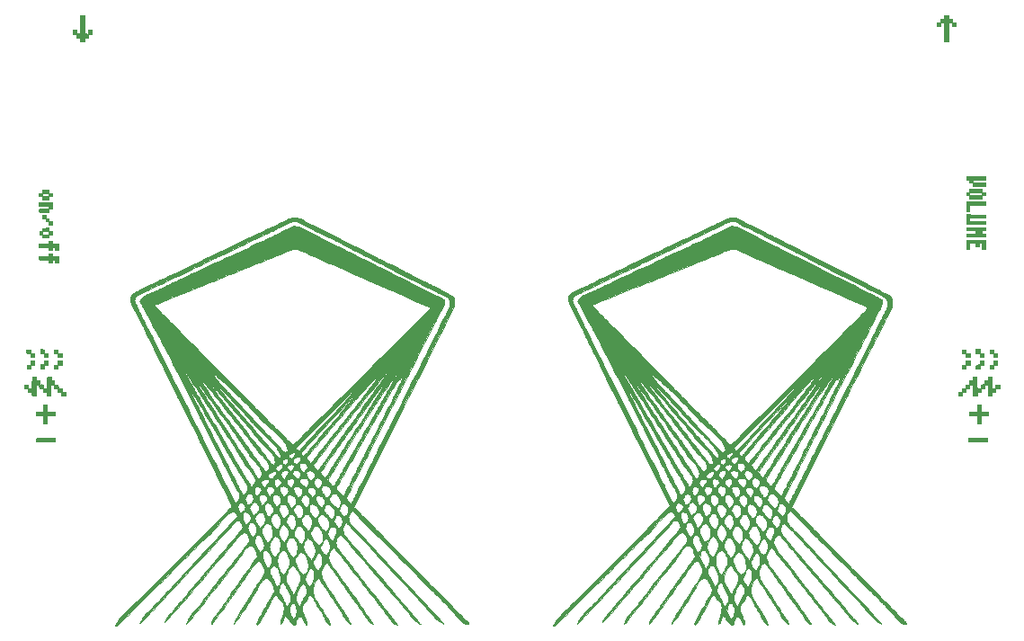
<source format=gbr>
G04 #@! TF.FileFunction,Legend,Top*
%FSLAX46Y46*%
G04 Gerber Fmt 4.6, Leading zero omitted, Abs format (unit mm)*
G04 Created by KiCad (PCBNEW 4.0.7-e0-6372~58~ubuntu16.04.1) date Wed May  1 15:56:19 2019*
%MOMM*%
%LPD*%
G01*
G04 APERTURE LIST*
%ADD10C,0.100000*%
%ADD11C,0.010000*%
%ADD12C,0.150000*%
G04 APERTURE END LIST*
D10*
D11*
G36*
X129441631Y-93510671D02*
X129478011Y-93514038D01*
X129580533Y-93530455D01*
X129688526Y-93558341D01*
X129806641Y-93599736D01*
X129939531Y-93656677D01*
X130091848Y-93731201D01*
X130268244Y-93825347D01*
X130473372Y-93941153D01*
X130536572Y-93977727D01*
X130647918Y-94040439D01*
X130760805Y-94100544D01*
X130863607Y-94152071D01*
X130944699Y-94189048D01*
X130959905Y-94195198D01*
X131015722Y-94219258D01*
X131106087Y-94261224D01*
X131227936Y-94319572D01*
X131378204Y-94392780D01*
X131553827Y-94479324D01*
X131751743Y-94577680D01*
X131968885Y-94686327D01*
X132202192Y-94803740D01*
X132448598Y-94928396D01*
X132705039Y-95058772D01*
X132968453Y-95193345D01*
X132992584Y-95205706D01*
X133093415Y-95257218D01*
X133226751Y-95325103D01*
X133387294Y-95406677D01*
X133569749Y-95499252D01*
X133768818Y-95600146D01*
X133979206Y-95706672D01*
X134195615Y-95816145D01*
X134412750Y-95925880D01*
X134506000Y-95972971D01*
X134751575Y-96096962D01*
X135025490Y-96235266D01*
X135318295Y-96383114D01*
X135620544Y-96535734D01*
X135922788Y-96688355D01*
X136215579Y-96836207D01*
X136489469Y-96974519D01*
X136707334Y-97084543D01*
X136886411Y-97174979D01*
X137098771Y-97282217D01*
X137339904Y-97403982D01*
X137605302Y-97537997D01*
X137890457Y-97681985D01*
X138190859Y-97833670D01*
X138502002Y-97990775D01*
X138819375Y-98151025D01*
X139138472Y-98312142D01*
X139454783Y-98471851D01*
X139763800Y-98627874D01*
X139882334Y-98687721D01*
X140163782Y-98829862D01*
X140438191Y-98968524D01*
X140702760Y-99102290D01*
X140954691Y-99229739D01*
X141191184Y-99349455D01*
X141409441Y-99460019D01*
X141606663Y-99560011D01*
X141780051Y-99648014D01*
X141926806Y-99722609D01*
X142044128Y-99782378D01*
X142129219Y-99825903D01*
X142178917Y-99851573D01*
X142249966Y-99888477D01*
X142353124Y-99941654D01*
X142482755Y-100008219D01*
X142633218Y-100085284D01*
X142798876Y-100169962D01*
X142974090Y-100259365D01*
X143153222Y-100350607D01*
X143194917Y-100371820D01*
X143422963Y-100487809D01*
X143616321Y-100586249D01*
X143778005Y-100668844D01*
X143911029Y-100737296D01*
X144018406Y-100793309D01*
X144103151Y-100838585D01*
X144168277Y-100874828D01*
X144216799Y-100903742D01*
X144251731Y-100927029D01*
X144276087Y-100946393D01*
X144292881Y-100963537D01*
X144305126Y-100980164D01*
X144315837Y-100997977D01*
X144322103Y-101008791D01*
X144402278Y-101186513D01*
X144446046Y-101381125D01*
X144453785Y-101588564D01*
X144425873Y-101804766D01*
X144362687Y-102025669D01*
X144264605Y-102247209D01*
X144195797Y-102368058D01*
X144180829Y-102395873D01*
X144147514Y-102460371D01*
X144096444Y-102560373D01*
X144028210Y-102694704D01*
X143943403Y-102862183D01*
X143842616Y-103061635D01*
X143726440Y-103291881D01*
X143595467Y-103551743D01*
X143450289Y-103840043D01*
X143291497Y-104155604D01*
X143119682Y-104497249D01*
X142935437Y-104863799D01*
X142739354Y-105254076D01*
X142532023Y-105666903D01*
X142314037Y-106101102D01*
X142085987Y-106555495D01*
X141848465Y-107028905D01*
X141602063Y-107520153D01*
X141347372Y-108028062D01*
X141084983Y-108551455D01*
X140815490Y-109089153D01*
X140539483Y-109639978D01*
X140257553Y-110202754D01*
X139970294Y-110776301D01*
X139678295Y-111359443D01*
X139538558Y-111638555D01*
X134967727Y-120768860D01*
X135197239Y-121005072D01*
X135457701Y-121272709D01*
X135736218Y-121558057D01*
X136033772Y-121862113D01*
X136351348Y-122185874D01*
X136689927Y-122530336D01*
X137050496Y-122896498D01*
X137434035Y-123285355D01*
X137841530Y-123697906D01*
X138273964Y-124135147D01*
X138732319Y-124598074D01*
X139217581Y-125087686D01*
X139730731Y-125604979D01*
X140272755Y-126150950D01*
X140367819Y-126246667D01*
X140868742Y-126751081D01*
X141348215Y-127234061D01*
X141805795Y-127695159D01*
X142241039Y-128133925D01*
X142653504Y-128549912D01*
X143042746Y-128942670D01*
X143408321Y-129311750D01*
X143749787Y-129656704D01*
X144066701Y-129977083D01*
X144358618Y-130272439D01*
X144625096Y-130542322D01*
X144865692Y-130786284D01*
X145079962Y-131003876D01*
X145267462Y-131194649D01*
X145427750Y-131358155D01*
X145560382Y-131493945D01*
X145664915Y-131601570D01*
X145740906Y-131680581D01*
X145787911Y-131730531D01*
X145805487Y-131750969D01*
X145805573Y-131751169D01*
X145792581Y-131771189D01*
X145751438Y-131796665D01*
X145731974Y-131805510D01*
X145672329Y-131825113D01*
X145615397Y-131827649D01*
X145543856Y-131815225D01*
X145462995Y-131790198D01*
X145376904Y-131749086D01*
X145283296Y-131689798D01*
X145179883Y-131610244D01*
X145064377Y-131508334D01*
X144934492Y-131381977D01*
X144787938Y-131229081D01*
X144622430Y-131047558D01*
X144435678Y-130835315D01*
X144302832Y-130681083D01*
X144184530Y-130544593D01*
X144064010Y-130408784D01*
X143946892Y-130279757D01*
X143838795Y-130163614D01*
X143745340Y-130066454D01*
X143672145Y-129994378D01*
X143659418Y-129982583D01*
X143620712Y-129945886D01*
X143553981Y-129880952D01*
X143461031Y-129789581D01*
X143343667Y-129673575D01*
X143203695Y-129534735D01*
X143042920Y-129374860D01*
X142863148Y-129195752D01*
X142666185Y-128999212D01*
X142453836Y-128787040D01*
X142227906Y-128561038D01*
X141990202Y-128323005D01*
X141742528Y-128074742D01*
X141486690Y-127818051D01*
X141224494Y-127554732D01*
X141144488Y-127474333D01*
X140839798Y-127168185D01*
X140515221Y-126842205D01*
X140174913Y-126500556D01*
X139823027Y-126147406D01*
X139463717Y-125786918D01*
X139101138Y-125423258D01*
X138739443Y-125060592D01*
X138382786Y-124703084D01*
X138035322Y-124354901D01*
X137701204Y-124020206D01*
X137384587Y-123703165D01*
X137089625Y-123407944D01*
X136827980Y-123146217D01*
X134817586Y-121135851D01*
X134714224Y-121251801D01*
X134590247Y-121416956D01*
X134508147Y-121586781D01*
X134468012Y-121760400D01*
X134469934Y-121936934D01*
X134514004Y-122115508D01*
X134600311Y-122295244D01*
X134605625Y-122304063D01*
X134666041Y-122396708D01*
X134736358Y-122490834D01*
X134820474Y-122590657D01*
X134922288Y-122700390D01*
X135045701Y-122824249D01*
X135194611Y-122966449D01*
X135359639Y-123119069D01*
X135526142Y-123272782D01*
X135664540Y-123404027D01*
X135779285Y-123517394D01*
X135874829Y-123617469D01*
X135955625Y-123708842D01*
X136026126Y-123796101D01*
X136059037Y-123839799D01*
X136077660Y-123863124D01*
X136109480Y-123900252D01*
X136155518Y-123952281D01*
X136216793Y-124020310D01*
X136294324Y-124105437D01*
X136389132Y-124208762D01*
X136502235Y-124331384D01*
X136634654Y-124474400D01*
X136787407Y-124638909D01*
X136961514Y-124826011D01*
X137157995Y-125036804D01*
X137377870Y-125272386D01*
X137622158Y-125533857D01*
X137891877Y-125822314D01*
X138188049Y-126138858D01*
X138511692Y-126484585D01*
X138685318Y-126670000D01*
X139159616Y-127176547D01*
X139605461Y-127652894D01*
X140023421Y-128099656D01*
X140414067Y-128517448D01*
X140777971Y-128906887D01*
X141115702Y-129268587D01*
X141427833Y-129603164D01*
X141714932Y-129911233D01*
X141977572Y-130193411D01*
X142216322Y-130450312D01*
X142431754Y-130682552D01*
X142624438Y-130890747D01*
X142794944Y-131075512D01*
X142943844Y-131237463D01*
X143071709Y-131377214D01*
X143179108Y-131495383D01*
X143266613Y-131592583D01*
X143334794Y-131669431D01*
X143384222Y-131726543D01*
X143415468Y-131764533D01*
X143429102Y-131784017D01*
X143429654Y-131786901D01*
X143404638Y-131784701D01*
X143352141Y-131763794D01*
X143280190Y-131728529D01*
X143196811Y-131683252D01*
X143110031Y-131632309D01*
X143027874Y-131580047D01*
X142962283Y-131533790D01*
X142870638Y-131460361D01*
X142771308Y-131372330D01*
X142661639Y-131266921D01*
X142538977Y-131141359D01*
X142400667Y-130992869D01*
X142244057Y-130818674D01*
X142066491Y-130615999D01*
X141901529Y-130424433D01*
X141771180Y-130273625D01*
X141635731Y-130119628D01*
X141500927Y-129968788D01*
X141372515Y-129827449D01*
X141256240Y-129701957D01*
X141157846Y-129598654D01*
X141108476Y-129548667D01*
X141054517Y-129494797D01*
X140995501Y-129435132D01*
X140929983Y-129368134D01*
X140856517Y-129292269D01*
X140773659Y-129206000D01*
X140679964Y-129107792D01*
X140573985Y-128996109D01*
X140454279Y-128869416D01*
X140319401Y-128726178D01*
X140167904Y-128564857D01*
X139998344Y-128383920D01*
X139809276Y-128181829D01*
X139599255Y-127957050D01*
X139366835Y-127708047D01*
X139110572Y-127433284D01*
X138829020Y-127131225D01*
X138520735Y-126800336D01*
X138379618Y-126648833D01*
X138059388Y-126305070D01*
X137765642Y-125989864D01*
X137496063Y-125700745D01*
X137248334Y-125435242D01*
X137020140Y-125190887D01*
X136809164Y-124965209D01*
X136613089Y-124755737D01*
X136429600Y-124560002D01*
X136256380Y-124375533D01*
X136091112Y-124199860D01*
X135931481Y-124030514D01*
X135775171Y-123865024D01*
X135619864Y-123700920D01*
X135463244Y-123535732D01*
X135302995Y-123366990D01*
X135236289Y-123296818D01*
X135085814Y-123138477D01*
X134940967Y-122985891D01*
X134804993Y-122842491D01*
X134681136Y-122711706D01*
X134572643Y-122596966D01*
X134482759Y-122501702D01*
X134414728Y-122429342D01*
X134371797Y-122383318D01*
X134365127Y-122376068D01*
X134256004Y-122256750D01*
X134184659Y-122325099D01*
X134090880Y-122436783D01*
X134010355Y-122574519D01*
X133952132Y-122722239D01*
X133943492Y-122753391D01*
X133922364Y-122895529D01*
X133932953Y-123040247D01*
X133976471Y-123194974D01*
X134038429Y-123336250D01*
X134088986Y-123429253D01*
X134150976Y-123526158D01*
X134227870Y-123631312D01*
X134323140Y-123749066D01*
X134440255Y-123883767D01*
X134582688Y-124039766D01*
X134697213Y-124161750D01*
X134795731Y-124266992D01*
X134891020Y-124370987D01*
X134976641Y-124466544D01*
X135046155Y-124546471D01*
X135093124Y-124603576D01*
X135095185Y-124606250D01*
X135136098Y-124657507D01*
X135202919Y-124738462D01*
X135293747Y-124846894D01*
X135406681Y-124980584D01*
X135539819Y-125137310D01*
X135691259Y-125314854D01*
X135859101Y-125510994D01*
X136041444Y-125723510D01*
X136236385Y-125950183D01*
X136442025Y-126188792D01*
X136656460Y-126437117D01*
X136877791Y-126692937D01*
X137104115Y-126954033D01*
X137225042Y-127093333D01*
X137518915Y-127432131D01*
X137810589Y-127769263D01*
X138098791Y-128103223D01*
X138382251Y-128432505D01*
X138659699Y-128755603D01*
X138929864Y-129071013D01*
X139191476Y-129377227D01*
X139443264Y-129672742D01*
X139683957Y-129956049D01*
X139912286Y-130225645D01*
X140126979Y-130480023D01*
X140326766Y-130717677D01*
X140510376Y-130937102D01*
X140676538Y-131136792D01*
X140823984Y-131315241D01*
X140951440Y-131470944D01*
X141057638Y-131602394D01*
X141141307Y-131708086D01*
X141201175Y-131786515D01*
X141235973Y-131836174D01*
X141244430Y-131855559D01*
X141243628Y-131855779D01*
X141212015Y-131844071D01*
X141155049Y-131812753D01*
X141081417Y-131767385D01*
X140999806Y-131713524D01*
X140918902Y-131656728D01*
X140847392Y-131602557D01*
X140845417Y-131600977D01*
X140761406Y-131530677D01*
X140677415Y-131453657D01*
X140590152Y-131366181D01*
X140496328Y-131264513D01*
X140392652Y-131144917D01*
X140275835Y-131003657D01*
X140142587Y-130836996D01*
X139989618Y-130641200D01*
X139914171Y-130543500D01*
X139800595Y-130396097D01*
X139708499Y-130277083D01*
X139633557Y-130181287D01*
X139571442Y-130103542D01*
X139517827Y-130038678D01*
X139468386Y-129981526D01*
X139418793Y-129926915D01*
X139364721Y-129869678D01*
X139301843Y-129804645D01*
X139258675Y-129760333D01*
X139221839Y-129720615D01*
X139159223Y-129650728D01*
X139072562Y-129552673D01*
X138963592Y-129428453D01*
X138834048Y-129280070D01*
X138685666Y-129109525D01*
X138520181Y-128918820D01*
X138339329Y-128709958D01*
X138144845Y-128484940D01*
X137938466Y-128245768D01*
X137721925Y-127994445D01*
X137496960Y-127732972D01*
X137265306Y-127463351D01*
X137065855Y-127230917D01*
X136661900Y-126760069D01*
X136285064Y-126321221D01*
X135935093Y-125914079D01*
X135611732Y-125538352D01*
X135314728Y-125193745D01*
X135043825Y-124879966D01*
X134798770Y-124596722D01*
X134579307Y-124343722D01*
X134385182Y-124120671D01*
X134216142Y-123927277D01*
X134071930Y-123763247D01*
X133952294Y-123628289D01*
X133856978Y-123522109D01*
X133785728Y-123444415D01*
X133738289Y-123394915D01*
X133714408Y-123373315D01*
X133712297Y-123372279D01*
X133682817Y-123384130D01*
X133636063Y-123423799D01*
X133578303Y-123483923D01*
X133515806Y-123557138D01*
X133454840Y-123636079D01*
X133401673Y-123713382D01*
X133362574Y-123781683D01*
X133360944Y-123785058D01*
X133301299Y-123957840D01*
X133282524Y-124138849D01*
X133304513Y-124325692D01*
X133367155Y-124515977D01*
X133396906Y-124579467D01*
X133462591Y-124696605D01*
X133551743Y-124832986D01*
X133666217Y-124991183D01*
X133807865Y-125173770D01*
X133954966Y-125354852D01*
X134046860Y-125467058D01*
X134157174Y-125603319D01*
X134278379Y-125754244D01*
X134402948Y-125910437D01*
X134523355Y-126062505D01*
X134593257Y-126151417D01*
X134655212Y-126230496D01*
X134741085Y-126340135D01*
X134848702Y-126477558D01*
X134975890Y-126639986D01*
X135120475Y-126824645D01*
X135280282Y-127028756D01*
X135453138Y-127249545D01*
X135636870Y-127484233D01*
X135829302Y-127730044D01*
X136028262Y-127984202D01*
X136231576Y-128243930D01*
X136437069Y-128506451D01*
X136482442Y-128564417D01*
X136805440Y-128977040D01*
X137103105Y-129357250D01*
X137376172Y-129705983D01*
X137625377Y-130024180D01*
X137851458Y-130312778D01*
X138055150Y-130572717D01*
X138237189Y-130804935D01*
X138398313Y-131010371D01*
X138539257Y-131189963D01*
X138660758Y-131344652D01*
X138763551Y-131475374D01*
X138848375Y-131583070D01*
X138915964Y-131668678D01*
X138967056Y-131733136D01*
X139002386Y-131777383D01*
X139012882Y-131790389D01*
X139088584Y-131883695D01*
X139003917Y-131868395D01*
X138898972Y-131839946D01*
X138796304Y-131791391D01*
X138692955Y-131719874D01*
X138585967Y-131622541D01*
X138472380Y-131496538D01*
X138349237Y-131339008D01*
X138213579Y-131147096D01*
X138135506Y-131030333D01*
X138022101Y-130858828D01*
X137927482Y-130717873D01*
X137847787Y-130602254D01*
X137779153Y-130506756D01*
X137717718Y-130426164D01*
X137659621Y-130355263D01*
X137600999Y-130288839D01*
X137537990Y-130221676D01*
X137531971Y-130215417D01*
X137504495Y-130186256D01*
X137473502Y-130151973D01*
X137437578Y-130110785D01*
X137395307Y-130060906D01*
X137345273Y-130000553D01*
X137286062Y-129927941D01*
X137216257Y-129841288D01*
X137134444Y-129738807D01*
X137039206Y-129618716D01*
X136929129Y-129479230D01*
X136802797Y-129318565D01*
X136658795Y-129134938D01*
X136495707Y-128926563D01*
X136312118Y-128691657D01*
X136106612Y-128428435D01*
X135877775Y-128135115D01*
X135659603Y-127855333D01*
X135342520Y-127449024D01*
X135049688Y-127074601D01*
X134779697Y-126730282D01*
X134531137Y-126414283D01*
X134302598Y-126124821D01*
X134092670Y-125860114D01*
X133899944Y-125618377D01*
X133723010Y-125397827D01*
X133560457Y-125196682D01*
X133460086Y-125073347D01*
X133363733Y-124955229D01*
X133275815Y-124847301D01*
X133199996Y-124754074D01*
X133139943Y-124680061D01*
X133099321Y-124629773D01*
X133081797Y-124607722D01*
X133081765Y-124607680D01*
X133060395Y-124610263D01*
X133020092Y-124640810D01*
X132966654Y-124692929D01*
X132905880Y-124760226D01*
X132843568Y-124836307D01*
X132785517Y-124914780D01*
X132740902Y-124983517D01*
X132661439Y-125139235D01*
X132614268Y-125290754D01*
X132594868Y-125454779D01*
X132593865Y-125527000D01*
X132602199Y-125656223D01*
X132626010Y-125785013D01*
X132667350Y-125917343D01*
X132728269Y-126057185D01*
X132810820Y-126208514D01*
X132917053Y-126375302D01*
X133049020Y-126561522D01*
X133208772Y-126771147D01*
X133287804Y-126871083D01*
X133386427Y-126996937D01*
X133495983Y-127140487D01*
X133605218Y-127286767D01*
X133702881Y-127420814D01*
X133733432Y-127463750D01*
X133782315Y-127532588D01*
X133853302Y-127631929D01*
X133943668Y-127757986D01*
X134050688Y-127906973D01*
X134171639Y-128075105D01*
X134303796Y-128258594D01*
X134444435Y-128453654D01*
X134590832Y-128656500D01*
X134740261Y-128863346D01*
X134791940Y-128934833D01*
X135065008Y-129313216D01*
X135320701Y-129668984D01*
X135558407Y-130001254D01*
X135777515Y-130309142D01*
X135977412Y-130591764D01*
X136157487Y-130848238D01*
X136317127Y-131077678D01*
X136455721Y-131279202D01*
X136572656Y-131451926D01*
X136667321Y-131594967D01*
X136739104Y-131707440D01*
X136787392Y-131788462D01*
X136811574Y-131837150D01*
X136812591Y-131852497D01*
X136762182Y-131850361D01*
X136692116Y-131822373D01*
X136611551Y-131773695D01*
X136529646Y-131709486D01*
X136487016Y-131669085D01*
X136429127Y-131608287D01*
X136376083Y-131547798D01*
X136323501Y-131481548D01*
X136266994Y-131403466D01*
X136202177Y-131307481D01*
X136124664Y-131187522D01*
X136030069Y-131037519D01*
X136025571Y-131030333D01*
X135961531Y-130931604D01*
X135877232Y-130807055D01*
X135778153Y-130664478D01*
X135669771Y-130511667D01*
X135557563Y-130356413D01*
X135447007Y-130206508D01*
X135437852Y-130194250D01*
X135345754Y-130070948D01*
X135261744Y-129958136D01*
X135183199Y-129852173D01*
X135107498Y-129749417D01*
X135032018Y-129646228D01*
X134954137Y-129538965D01*
X134871233Y-129423986D01*
X134780685Y-129297650D01*
X134679869Y-129156316D01*
X134566164Y-128996344D01*
X134436948Y-128814092D01*
X134289598Y-128605918D01*
X134121493Y-128368183D01*
X134050741Y-128268083D01*
X133849457Y-127984008D01*
X133655228Y-127711310D01*
X133469475Y-127451916D01*
X133293620Y-127207755D01*
X133129083Y-126980756D01*
X132977285Y-126772847D01*
X132839646Y-126585957D01*
X132717588Y-126422013D01*
X132612532Y-126282945D01*
X132525899Y-126170681D01*
X132459109Y-126087149D01*
X132413583Y-126034277D01*
X132390743Y-126013995D01*
X132389790Y-126013833D01*
X132368345Y-126028478D01*
X132326457Y-126067566D01*
X132271727Y-126123829D01*
X132248334Y-126149088D01*
X132124108Y-126306917D01*
X132021361Y-126481421D01*
X131947835Y-126658788D01*
X131931737Y-126713917D01*
X131907027Y-126856797D01*
X131898478Y-127020242D01*
X131906057Y-127185703D01*
X131929731Y-127334629D01*
X131932839Y-127347333D01*
X131975590Y-127477803D01*
X132040826Y-127628749D01*
X132122745Y-127789156D01*
X132215543Y-127948006D01*
X132313417Y-128094281D01*
X132356475Y-128151667D01*
X132432887Y-128253444D01*
X132519504Y-128375111D01*
X132604823Y-128500212D01*
X132667232Y-128596167D01*
X132712527Y-128667185D01*
X132777696Y-128768305D01*
X132859326Y-128894279D01*
X132954000Y-129039858D01*
X133058303Y-129199794D01*
X133168820Y-129368838D01*
X133282136Y-129541743D01*
X133328372Y-129612167D01*
X133500628Y-129874615D01*
X133651886Y-130105642D01*
X133784574Y-130309085D01*
X133901120Y-130488781D01*
X134003954Y-130648571D01*
X134095502Y-130792290D01*
X134178195Y-130923779D01*
X134254459Y-131046874D01*
X134326725Y-131165415D01*
X134397419Y-131283239D01*
X134468970Y-131404185D01*
X134543808Y-131532091D01*
X134552042Y-131546231D01*
X134604435Y-131638196D01*
X134646956Y-131716633D01*
X134676021Y-131774629D01*
X134688047Y-131805269D01*
X134687795Y-131808094D01*
X134664022Y-131804803D01*
X134616163Y-131781816D01*
X134553889Y-131744990D01*
X134486866Y-131700179D01*
X134424764Y-131653240D01*
X134406092Y-131637490D01*
X134326298Y-131555695D01*
X134233899Y-131440255D01*
X134132690Y-131296553D01*
X134026465Y-131129972D01*
X133920969Y-130949380D01*
X133812179Y-130756561D01*
X133720323Y-130597199D01*
X133642865Y-130467161D01*
X133577270Y-130362312D01*
X133521004Y-130278519D01*
X133471533Y-130211647D01*
X133459030Y-130195979D01*
X133429573Y-130155749D01*
X133380383Y-130083868D01*
X133314215Y-129984552D01*
X133233822Y-129862017D01*
X133141959Y-129720478D01*
X133041380Y-129564153D01*
X132934840Y-129397256D01*
X132856358Y-129273500D01*
X132739555Y-129089649D01*
X132617050Y-128898366D01*
X132491523Y-128703722D01*
X132365657Y-128509790D01*
X132242133Y-128320640D01*
X132123631Y-128140343D01*
X132012834Y-127972970D01*
X131912422Y-127822594D01*
X131825078Y-127693285D01*
X131753482Y-127589114D01*
X131700315Y-127514153D01*
X131678397Y-127484917D01*
X131656775Y-127460903D01*
X131637672Y-127459504D01*
X131609867Y-127484400D01*
X131581604Y-127516667D01*
X131452986Y-127685662D01*
X131336732Y-127875888D01*
X131239744Y-128074238D01*
X131168923Y-128267604D01*
X131150849Y-128334774D01*
X131124688Y-128505601D01*
X131120079Y-128696345D01*
X131136182Y-128890995D01*
X131172154Y-129073542D01*
X131193349Y-129143820D01*
X131251012Y-129283866D01*
X131331596Y-129438956D01*
X131427088Y-129595236D01*
X131529473Y-129738853D01*
X131558689Y-129775401D01*
X131611955Y-129847021D01*
X131671122Y-129936981D01*
X131722878Y-130024917D01*
X131757630Y-130086152D01*
X131810391Y-130175906D01*
X131876729Y-130286797D01*
X131952216Y-130411446D01*
X132032422Y-130542473D01*
X132072247Y-130607000D01*
X132222469Y-130852445D01*
X132349699Y-131066574D01*
X132455565Y-131252509D01*
X132541694Y-131413372D01*
X132609713Y-131552286D01*
X132661251Y-131672373D01*
X132697933Y-131776755D01*
X132715332Y-131840822D01*
X132729241Y-131899895D01*
X132662700Y-131865485D01*
X132567227Y-131800964D01*
X132467339Y-131707258D01*
X132373428Y-131594843D01*
X132327044Y-131527181D01*
X132292453Y-131467937D01*
X132243763Y-131378338D01*
X132185072Y-131266249D01*
X132120480Y-131139537D01*
X132054087Y-131006068D01*
X132033141Y-130963238D01*
X131929992Y-130758022D01*
X131835494Y-130583521D01*
X131751495Y-130443024D01*
X131691571Y-130355261D01*
X131637692Y-130276956D01*
X131570977Y-130171073D01*
X131497574Y-130047876D01*
X131423627Y-129917628D01*
X131368348Y-129815511D01*
X131302697Y-129692978D01*
X131237536Y-129574604D01*
X131177709Y-129468955D01*
X131128058Y-129384596D01*
X131095887Y-129333674D01*
X131009042Y-129222118D01*
X130927800Y-129152028D01*
X130851744Y-129123522D01*
X130780461Y-129136723D01*
X130713534Y-129191750D01*
X130650548Y-129288724D01*
X130591089Y-129427764D01*
X130571224Y-129485809D01*
X130543485Y-129562734D01*
X130513654Y-129616255D01*
X130470463Y-129661624D01*
X130402640Y-129714092D01*
X130402437Y-129714240D01*
X130264793Y-129835783D01*
X130165919Y-129972278D01*
X130105496Y-130124811D01*
X130083208Y-130294468D01*
X130098734Y-130482333D01*
X130133616Y-130631090D01*
X130160443Y-130712196D01*
X130200854Y-130820351D01*
X130250405Y-130944299D01*
X130304653Y-131072786D01*
X130336259Y-131144378D01*
X130389157Y-131265502D01*
X130438056Y-131383851D01*
X130479132Y-131489688D01*
X130508562Y-131573280D01*
X130519661Y-131611187D01*
X130536547Y-131686762D01*
X130541179Y-131738156D01*
X130533460Y-131781738D01*
X130518402Y-131821798D01*
X130492743Y-131869901D01*
X130468796Y-131893890D01*
X130462496Y-131894415D01*
X130444901Y-131872627D01*
X130417010Y-131820781D01*
X130383707Y-131748334D01*
X130369183Y-131713796D01*
X130283096Y-131525616D01*
X130193003Y-131370534D01*
X130100626Y-131250693D01*
X130007683Y-131168237D01*
X129915897Y-131125310D01*
X129893527Y-131121031D01*
X129842874Y-131116736D01*
X129805431Y-131124673D01*
X129767580Y-131151209D01*
X129715702Y-131202712D01*
X129713168Y-131205355D01*
X129652690Y-131279408D01*
X129600837Y-131369006D01*
X129554309Y-131481609D01*
X129509802Y-131624679D01*
X129483868Y-131723542D01*
X129440286Y-131898167D01*
X129368800Y-131898167D01*
X129276538Y-131884354D01*
X129185193Y-131841255D01*
X129091971Y-131766375D01*
X128994081Y-131657218D01*
X128888727Y-131511292D01*
X128825830Y-131413228D01*
X128737817Y-131276144D01*
X128666176Y-131175652D01*
X128609438Y-131109951D01*
X128566132Y-131077244D01*
X128547584Y-131072667D01*
X128504866Y-131092045D01*
X128455417Y-131145676D01*
X128403009Y-131226799D01*
X128351410Y-131328656D01*
X128304390Y-131444490D01*
X128265721Y-131567540D01*
X128260674Y-131586997D01*
X128231177Y-131659231D01*
X128185715Y-131722575D01*
X128133165Y-131768271D01*
X128082403Y-131787563D01*
X128060446Y-131784562D01*
X128048022Y-131778520D01*
X128040278Y-131768221D01*
X128038324Y-131748837D01*
X128043269Y-131715537D01*
X128056224Y-131663494D01*
X128078299Y-131587878D01*
X128110603Y-131483860D01*
X128154246Y-131346611D01*
X128178643Y-131270341D01*
X128220523Y-131136305D01*
X128260249Y-131003351D01*
X128294906Y-130881672D01*
X128321576Y-130781462D01*
X128335619Y-130721605D01*
X128348839Y-130637333D01*
X128882224Y-130637333D01*
X129025017Y-130937571D01*
X129093794Y-131078222D01*
X129149916Y-131183270D01*
X129195992Y-131256599D01*
X129234634Y-131302089D01*
X129268451Y-131323623D01*
X129286638Y-131326667D01*
X129316589Y-131311155D01*
X129358278Y-131271840D01*
X129379071Y-131247292D01*
X129482583Y-131082580D01*
X129552809Y-130898025D01*
X129589198Y-130700622D01*
X129591200Y-130497371D01*
X129558264Y-130295269D01*
X129489840Y-130101314D01*
X129472127Y-130064668D01*
X129400309Y-129946257D01*
X129327157Y-129868886D01*
X129254309Y-129831367D01*
X129183404Y-129832511D01*
X129116077Y-129871128D01*
X129053968Y-129946032D01*
X128998712Y-130056031D01*
X128951947Y-130199939D01*
X128915312Y-130376566D01*
X128901004Y-130479291D01*
X128882224Y-130637333D01*
X128348839Y-130637333D01*
X128373684Y-130478966D01*
X128383364Y-130259212D01*
X128364783Y-130064991D01*
X128318067Y-129898949D01*
X128294347Y-129846507D01*
X128234810Y-129756252D01*
X128151298Y-129663676D01*
X128058532Y-129583617D01*
X127990060Y-129539838D01*
X127927501Y-129485599D01*
X127881171Y-129406916D01*
X127815036Y-129283237D01*
X127742569Y-129194922D01*
X127672227Y-129147768D01*
X127596810Y-129136676D01*
X127517723Y-129165188D01*
X127433712Y-129234023D01*
X127352486Y-129331549D01*
X127320054Y-129377285D01*
X127287327Y-129427309D01*
X127252222Y-129485587D01*
X127212650Y-129556088D01*
X127166528Y-129642781D01*
X127111768Y-129749632D01*
X127046285Y-129880610D01*
X126967992Y-130039683D01*
X126874804Y-130230818D01*
X126815499Y-130353000D01*
X126749241Y-130487357D01*
X126684534Y-130614367D01*
X126625017Y-130727198D01*
X126574331Y-130819021D01*
X126536117Y-130883008D01*
X126522139Y-130903333D01*
X126484250Y-130958966D01*
X126433682Y-131041583D01*
X126376823Y-131140371D01*
X126320062Y-131244519D01*
X126315809Y-131252583D01*
X126218962Y-131430227D01*
X126128948Y-131582575D01*
X126047519Y-131707233D01*
X125976424Y-131801808D01*
X125917415Y-131863904D01*
X125872243Y-131891130D01*
X125850554Y-131888646D01*
X125837867Y-131861169D01*
X125829557Y-131805508D01*
X125827667Y-131758186D01*
X125828280Y-131729770D01*
X125831327Y-131701789D01*
X125838614Y-131670669D01*
X125851949Y-131632834D01*
X125873141Y-131584711D01*
X125903999Y-131522724D01*
X125946329Y-131443299D01*
X126001940Y-131342862D01*
X126072640Y-131217838D01*
X126160236Y-131064652D01*
X126266538Y-130879729D01*
X126311494Y-130801644D01*
X126507338Y-130460752D01*
X126683015Y-130153268D01*
X126840145Y-129876302D01*
X126980350Y-129626967D01*
X127105252Y-129402373D01*
X127216470Y-129199631D01*
X127315627Y-129015854D01*
X127351036Y-128949343D01*
X127406072Y-128844447D01*
X127443826Y-128763800D01*
X127457179Y-128721614D01*
X127926103Y-128721614D01*
X127937442Y-128824563D01*
X127965165Y-128908257D01*
X128012298Y-128983594D01*
X128050221Y-129028302D01*
X128090852Y-129075756D01*
X128127802Y-129127163D01*
X128164493Y-129189041D01*
X128204342Y-129267907D01*
X128250769Y-129370275D01*
X128307193Y-129502663D01*
X128337955Y-129576666D01*
X128404901Y-129733983D01*
X128461568Y-129856152D01*
X128510778Y-129948280D01*
X128555353Y-130015477D01*
X128598112Y-130062850D01*
X128613923Y-130076285D01*
X128657999Y-130107865D01*
X128690914Y-130115850D01*
X128726901Y-130098488D01*
X128777849Y-130056082D01*
X128874642Y-129948584D01*
X128956367Y-129813858D01*
X129014142Y-129666556D01*
X129014264Y-129666135D01*
X129039090Y-129537547D01*
X129039867Y-129459971D01*
X129513124Y-129459971D01*
X129526528Y-129578031D01*
X129562434Y-129682652D01*
X129606340Y-129760990D01*
X129653126Y-129842852D01*
X129694886Y-129931401D01*
X129713776Y-129981291D01*
X129753927Y-130087796D01*
X129792524Y-130154665D01*
X129828715Y-130181311D01*
X129861648Y-130167150D01*
X129890469Y-130111596D01*
X129892915Y-130104292D01*
X129916057Y-130040724D01*
X129947713Y-129968983D01*
X129990754Y-129883658D01*
X130048049Y-129779335D01*
X130122467Y-129650604D01*
X130216878Y-129492054D01*
X130222675Y-129482416D01*
X130319111Y-129318943D01*
X130394299Y-129183295D01*
X130451342Y-129068668D01*
X130493344Y-128968258D01*
X130523409Y-128875264D01*
X130544641Y-128782881D01*
X130546569Y-128772475D01*
X130558034Y-128675528D01*
X130553709Y-128583217D01*
X130531425Y-128484977D01*
X130489014Y-128370244D01*
X130442998Y-128267659D01*
X130380218Y-128149710D01*
X130319798Y-128071508D01*
X130257989Y-128030913D01*
X130191042Y-128025781D01*
X130115208Y-128053970D01*
X130092331Y-128067259D01*
X130009212Y-128137051D01*
X129923560Y-128242007D01*
X129838490Y-128375337D01*
X129757115Y-128530248D01*
X129682549Y-128699949D01*
X129617906Y-128877651D01*
X129566300Y-129056560D01*
X129530845Y-129229888D01*
X129519786Y-129315948D01*
X129513124Y-129459971D01*
X129039867Y-129459971D01*
X129040460Y-129400852D01*
X129017308Y-129251883D01*
X128968564Y-129086474D01*
X128893163Y-128900461D01*
X128790035Y-128689677D01*
X128740058Y-128596167D01*
X128676613Y-128478860D01*
X128611987Y-128357605D01*
X128552859Y-128245043D01*
X128505908Y-128153815D01*
X128497088Y-128136288D01*
X128451760Y-128053503D01*
X128406043Y-127983143D01*
X128367336Y-127936187D01*
X128355785Y-127926619D01*
X128315219Y-127904596D01*
X128280126Y-127904437D01*
X128232018Y-127924231D01*
X128152732Y-127982942D01*
X128080199Y-128076297D01*
X128017877Y-128196735D01*
X127969226Y-128336694D01*
X127937704Y-128488613D01*
X127928123Y-128588512D01*
X127926103Y-128721614D01*
X127457179Y-128721614D01*
X127465012Y-128696871D01*
X127470340Y-128633126D01*
X127460524Y-128562035D01*
X127436275Y-128473065D01*
X127398304Y-128355684D01*
X127392385Y-128337750D01*
X127308775Y-128113549D01*
X127216922Y-127920964D01*
X127118331Y-127761898D01*
X127014504Y-127638255D01*
X126906946Y-127551936D01*
X126797160Y-127504843D01*
X126727250Y-127496171D01*
X126630719Y-127514557D01*
X126523246Y-127567461D01*
X126410396Y-127650422D01*
X126297731Y-127758974D01*
X126190817Y-127888655D01*
X126132790Y-127973107D01*
X126093678Y-128039320D01*
X126042824Y-128132722D01*
X125986171Y-128242042D01*
X125929661Y-128356006D01*
X125916625Y-128383121D01*
X125851180Y-128511891D01*
X125770681Y-128657844D01*
X125684900Y-128803873D01*
X125603608Y-128932872D01*
X125596195Y-128944038D01*
X125536644Y-129035086D01*
X125460183Y-129154853D01*
X125371585Y-129295698D01*
X125275624Y-129449982D01*
X125177073Y-129610065D01*
X125080705Y-129768307D01*
X125066328Y-129792083D01*
X124852074Y-130142863D01*
X124654948Y-130457294D01*
X124473718Y-130737173D01*
X124307151Y-130984296D01*
X124154015Y-131200458D01*
X124013076Y-131387456D01*
X123883101Y-131547085D01*
X123787615Y-131654750D01*
X123669953Y-131781750D01*
X123724180Y-131644167D01*
X123776604Y-131517215D01*
X123834592Y-131389538D01*
X123900494Y-131257081D01*
X123976662Y-131115792D01*
X124065448Y-130961617D01*
X124169203Y-130790502D01*
X124290279Y-130598395D01*
X124431026Y-130381243D01*
X124593796Y-130134991D01*
X124638978Y-130067250D01*
X124745456Y-129906749D01*
X124853156Y-129742390D01*
X124957524Y-129581268D01*
X125054007Y-129430476D01*
X125138050Y-129297107D01*
X125205099Y-129188256D01*
X125230085Y-129146500D01*
X125286794Y-129052795D01*
X125362715Y-128930969D01*
X125453382Y-128787993D01*
X125554328Y-128630839D01*
X125661089Y-128466477D01*
X125769198Y-128301880D01*
X125827562Y-128213856D01*
X125999456Y-127951430D01*
X126146153Y-127718273D01*
X126269510Y-127511092D01*
X126371384Y-127326598D01*
X126453633Y-127161497D01*
X126518114Y-127012498D01*
X126543613Y-126944855D01*
X126573771Y-126860500D01*
X127045732Y-126860500D01*
X127049585Y-126933147D01*
X127063475Y-127006834D01*
X127089951Y-127087645D01*
X127131564Y-127181663D01*
X127190865Y-127294970D01*
X127270404Y-127433652D01*
X127322885Y-127521592D01*
X127389161Y-127637810D01*
X127457749Y-127768452D01*
X127519401Y-127895405D01*
X127555652Y-127977606D01*
X127603939Y-128091723D01*
X127640827Y-128171409D01*
X127669375Y-128222022D01*
X127692645Y-128248916D01*
X127713697Y-128257449D01*
X127715570Y-128257500D01*
X127743133Y-128246321D01*
X127792048Y-128217670D01*
X127828146Y-128193842D01*
X127895293Y-128136381D01*
X127951982Y-128059566D01*
X127990710Y-127987845D01*
X128018896Y-127929076D01*
X128038269Y-127880747D01*
X128050465Y-127832781D01*
X128057121Y-127775101D01*
X128059875Y-127697630D01*
X128060365Y-127590291D01*
X128060328Y-127559377D01*
X128060074Y-127551472D01*
X128558285Y-127551472D01*
X128563207Y-127683530D01*
X128579936Y-127785581D01*
X128611734Y-127869079D01*
X128661863Y-127945480D01*
X128675189Y-127961891D01*
X128707882Y-128009066D01*
X128754081Y-128086715D01*
X128809416Y-128186935D01*
X128869517Y-128301826D01*
X128926714Y-128416676D01*
X129001675Y-128567094D01*
X129073865Y-128704482D01*
X129140618Y-128824324D01*
X129199268Y-128922103D01*
X129247149Y-128993301D01*
X129281592Y-129033402D01*
X129295072Y-129040667D01*
X129310890Y-129023062D01*
X129340315Y-128975843D01*
X129378309Y-128907403D01*
X129399868Y-128866042D01*
X129444306Y-128780077D01*
X129501918Y-128670201D01*
X129565690Y-128549713D01*
X129628612Y-128431911D01*
X129637029Y-128416250D01*
X129761831Y-128167237D01*
X129854262Y-127942231D01*
X129914349Y-127737991D01*
X129937316Y-127583555D01*
X130374620Y-127583555D01*
X130398891Y-127693182D01*
X130431399Y-127771709D01*
X130462021Y-127825866D01*
X130507527Y-127898006D01*
X130562713Y-127980789D01*
X130622376Y-128066877D01*
X130681313Y-128148930D01*
X130734320Y-128219610D01*
X130776193Y-128271577D01*
X130801729Y-128297493D01*
X130805326Y-128299088D01*
X130825599Y-128284808D01*
X130864312Y-128246885D01*
X130906301Y-128201111D01*
X131042955Y-128014121D01*
X131144538Y-127803841D01*
X131210697Y-127571209D01*
X131241077Y-127317162D01*
X131241181Y-127314926D01*
X131240474Y-127122268D01*
X131220663Y-126952135D01*
X131182933Y-126808500D01*
X131128470Y-126695336D01*
X131058457Y-126616617D01*
X131026773Y-126595885D01*
X130979793Y-126572980D01*
X130945260Y-126569036D01*
X130903326Y-126584559D01*
X130873342Y-126599798D01*
X130793746Y-126660797D01*
X130712279Y-126760746D01*
X130631041Y-126896450D01*
X130552132Y-127064713D01*
X130526905Y-127126985D01*
X130488083Y-127223343D01*
X130451306Y-127309450D01*
X130421100Y-127375001D01*
X130403975Y-127406856D01*
X130376042Y-127484484D01*
X130374620Y-127583555D01*
X129937316Y-127583555D01*
X129942118Y-127551273D01*
X129937595Y-127378835D01*
X129900806Y-127217435D01*
X129831777Y-127063829D01*
X129730534Y-126914774D01*
X129649849Y-126821347D01*
X129562626Y-126717305D01*
X129500330Y-126620718D01*
X129479327Y-126574750D01*
X129431667Y-126477993D01*
X129370573Y-126400056D01*
X129303552Y-126348630D01*
X129241761Y-126331333D01*
X129151442Y-126351418D01*
X129058161Y-126408170D01*
X128964860Y-126496338D01*
X128874479Y-126610671D01*
X128789962Y-126745915D01*
X128714249Y-126896821D01*
X128650284Y-127058135D01*
X128601006Y-127224606D01*
X128569360Y-127390983D01*
X128558285Y-127551472D01*
X128060074Y-127551472D01*
X128054184Y-127368187D01*
X128034118Y-127203026D01*
X127996751Y-127048924D01*
X127938703Y-126890910D01*
X127880557Y-126762887D01*
X127795225Y-126606717D01*
X127704098Y-126477871D01*
X127610526Y-126379771D01*
X127517863Y-126315839D01*
X127429462Y-126289498D01*
X127416344Y-126289000D01*
X127361895Y-126307784D01*
X127295800Y-126360942D01*
X127222479Y-126443682D01*
X127146356Y-126551214D01*
X127094008Y-126638250D01*
X127062710Y-126710874D01*
X127048114Y-126795390D01*
X127045732Y-126860500D01*
X126573771Y-126860500D01*
X126585346Y-126828126D01*
X126533597Y-126628356D01*
X126476574Y-126441707D01*
X126408770Y-126276433D01*
X126332837Y-126136807D01*
X126251428Y-126027106D01*
X126167195Y-125951602D01*
X126092005Y-125916630D01*
X125992016Y-125911716D01*
X125884570Y-125945603D01*
X125769285Y-126018658D01*
X125645780Y-126131250D01*
X125513674Y-126283745D01*
X125372585Y-126476512D01*
X125222133Y-126709918D01*
X125157229Y-126818167D01*
X125113434Y-126888649D01*
X125049925Y-126985514D01*
X124971984Y-127100977D01*
X124884892Y-127227253D01*
X124793930Y-127356558D01*
X124755170Y-127410833D01*
X124686946Y-127506257D01*
X124597766Y-127631555D01*
X124491004Y-127781959D01*
X124370034Y-127952700D01*
X124238231Y-128139009D01*
X124098970Y-128336119D01*
X123955624Y-128539259D01*
X123811568Y-128743663D01*
X123721689Y-128871333D01*
X123484378Y-129207850D01*
X123254077Y-129532986D01*
X123032229Y-129844756D01*
X122820277Y-130141179D01*
X122619662Y-130420274D01*
X122431827Y-130680056D01*
X122258213Y-130918544D01*
X122100264Y-131133755D01*
X121959421Y-131323708D01*
X121837126Y-131486419D01*
X121734822Y-131619907D01*
X121653952Y-131722188D01*
X121604323Y-131781750D01*
X121549197Y-131845250D01*
X121560098Y-131719221D01*
X121570753Y-131644149D01*
X121591180Y-131566949D01*
X121623597Y-131483918D01*
X121670222Y-131391350D01*
X121733273Y-131285542D01*
X121814968Y-131162790D01*
X121917526Y-131019389D01*
X122043164Y-130851635D01*
X122194101Y-130655825D01*
X122206162Y-130640343D01*
X122296853Y-130522584D01*
X122385502Y-130404925D01*
X122466230Y-130295359D01*
X122533158Y-130201879D01*
X122580406Y-130132477D01*
X122584908Y-130125464D01*
X122613459Y-130081165D01*
X122647809Y-130029167D01*
X122689392Y-129967431D01*
X122739639Y-129893917D01*
X122799984Y-129806585D01*
X122871860Y-129703394D01*
X122956700Y-129582305D01*
X123055937Y-129441278D01*
X123171004Y-129278273D01*
X123303334Y-129091250D01*
X123454360Y-128878168D01*
X123625515Y-128636988D01*
X123818232Y-128365669D01*
X124033945Y-128062172D01*
X124060609Y-128024667D01*
X124219983Y-127800358D01*
X124385211Y-127567546D01*
X124552511Y-127331574D01*
X124718100Y-127097790D01*
X124878194Y-126871539D01*
X125029012Y-126658168D01*
X125166769Y-126463024D01*
X125287685Y-126291451D01*
X125387974Y-126148797D01*
X125391531Y-126143728D01*
X125787144Y-125579917D01*
X126353181Y-125579917D01*
X126505245Y-125897417D01*
X126594564Y-126079741D01*
X126675163Y-126235864D01*
X126745168Y-126362370D01*
X126802703Y-126455845D01*
X126839228Y-126505414D01*
X126863316Y-126528150D01*
X126887689Y-126526728D01*
X126928648Y-126500443D01*
X126978951Y-126458394D01*
X127036178Y-126401993D01*
X127055915Y-126380354D01*
X127145014Y-126247953D01*
X127203204Y-126093537D01*
X127231185Y-125923255D01*
X127229725Y-125751758D01*
X127778349Y-125751758D01*
X127780311Y-125963633D01*
X127805074Y-126179937D01*
X127852347Y-126393052D01*
X127921839Y-126595362D01*
X127968507Y-126697444D01*
X128020694Y-126792836D01*
X128081348Y-126890751D01*
X128145327Y-126984279D01*
X128207490Y-127066508D01*
X128262696Y-127130526D01*
X128305803Y-127169422D01*
X128325974Y-127178000D01*
X128346148Y-127162525D01*
X128384653Y-127121449D01*
X128434100Y-127062797D01*
X128447797Y-127045708D01*
X128560849Y-126894196D01*
X128664392Y-126738267D01*
X128751388Y-126589182D01*
X128814431Y-126459085D01*
X128856792Y-126340787D01*
X128893644Y-126206521D01*
X128921502Y-126071859D01*
X128936879Y-125952371D01*
X128938799Y-125903601D01*
X128928613Y-125804622D01*
X129447480Y-125804622D01*
X129464008Y-125967150D01*
X129510027Y-126147071D01*
X129581430Y-126336021D01*
X129674112Y-126525636D01*
X129783965Y-126707553D01*
X129906886Y-126873407D01*
X130038766Y-127014837D01*
X130044006Y-127019716D01*
X130126977Y-127089622D01*
X130194415Y-127126723D01*
X130255484Y-127132595D01*
X130319350Y-127108814D01*
X130370033Y-127075799D01*
X130495145Y-126964982D01*
X130587653Y-126835600D01*
X130650013Y-126682802D01*
X130684683Y-126501735D01*
X130689827Y-126444412D01*
X130688577Y-126235959D01*
X130662465Y-126047888D01*
X131141825Y-126047888D01*
X131162355Y-126180793D01*
X131215655Y-126321034D01*
X131271884Y-126420215D01*
X131318534Y-126485571D01*
X131376722Y-126557413D01*
X131439215Y-126627973D01*
X131498781Y-126689480D01*
X131548187Y-126734163D01*
X131580201Y-126754253D01*
X131583189Y-126754667D01*
X131604577Y-126740341D01*
X131646542Y-126702334D01*
X131700980Y-126648099D01*
X131715513Y-126632958D01*
X131819082Y-126506006D01*
X131896458Y-126366841D01*
X131953067Y-126204418D01*
X131977783Y-126098861D01*
X131999572Y-125939638D01*
X132002327Y-125780419D01*
X131987802Y-125626701D01*
X131957753Y-125483981D01*
X131913937Y-125357753D01*
X131858109Y-125253516D01*
X131792024Y-125176766D01*
X131717438Y-125132998D01*
X131666657Y-125124833D01*
X131588449Y-125145728D01*
X131511098Y-125207329D01*
X131435824Y-125308009D01*
X131363845Y-125446142D01*
X131297423Y-125617037D01*
X131265591Y-125700340D01*
X131230447Y-125776794D01*
X131201729Y-125826522D01*
X131154729Y-125927928D01*
X131141825Y-126047888D01*
X130662465Y-126047888D01*
X130658484Y-126019216D01*
X130602650Y-125803222D01*
X130524176Y-125597015D01*
X130426163Y-125409637D01*
X130311712Y-125250125D01*
X130261306Y-125195428D01*
X130153804Y-125105865D01*
X130052236Y-125058147D01*
X129956708Y-125052274D01*
X129867327Y-125088247D01*
X129784199Y-125166068D01*
X129765979Y-125189881D01*
X129729230Y-125243626D01*
X129705742Y-125283768D01*
X129701167Y-125296334D01*
X129687267Y-125318859D01*
X129650835Y-125361546D01*
X129600039Y-125414867D01*
X129519166Y-125512787D01*
X129470616Y-125616804D01*
X129449419Y-125739621D01*
X129447480Y-125804622D01*
X128928613Y-125804622D01*
X128920553Y-125726311D01*
X128869849Y-125537541D01*
X128790700Y-125347306D01*
X128687119Y-125165621D01*
X128590780Y-125034875D01*
X128531577Y-124965299D01*
X128489090Y-124922804D01*
X128454302Y-124900863D01*
X128418190Y-124892947D01*
X128393660Y-124892207D01*
X128278213Y-124911964D01*
X128160426Y-124966746D01*
X128048938Y-125050691D01*
X127952386Y-125157938D01*
X127912168Y-125218883D01*
X127843987Y-125371765D01*
X127799478Y-125551930D01*
X127778349Y-125751758D01*
X127229725Y-125751758D01*
X127229652Y-125743255D01*
X127199305Y-125559687D01*
X127140840Y-125378698D01*
X127054955Y-125206437D01*
X126942349Y-125049053D01*
X126899442Y-125001427D01*
X126811167Y-124919419D01*
X126732167Y-124870846D01*
X126653699Y-124850834D01*
X126627178Y-124849667D01*
X126540614Y-124868414D01*
X126471158Y-124924867D01*
X126418647Y-125019339D01*
X126382916Y-125152145D01*
X126363802Y-125323599D01*
X126362150Y-125357667D01*
X126353181Y-125579917D01*
X125787144Y-125579917D01*
X125872195Y-125458706D01*
X125820674Y-125253953D01*
X125754612Y-125029487D01*
X125678165Y-124837840D01*
X125592532Y-124680692D01*
X125498910Y-124559722D01*
X125398497Y-124476612D01*
X125292494Y-124433041D01*
X125230552Y-124426540D01*
X125124359Y-124446747D01*
X125009891Y-124504763D01*
X124890104Y-124597582D01*
X124767954Y-124722195D01*
X124646397Y-124875595D01*
X124528389Y-125054775D01*
X124419363Y-125251833D01*
X124397706Y-125285272D01*
X124352815Y-125347445D01*
X124287953Y-125434074D01*
X124206388Y-125540880D01*
X124111384Y-125663586D01*
X124006207Y-125797913D01*
X123902402Y-125929167D01*
X123805903Y-126050874D01*
X123686973Y-126201324D01*
X123549244Y-126375899D01*
X123396349Y-126569982D01*
X123231920Y-126778956D01*
X123059589Y-126998203D01*
X122882988Y-127223107D01*
X122705749Y-127449050D01*
X122531504Y-127671415D01*
X122462082Y-127760083D01*
X122121706Y-128194587D01*
X121805639Y-128597321D01*
X121512432Y-128970110D01*
X121240640Y-129314783D01*
X120988814Y-129633165D01*
X120755507Y-129927082D01*
X120539271Y-130198362D01*
X120338659Y-130448830D01*
X120152225Y-130680313D01*
X119978519Y-130894638D01*
X119962040Y-130914895D01*
X119796866Y-131117709D01*
X119656368Y-131289865D01*
X119538626Y-131433639D01*
X119441720Y-131551309D01*
X119363728Y-131645150D01*
X119302730Y-131717440D01*
X119256806Y-131770456D01*
X119224035Y-131806473D01*
X119202496Y-131827769D01*
X119190268Y-131836621D01*
X119185479Y-131835445D01*
X119187874Y-131799608D01*
X119205688Y-131735079D01*
X119235331Y-131650993D01*
X119273213Y-131556485D01*
X119315745Y-131460688D01*
X119359337Y-131372737D01*
X119386249Y-131324590D01*
X119439767Y-131237226D01*
X119494935Y-131153382D01*
X119555755Y-131067947D01*
X119626232Y-130975811D01*
X119710368Y-130871862D01*
X119812166Y-130750990D01*
X119935631Y-130608084D01*
X120047820Y-130480000D01*
X120155155Y-130356432D01*
X120261011Y-130231792D01*
X120359611Y-130113092D01*
X120445175Y-130007342D01*
X120511924Y-129921553D01*
X120542201Y-129880220D01*
X120568161Y-129843609D01*
X120597172Y-129803464D01*
X120630523Y-129758136D01*
X120669505Y-129705971D01*
X120715406Y-129645320D01*
X120769516Y-129574530D01*
X120833125Y-129491951D01*
X120907521Y-129395932D01*
X120993994Y-129284820D01*
X121093834Y-129156966D01*
X121208330Y-129010717D01*
X121338770Y-128844422D01*
X121486446Y-128656430D01*
X121652645Y-128445091D01*
X121838658Y-128208752D01*
X122045774Y-127945762D01*
X122275282Y-127654471D01*
X122528472Y-127333226D01*
X122801017Y-126987500D01*
X123024899Y-126703407D01*
X123246257Y-126422282D01*
X123463409Y-126146274D01*
X123674671Y-125877535D01*
X123878360Y-125618213D01*
X124072791Y-125370458D01*
X124256282Y-125136420D01*
X124427148Y-124918248D01*
X124583707Y-124718093D01*
X124724275Y-124538103D01*
X124847168Y-124380430D01*
X124950702Y-124247222D01*
X125033195Y-124140629D01*
X125092962Y-124062801D01*
X125106410Y-124044958D01*
X125643699Y-124044958D01*
X125663849Y-124210399D01*
X125704149Y-124373882D01*
X125763859Y-124528020D01*
X125842240Y-124665424D01*
X125902412Y-124741778D01*
X125953279Y-124808873D01*
X126003768Y-124892389D01*
X126028403Y-124942102D01*
X126060677Y-125004826D01*
X126091570Y-125048016D01*
X126111249Y-125061333D01*
X126142832Y-125048916D01*
X126194580Y-125016637D01*
X126245263Y-124979207D01*
X126369442Y-124856833D01*
X126458371Y-124716009D01*
X126509870Y-124561633D01*
X126512204Y-124529613D01*
X127013000Y-124529613D01*
X127028111Y-124708356D01*
X127074875Y-124883267D01*
X127155438Y-125059295D01*
X127271946Y-125241390D01*
X127383701Y-125384313D01*
X127503352Y-125527377D01*
X127563975Y-125484210D01*
X127608360Y-125446812D01*
X127667770Y-125389276D01*
X127729769Y-125323680D01*
X127733095Y-125319980D01*
X127860676Y-125149191D01*
X127958994Y-124957974D01*
X128026971Y-124753214D01*
X128063524Y-124541798D01*
X128066346Y-124394583D01*
X128612033Y-124394583D01*
X128616251Y-124514783D01*
X128630080Y-124618196D01*
X128657054Y-124715294D01*
X128700709Y-124816548D01*
X128764579Y-124932429D01*
X128828863Y-125036797D01*
X128888102Y-125126786D01*
X128955368Y-125223262D01*
X129025845Y-125319969D01*
X129094714Y-125410650D01*
X129157159Y-125489047D01*
X129208362Y-125548903D01*
X129243506Y-125583961D01*
X129255156Y-125590500D01*
X129279054Y-125576553D01*
X129322452Y-125540134D01*
X129371623Y-125493369D01*
X129493454Y-125347920D01*
X129582588Y-125185821D01*
X129641216Y-125001708D01*
X129671534Y-124790218D01*
X129673866Y-124754170D01*
X129669040Y-124529436D01*
X129660501Y-124481639D01*
X130219855Y-124481639D01*
X130225259Y-124628405D01*
X130228910Y-124650810D01*
X130258864Y-124761457D01*
X130308967Y-124891116D01*
X130372963Y-125025706D01*
X130444598Y-125151150D01*
X130465308Y-125182917D01*
X130508039Y-125243130D01*
X130565404Y-125319519D01*
X130632326Y-125405820D01*
X130703728Y-125495769D01*
X130774535Y-125583100D01*
X130839668Y-125661549D01*
X130894053Y-125724851D01*
X130932612Y-125766742D01*
X130949957Y-125781000D01*
X130972292Y-125766278D01*
X131012300Y-125728084D01*
X131051415Y-125685746D01*
X131134277Y-125574839D01*
X131213260Y-125439491D01*
X131279110Y-125297252D01*
X131319816Y-125176643D01*
X131341431Y-125052499D01*
X131350580Y-124905830D01*
X131347256Y-124754569D01*
X131333290Y-124632712D01*
X131821788Y-124632712D01*
X131835494Y-124727939D01*
X131881631Y-124834581D01*
X131961308Y-124956177D01*
X132075634Y-125096266D01*
X132091522Y-125114250D01*
X132157217Y-125189273D01*
X132211164Y-125253142D01*
X132247827Y-125299139D01*
X132261670Y-125320550D01*
X132261675Y-125320625D01*
X132276367Y-125337950D01*
X132315622Y-125324899D01*
X132376325Y-125283128D01*
X132446766Y-125222303D01*
X132571644Y-125080549D01*
X132659545Y-124920003D01*
X132711218Y-124738852D01*
X132727436Y-124542750D01*
X132715774Y-124377263D01*
X132683000Y-124217731D01*
X132632228Y-124073026D01*
X132566569Y-123952021D01*
X132489219Y-123863659D01*
X132401218Y-123809336D01*
X132316652Y-123796981D01*
X132235876Y-123826342D01*
X132159246Y-123897168D01*
X132087119Y-124009204D01*
X132019849Y-124162200D01*
X132003387Y-124208113D01*
X131968636Y-124299884D01*
X131931270Y-124384156D01*
X131897626Y-124447056D01*
X131887230Y-124462346D01*
X131839403Y-124545361D01*
X131821788Y-124632712D01*
X131333290Y-124632712D01*
X131331449Y-124616649D01*
X131320099Y-124563072D01*
X131248273Y-124360162D01*
X131140523Y-124164452D01*
X131003221Y-123984857D01*
X130842741Y-123830293D01*
X130744065Y-123757290D01*
X130626126Y-123679006D01*
X130564432Y-123751045D01*
X130504290Y-123827462D01*
X130438109Y-123921280D01*
X130374106Y-124019857D01*
X130320495Y-124110552D01*
X130285992Y-124179515D01*
X130240851Y-124325802D01*
X130219855Y-124481639D01*
X129660501Y-124481639D01*
X129630740Y-124315054D01*
X129560952Y-124117479D01*
X129461664Y-123943164D01*
X129400126Y-123865092D01*
X129320651Y-123790898D01*
X129227108Y-123727971D01*
X129132351Y-123683514D01*
X129049236Y-123664729D01*
X129042135Y-123664540D01*
X128996765Y-123681084D01*
X128935979Y-123725951D01*
X128866850Y-123791600D01*
X128796454Y-123870487D01*
X128731865Y-123955073D01*
X128680158Y-124037815D01*
X128666304Y-124065177D01*
X128639964Y-124126726D01*
X128623619Y-124183523D01*
X128615064Y-124248940D01*
X128612099Y-124336344D01*
X128612033Y-124394583D01*
X128066346Y-124394583D01*
X128067573Y-124330614D01*
X128038036Y-124126548D01*
X127973833Y-123936487D01*
X127956087Y-123899476D01*
X127889502Y-123795486D01*
X127801681Y-123696401D01*
X127705063Y-123614756D01*
X127629303Y-123570197D01*
X127541484Y-123530596D01*
X127486817Y-123581589D01*
X127424454Y-123647098D01*
X127350018Y-123736204D01*
X127273304Y-123836261D01*
X127204112Y-123934621D01*
X127163448Y-123998991D01*
X127076212Y-124177701D01*
X127027080Y-124356443D01*
X127013000Y-124529613D01*
X126512204Y-124529613D01*
X126521757Y-124398605D01*
X126519049Y-124364031D01*
X126501952Y-124260498D01*
X126470200Y-124148451D01*
X126421285Y-124021351D01*
X126352700Y-123872659D01*
X126265317Y-123702194D01*
X126208411Y-123596107D01*
X126166197Y-123521682D01*
X126134091Y-123472891D01*
X126107510Y-123443704D01*
X126081874Y-123428093D01*
X126052598Y-123420028D01*
X126050550Y-123419639D01*
X125948164Y-123420620D01*
X125848782Y-123457485D01*
X125779364Y-123511364D01*
X125711530Y-123610761D01*
X125666800Y-123737751D01*
X125644436Y-123884946D01*
X125643699Y-124044958D01*
X125106410Y-124044958D01*
X125128321Y-124015887D01*
X125130009Y-124013583D01*
X125133281Y-123981523D01*
X125124763Y-123918925D01*
X125106914Y-123835113D01*
X125082197Y-123739413D01*
X125053071Y-123641147D01*
X125022000Y-123549642D01*
X124991443Y-123474220D01*
X124982990Y-123456608D01*
X124906567Y-123332624D01*
X124822031Y-123248542D01*
X124728516Y-123204390D01*
X124625161Y-123200196D01*
X124511101Y-123235988D01*
X124385474Y-123311794D01*
X124247415Y-123427643D01*
X124191323Y-123482363D01*
X124122930Y-123555153D01*
X124037933Y-123651242D01*
X123945296Y-123760194D01*
X123853987Y-123871569D01*
X123816014Y-123919322D01*
X123673730Y-124098771D01*
X123535393Y-124269915D01*
X123394681Y-124440317D01*
X123245268Y-124617539D01*
X123080831Y-124809143D01*
X122895045Y-125022692D01*
X122856601Y-125066611D01*
X122745945Y-125193580D01*
X122617532Y-125342166D01*
X122470426Y-125513469D01*
X122303696Y-125708590D01*
X122116407Y-125928630D01*
X121907624Y-126174689D01*
X121676415Y-126447867D01*
X121421845Y-126749265D01*
X121142981Y-127079983D01*
X120838889Y-127441122D01*
X120526106Y-127813000D01*
X120210364Y-128187791D01*
X119903774Y-128550162D01*
X119608686Y-128897373D01*
X119327448Y-129226685D01*
X119062411Y-129535356D01*
X118815924Y-129820646D01*
X118590335Y-130079815D01*
X118387995Y-130310123D01*
X118303107Y-130405917D01*
X118143678Y-130584567D01*
X117988066Y-130757616D01*
X117838836Y-130922305D01*
X117698552Y-131075874D01*
X117569778Y-131215561D01*
X117455080Y-131338608D01*
X117357021Y-131442254D01*
X117278165Y-131523739D01*
X117221077Y-131580303D01*
X117188322Y-131609185D01*
X117182170Y-131612417D01*
X117165520Y-131596362D01*
X117172886Y-131551594D01*
X117202807Y-131483205D01*
X117236252Y-131424226D01*
X117283710Y-131350288D01*
X117342940Y-131265140D01*
X117415782Y-131166501D01*
X117504078Y-131052087D01*
X117609669Y-130919616D01*
X117734396Y-130766804D01*
X117880101Y-130591369D01*
X118048625Y-130391028D01*
X118241809Y-130163499D01*
X118443257Y-129927782D01*
X118547516Y-129805840D01*
X118672143Y-129659667D01*
X118810220Y-129497401D01*
X118954831Y-129327180D01*
X119099059Y-129157140D01*
X119235987Y-128995421D01*
X119278265Y-128945417D01*
X119367134Y-128840471D01*
X119480444Y-128706994D01*
X119615106Y-128548614D01*
X119768029Y-128368955D01*
X119936121Y-128171643D01*
X120116293Y-127960306D01*
X120305452Y-127738568D01*
X120500508Y-127510056D01*
X120698371Y-127278396D01*
X120895950Y-127047214D01*
X121001308Y-126924000D01*
X121453310Y-126394916D01*
X121877265Y-125897463D01*
X122273213Y-125431595D01*
X122641191Y-124997266D01*
X122981238Y-124594431D01*
X123293392Y-124223044D01*
X123577692Y-123883059D01*
X123834176Y-123574431D01*
X124062883Y-123297114D01*
X124263850Y-123051063D01*
X124398340Y-122884593D01*
X124469057Y-122796562D01*
X124959256Y-122796562D01*
X125020077Y-122918239D01*
X125055775Y-122992318D01*
X125100763Y-123089463D01*
X125147743Y-123193793D01*
X125169981Y-123244338D01*
X125223526Y-123355902D01*
X125280056Y-123454515D01*
X125332253Y-123527624D01*
X125340565Y-123537042D01*
X125385683Y-123582230D01*
X125423346Y-123604919D01*
X125461786Y-123603437D01*
X125509234Y-123576114D01*
X125573921Y-123521279D01*
X125617704Y-123480775D01*
X125721747Y-123355914D01*
X125789804Y-123211846D01*
X125810491Y-123107724D01*
X126279541Y-123107724D01*
X126310260Y-123243121D01*
X126373015Y-123402985D01*
X126467363Y-123586244D01*
X126592860Y-123791823D01*
X126636007Y-123856933D01*
X126697039Y-123946590D01*
X126749676Y-124022176D01*
X126789479Y-124077451D01*
X126812011Y-124106175D01*
X126815170Y-124108833D01*
X126838411Y-124100114D01*
X126883350Y-124078674D01*
X126892343Y-124074105D01*
X127025784Y-123983369D01*
X127142590Y-123859759D01*
X127236184Y-123711523D01*
X127292624Y-123572168D01*
X127329007Y-123409343D01*
X127341563Y-123241697D01*
X127340402Y-123220753D01*
X127885844Y-123220753D01*
X127909804Y-123403037D01*
X127974749Y-123585585D01*
X128080598Y-123766666D01*
X128227273Y-123944552D01*
X128268972Y-123987002D01*
X128328257Y-124043391D01*
X128376984Y-124085937D01*
X128406853Y-124107514D01*
X128410886Y-124108833D01*
X128431926Y-124093483D01*
X128471509Y-124052713D01*
X128522091Y-123994447D01*
X128536820Y-123976542D01*
X128667925Y-123788663D01*
X128760252Y-123596627D01*
X128813310Y-123403221D01*
X128822399Y-123271988D01*
X129311383Y-123271988D01*
X129332022Y-123379562D01*
X129382995Y-123502257D01*
X129465344Y-123642862D01*
X129580111Y-123804167D01*
X129662730Y-123909283D01*
X129739928Y-124005402D01*
X129810245Y-124094186D01*
X129868205Y-124168630D01*
X129908333Y-124221725D01*
X129922035Y-124241125D01*
X129953822Y-124281623D01*
X129985720Y-124295307D01*
X130027824Y-124281752D01*
X130090232Y-124240532D01*
X130099655Y-124233640D01*
X130220198Y-124119184D01*
X130309882Y-123976186D01*
X130368284Y-123805531D01*
X130394343Y-123619611D01*
X130392647Y-123452454D01*
X130378624Y-123351001D01*
X130894815Y-123351001D01*
X130934315Y-123497738D01*
X131013846Y-123654256D01*
X131109285Y-123791333D01*
X131159314Y-123853814D01*
X131228282Y-123936844D01*
X131306925Y-124029399D01*
X131382771Y-124116805D01*
X131454684Y-124199631D01*
X131518750Y-124275154D01*
X131568444Y-124335563D01*
X131597242Y-124373048D01*
X131598887Y-124375488D01*
X131631405Y-124425116D01*
X131709696Y-124385176D01*
X131768900Y-124346303D01*
X131835966Y-124289863D01*
X131874136Y-124251774D01*
X131958113Y-124140731D01*
X132014880Y-124015905D01*
X132047077Y-123869294D01*
X132057335Y-123696083D01*
X132045907Y-123483232D01*
X132016704Y-123334133D01*
X132519042Y-123334133D01*
X132520162Y-123395145D01*
X132529114Y-123444833D01*
X132549573Y-123493408D01*
X132585213Y-123551085D01*
X132639707Y-123628075D01*
X132675084Y-123676881D01*
X132756219Y-123784006D01*
X132828085Y-123869424D01*
X132886769Y-123928921D01*
X132928359Y-123958284D01*
X132938561Y-123960667D01*
X132968418Y-123946363D01*
X133008301Y-123911569D01*
X133011672Y-123907991D01*
X133040266Y-123866234D01*
X133080424Y-123792754D01*
X133128498Y-123695333D01*
X133180841Y-123581755D01*
X133233803Y-123459801D01*
X133283737Y-123337255D01*
X133304494Y-123283333D01*
X133335087Y-123170996D01*
X133348469Y-123050876D01*
X133344383Y-122936980D01*
X133322573Y-122843319D01*
X133312938Y-122822022D01*
X133246375Y-122736788D01*
X133156929Y-122681693D01*
X133052111Y-122657412D01*
X132939432Y-122664617D01*
X132826404Y-122703981D01*
X132728040Y-122769626D01*
X132634877Y-122868339D01*
X132571490Y-122982718D01*
X132534627Y-123120371D01*
X132522080Y-123251583D01*
X132519042Y-123334133D01*
X132016704Y-123334133D01*
X132007900Y-123289184D01*
X131939476Y-123097036D01*
X131903519Y-123018552D01*
X131813740Y-122858107D01*
X131717680Y-122732134D01*
X131617936Y-122641459D01*
X131517104Y-122586906D01*
X131417783Y-122569302D01*
X131322569Y-122589471D01*
X131234061Y-122648237D01*
X131154855Y-122746427D01*
X131137861Y-122775333D01*
X131101317Y-122833766D01*
X131050855Y-122905569D01*
X131014654Y-122953158D01*
X130935168Y-123080343D01*
X130895160Y-123212414D01*
X130894815Y-123351001D01*
X130378624Y-123351001D01*
X130369626Y-123285913D01*
X130328031Y-123124869D01*
X130270611Y-122974205D01*
X130200117Y-122838802D01*
X130119301Y-122723544D01*
X130030911Y-122633311D01*
X129937698Y-122572988D01*
X129842413Y-122547455D01*
X129791660Y-122549755D01*
X129703159Y-122579247D01*
X129623796Y-122639723D01*
X129549487Y-122735156D01*
X129488055Y-122845101D01*
X129443553Y-122932595D01*
X129400252Y-123014401D01*
X129365525Y-123076685D01*
X129356933Y-123091037D01*
X129320034Y-123176743D01*
X129311383Y-123271988D01*
X128822399Y-123271988D01*
X128826607Y-123211232D01*
X128799651Y-123023446D01*
X128735515Y-122849853D01*
X128660502Y-122725921D01*
X128561883Y-122604279D01*
X128453520Y-122501193D01*
X128411186Y-122469239D01*
X128323253Y-122408301D01*
X128201457Y-122528825D01*
X128060676Y-122692767D01*
X127961200Y-122863888D01*
X127902950Y-123040460D01*
X127885844Y-123220753D01*
X127340402Y-123220753D01*
X127332288Y-123074407D01*
X127303180Y-122912649D01*
X127256236Y-122761600D01*
X127193454Y-122626437D01*
X127116831Y-122512337D01*
X127028365Y-122424476D01*
X126930053Y-122368031D01*
X126823891Y-122348180D01*
X126820380Y-122348207D01*
X126720980Y-122365103D01*
X126629495Y-122415585D01*
X126538578Y-122503726D01*
X126537568Y-122504903D01*
X126484587Y-122576768D01*
X126426946Y-122670818D01*
X126371108Y-122774617D01*
X126323538Y-122875729D01*
X126290702Y-122961717D01*
X126281300Y-122997867D01*
X126279541Y-123107724D01*
X125810491Y-123107724D01*
X125821518Y-123052230D01*
X125816531Y-122880723D01*
X125774486Y-122700981D01*
X125709271Y-122544314D01*
X125626802Y-122409774D01*
X125531168Y-122306361D01*
X125427086Y-122238761D01*
X125386041Y-122223360D01*
X125324125Y-122209520D01*
X125274951Y-122215577D01*
X125222604Y-122239069D01*
X125145937Y-122300539D01*
X125078422Y-122397661D01*
X125023662Y-122524117D01*
X124990685Y-122645828D01*
X124959256Y-122796562D01*
X124469057Y-122796562D01*
X124523116Y-122729269D01*
X124497123Y-122630593D01*
X124460742Y-122520210D01*
X124410325Y-122403434D01*
X124353316Y-122295667D01*
X124297160Y-122212312D01*
X124291870Y-122205903D01*
X124232532Y-122151240D01*
X124159166Y-122103163D01*
X124137887Y-122092710D01*
X124073717Y-122068186D01*
X124022688Y-122062897D01*
X123961251Y-122074967D01*
X123950861Y-122077829D01*
X123849249Y-122125185D01*
X123741460Y-122210618D01*
X123630901Y-122330967D01*
X123532870Y-122464988D01*
X123483606Y-122531932D01*
X123408883Y-122623877D01*
X123313073Y-122735789D01*
X123200549Y-122862632D01*
X123075684Y-122999371D01*
X122978432Y-123103417D01*
X122901593Y-123184951D01*
X122798516Y-123294541D01*
X122671882Y-123429328D01*
X122524372Y-123586451D01*
X122358670Y-123763052D01*
X122177455Y-123956270D01*
X121983411Y-124163247D01*
X121779217Y-124381123D01*
X121567556Y-124607038D01*
X121351109Y-124838133D01*
X121132559Y-125071548D01*
X121013547Y-125198686D01*
X120500008Y-125747308D01*
X120014612Y-126265784D01*
X119556610Y-126754910D01*
X119125251Y-127215478D01*
X118719784Y-127648284D01*
X118339459Y-128054121D01*
X117983526Y-128433784D01*
X117651234Y-128788066D01*
X117341833Y-129117761D01*
X117054572Y-129423665D01*
X116788701Y-129706570D01*
X116543469Y-129967272D01*
X116318126Y-130206563D01*
X116111921Y-130425239D01*
X115924104Y-130624093D01*
X115753925Y-130803919D01*
X115600634Y-130965512D01*
X115463478Y-131109666D01*
X115341709Y-131237174D01*
X115234576Y-131348832D01*
X115141328Y-131445432D01*
X115061215Y-131527769D01*
X114993487Y-131596637D01*
X114937392Y-131652831D01*
X114892182Y-131697144D01*
X114857104Y-131730371D01*
X114831409Y-131753305D01*
X114814346Y-131766741D01*
X114805165Y-131771472D01*
X114803123Y-131770452D01*
X114808601Y-131742140D01*
X114829958Y-131685321D01*
X114863537Y-131609042D01*
X114893943Y-131545713D01*
X114943820Y-131449715D01*
X114997152Y-131357277D01*
X115056778Y-131265040D01*
X115125539Y-131169641D01*
X115206275Y-131067719D01*
X115301827Y-130955914D01*
X115415033Y-130830864D01*
X115548735Y-130689209D01*
X115705772Y-130527586D01*
X115888984Y-130342634D01*
X116026951Y-130204833D01*
X116179129Y-130052531D01*
X116328956Y-129901108D01*
X116472296Y-129754845D01*
X116605016Y-129618020D01*
X116722983Y-129494912D01*
X116822064Y-129389801D01*
X116898125Y-129306965D01*
X116936825Y-129262917D01*
X116986569Y-129205353D01*
X117051254Y-129132306D01*
X117131888Y-129042694D01*
X117229476Y-128935435D01*
X117345024Y-128809446D01*
X117479540Y-128663647D01*
X117634029Y-128496954D01*
X117809498Y-128308287D01*
X118006953Y-128096563D01*
X118227401Y-127860700D01*
X118471848Y-127599616D01*
X118741301Y-127312229D01*
X119036765Y-126997458D01*
X119359247Y-126654220D01*
X119709754Y-126281434D01*
X119742250Y-126246884D01*
X120214504Y-125744546D01*
X120657723Y-125272563D01*
X121072130Y-124830696D01*
X121457945Y-124418704D01*
X121815392Y-124036347D01*
X122144691Y-123683384D01*
X122446066Y-123359575D01*
X122719737Y-123064679D01*
X122965928Y-122798456D01*
X123184860Y-122560665D01*
X123376755Y-122351066D01*
X123541836Y-122169419D01*
X123680323Y-122015483D01*
X123792440Y-121889017D01*
X123878407Y-121789781D01*
X123938448Y-121717536D01*
X123972784Y-121672039D01*
X123981842Y-121655111D01*
X123972935Y-121614311D01*
X123970199Y-121609005D01*
X124494418Y-121609005D01*
X124500181Y-121733510D01*
X124519283Y-121849041D01*
X124555072Y-121968859D01*
X124610894Y-122106230D01*
X124631157Y-122150917D01*
X124684535Y-122261526D01*
X124728192Y-122336101D01*
X124767154Y-122378290D01*
X124806445Y-122391740D01*
X124851092Y-122380100D01*
X124903649Y-122348711D01*
X125010860Y-122263975D01*
X125107998Y-122166122D01*
X125183197Y-122067707D01*
X125205032Y-122029912D01*
X125249472Y-121899592D01*
X125251307Y-121859972D01*
X125616559Y-121859972D01*
X125742372Y-122124967D01*
X125812580Y-122268483D01*
X125881979Y-122402359D01*
X125947653Y-122521631D01*
X126006688Y-122621336D01*
X126056169Y-122696511D01*
X126093180Y-122742192D01*
X126111907Y-122754167D01*
X126141961Y-122742278D01*
X126194732Y-122710919D01*
X126259475Y-122666546D01*
X126267717Y-122660522D01*
X126407417Y-122532893D01*
X126513341Y-122383464D01*
X126584262Y-122217504D01*
X126618952Y-122040278D01*
X126617716Y-121958403D01*
X127118834Y-121958403D01*
X127132558Y-122054301D01*
X127171270Y-122172438D01*
X127231273Y-122303918D01*
X127308872Y-122439841D01*
X127336305Y-122482058D01*
X127409557Y-122586787D01*
X127483161Y-122683941D01*
X127552132Y-122767684D01*
X127611483Y-122832177D01*
X127656227Y-122871585D01*
X127677248Y-122881167D01*
X127708834Y-122870482D01*
X127761268Y-122843145D01*
X127797314Y-122821382D01*
X127906791Y-122727596D01*
X127992486Y-122603793D01*
X128052541Y-122456174D01*
X128085097Y-122290936D01*
X128087656Y-122149646D01*
X128579798Y-122149646D01*
X128596841Y-122240296D01*
X128644994Y-122351833D01*
X128721492Y-122479760D01*
X128823568Y-122619577D01*
X128948456Y-122766787D01*
X128981145Y-122802319D01*
X129045299Y-122869560D01*
X129099238Y-122923385D01*
X129136315Y-122957322D01*
X129149114Y-122965833D01*
X129172449Y-122953118D01*
X129216196Y-122920416D01*
X129251968Y-122890861D01*
X129315312Y-122822967D01*
X129376933Y-122733991D01*
X129405517Y-122681902D01*
X129474452Y-122495068D01*
X129504398Y-122297903D01*
X129495435Y-122096379D01*
X129487871Y-122064737D01*
X130031171Y-122064737D01*
X130042029Y-122203395D01*
X130092845Y-122343770D01*
X130135038Y-122418474D01*
X130167696Y-122465257D01*
X130218636Y-122532303D01*
X130282809Y-122613543D01*
X130355166Y-122702908D01*
X130430657Y-122794330D01*
X130504232Y-122881741D01*
X130570842Y-122959071D01*
X130625438Y-123020252D01*
X130662969Y-123059216D01*
X130677429Y-123070327D01*
X130697709Y-123056714D01*
X130736552Y-123020111D01*
X130773212Y-122981708D01*
X130898816Y-122816523D01*
X130986430Y-122634785D01*
X131037429Y-122433292D01*
X131048309Y-122341417D01*
X131047563Y-122163893D01*
X131034441Y-122089459D01*
X131527533Y-122089459D01*
X131529727Y-122120490D01*
X131539635Y-122154560D01*
X131560242Y-122197469D01*
X131594533Y-122255016D01*
X131645493Y-122333001D01*
X131716107Y-122437224D01*
X131757882Y-122498308D01*
X131839074Y-122614401D01*
X131920586Y-122726515D01*
X131996443Y-122826748D01*
X132060672Y-122907203D01*
X132106026Y-122958683D01*
X132185013Y-123031301D01*
X132250947Y-123068135D01*
X132312766Y-123069571D01*
X132379409Y-123035998D01*
X132453483Y-122973761D01*
X132566612Y-122840967D01*
X132641984Y-122691208D01*
X132679277Y-122527285D01*
X132678169Y-122352002D01*
X132639352Y-122172836D01*
X133109392Y-122172836D01*
X133110948Y-122225123D01*
X133122246Y-122261297D01*
X133146265Y-122294386D01*
X133165995Y-122316008D01*
X133212259Y-122372594D01*
X133264783Y-122447001D01*
X133298325Y-122500167D01*
X133370817Y-122609751D01*
X133440558Y-122691295D01*
X133503462Y-122740640D01*
X133547859Y-122754167D01*
X133595739Y-122737062D01*
X133658861Y-122689010D01*
X133690652Y-122658230D01*
X133796687Y-122523911D01*
X133868375Y-122378129D01*
X133905216Y-122226842D01*
X133906714Y-122076005D01*
X133872371Y-121931577D01*
X133801688Y-121799514D01*
X133766134Y-121754872D01*
X133665416Y-121661160D01*
X133561302Y-121607090D01*
X133450496Y-121590000D01*
X133358288Y-121610108D01*
X133276456Y-121667517D01*
X133207930Y-121757857D01*
X133155637Y-121876755D01*
X133122506Y-122019839D01*
X133114594Y-122091411D01*
X133109392Y-122172836D01*
X132639352Y-122172836D01*
X132638338Y-122168159D01*
X132566345Y-121992129D01*
X132477781Y-121843050D01*
X132375049Y-121717205D01*
X132262755Y-121617301D01*
X132145509Y-121546043D01*
X132027919Y-121506139D01*
X131914594Y-121500294D01*
X131810143Y-121531213D01*
X131795229Y-121539362D01*
X131711776Y-121609670D01*
X131638495Y-121713007D01*
X131579974Y-121840436D01*
X131540802Y-121983021D01*
X131530067Y-122055667D01*
X131527533Y-122089459D01*
X131034441Y-122089459D01*
X131017689Y-121994435D01*
X130961738Y-121839035D01*
X130882760Y-121703688D01*
X130783807Y-121594385D01*
X130667930Y-121517121D01*
X130618307Y-121496794D01*
X130532298Y-121470718D01*
X130466101Y-121462447D01*
X130409891Y-121475530D01*
X130353840Y-121513513D01*
X130288122Y-121579942D01*
X130241942Y-121632624D01*
X130130768Y-121781994D01*
X130060631Y-121925151D01*
X130031171Y-122064737D01*
X129487871Y-122064737D01*
X129447644Y-121896468D01*
X129393224Y-121764938D01*
X129316108Y-121636289D01*
X129231769Y-121547712D01*
X129142279Y-121499573D01*
X129049710Y-121492241D01*
X128956134Y-121526082D01*
X128863622Y-121601465D01*
X128812992Y-121662043D01*
X128754303Y-121749220D01*
X128697177Y-121848543D01*
X128646488Y-121949821D01*
X128607110Y-122042864D01*
X128583916Y-122117480D01*
X128579798Y-122149646D01*
X128087656Y-122149646D01*
X128088297Y-122114278D01*
X128061875Y-121939066D01*
X128011987Y-121771482D01*
X127947403Y-121635785D01*
X127863704Y-121522795D01*
X127858994Y-121517638D01*
X127761321Y-121432689D01*
X127664320Y-121389967D01*
X127568629Y-121389365D01*
X127474886Y-121430775D01*
X127383727Y-121514092D01*
X127314342Y-121608866D01*
X127271468Y-121672460D01*
X127233631Y-121721678D01*
X127210684Y-121744510D01*
X127170728Y-121787470D01*
X127138170Y-121855828D01*
X127120282Y-121932646D01*
X127118834Y-121958403D01*
X126617716Y-121958403D01*
X126616184Y-121857057D01*
X126574731Y-121673107D01*
X126525547Y-121553782D01*
X126446367Y-121425271D01*
X126356835Y-121336657D01*
X126259487Y-121287518D01*
X126156864Y-121277427D01*
X126051505Y-121305961D01*
X125945946Y-121372695D01*
X125842729Y-121477205D01*
X125744390Y-121619067D01*
X125704434Y-121691067D01*
X125616559Y-121859972D01*
X125251307Y-121859972D01*
X125255726Y-121764591D01*
X125226352Y-121631730D01*
X125163907Y-121507829D01*
X125070945Y-121399708D01*
X124950025Y-121314187D01*
X124933568Y-121305673D01*
X124815506Y-121261476D01*
X124714076Y-121255689D01*
X124627391Y-121288653D01*
X124553569Y-121360711D01*
X124542427Y-121376480D01*
X124516137Y-121423584D01*
X124501350Y-121476264D01*
X124495180Y-121548489D01*
X124494418Y-121609005D01*
X123970199Y-121609005D01*
X123941536Y-121553425D01*
X123894817Y-121482568D01*
X123839948Y-121411856D01*
X123784102Y-121351403D01*
X123741091Y-121315553D01*
X123637297Y-121270568D01*
X123519811Y-121265390D01*
X123389259Y-121299988D01*
X123311174Y-121336460D01*
X123239802Y-121378613D01*
X123164673Y-121431795D01*
X123083489Y-121498434D01*
X122993948Y-121580959D01*
X122893751Y-121681799D01*
X122780596Y-121803383D01*
X122652184Y-121948140D01*
X122506215Y-122118500D01*
X122340387Y-122316890D01*
X122152401Y-122545741D01*
X122069383Y-122647713D01*
X121894961Y-122855430D01*
X121729371Y-123038737D01*
X121575616Y-123194602D01*
X121436697Y-123319990D01*
X121315618Y-123411866D01*
X121308584Y-123416510D01*
X121286292Y-123433391D01*
X121251176Y-123463470D01*
X121202389Y-123507581D01*
X121139087Y-123566561D01*
X121060425Y-123641244D01*
X120965559Y-123732467D01*
X120853643Y-123841064D01*
X120723833Y-123967871D01*
X120575284Y-124113725D01*
X120407151Y-124279459D01*
X120218589Y-124465911D01*
X120008753Y-124673915D01*
X119776799Y-124904307D01*
X119521882Y-125157923D01*
X119243157Y-125435598D01*
X118939778Y-125738167D01*
X118610902Y-126066467D01*
X118255683Y-126421332D01*
X117873277Y-126803599D01*
X117462839Y-127214102D01*
X117023523Y-127653678D01*
X116958834Y-127718420D01*
X116562608Y-128114838D01*
X116180271Y-128497089D01*
X115812734Y-128864268D01*
X115460911Y-129215470D01*
X115125713Y-129549789D01*
X114808054Y-129866322D01*
X114508844Y-130164163D01*
X114228998Y-130442407D01*
X113969426Y-130700149D01*
X113731043Y-130936484D01*
X113514759Y-131150507D01*
X113321488Y-131341313D01*
X113152142Y-131507998D01*
X113007633Y-131649656D01*
X112888874Y-131765383D01*
X112796777Y-131854273D01*
X112732255Y-131915422D01*
X112696220Y-131947924D01*
X112689138Y-131953164D01*
X112625003Y-131974057D01*
X112565937Y-131982833D01*
X112510156Y-131982833D01*
X112598599Y-131818792D01*
X112677064Y-131679856D01*
X112762255Y-131542803D01*
X112856507Y-131405044D01*
X112962153Y-131263995D01*
X113081527Y-131117068D01*
X113216961Y-130961676D01*
X113370789Y-130795233D01*
X113545344Y-130615152D01*
X113742961Y-130418847D01*
X113965972Y-130203730D01*
X114216711Y-129967215D01*
X114497511Y-129706716D01*
X114535250Y-129671962D01*
X114691053Y-129527579D01*
X114848021Y-129380255D01*
X115000975Y-129234980D01*
X115144731Y-129096748D01*
X115274107Y-128970549D01*
X115383923Y-128861377D01*
X115468997Y-128774222D01*
X115487750Y-128754367D01*
X115527017Y-128713426D01*
X115594879Y-128643956D01*
X115689967Y-128547332D01*
X115810910Y-128424927D01*
X115956339Y-128278116D01*
X116124885Y-128108275D01*
X116315179Y-127916777D01*
X116525850Y-127704998D01*
X116755531Y-127474311D01*
X117002850Y-127226093D01*
X117266439Y-126961717D01*
X117544928Y-126682558D01*
X117836948Y-126389991D01*
X118141129Y-126085390D01*
X118456102Y-125770130D01*
X118780498Y-125445585D01*
X119112946Y-125113131D01*
X119452078Y-124774142D01*
X119631125Y-124595230D01*
X119969517Y-124257009D01*
X120299999Y-123926449D01*
X120621321Y-123604809D01*
X120932236Y-123293348D01*
X121231493Y-122993324D01*
X121517844Y-122705996D01*
X121790040Y-122432621D01*
X122046832Y-122174459D01*
X122286971Y-121932767D01*
X122509207Y-121708805D01*
X122712293Y-121503830D01*
X122894978Y-121319101D01*
X123056014Y-121155876D01*
X123194152Y-121015414D01*
X123308143Y-120898973D01*
X123396738Y-120807812D01*
X123458688Y-120743188D01*
X123474801Y-120725763D01*
X124050868Y-120725763D01*
X124051387Y-120815412D01*
X124058715Y-120906698D01*
X124071625Y-120986784D01*
X124088890Y-121042832D01*
X124097120Y-121056087D01*
X124123883Y-121099710D01*
X124150105Y-121161868D01*
X124155183Y-121177250D01*
X124190556Y-121269743D01*
X124228694Y-121331337D01*
X124266220Y-121356786D01*
X124271048Y-121357167D01*
X124302029Y-121345815D01*
X124356475Y-121315819D01*
X124423492Y-121273268D01*
X124434601Y-121265738D01*
X124566943Y-121158821D01*
X124662764Y-121045575D01*
X124720733Y-120929416D01*
X125143424Y-120929416D01*
X125209460Y-121063916D01*
X125253953Y-121156660D01*
X125303448Y-121262991D01*
X125341125Y-121346253D01*
X125390705Y-121451503D01*
X125432893Y-121520514D01*
X125473876Y-121557143D01*
X125519839Y-121565250D01*
X125576966Y-121548691D01*
X125626897Y-121524498D01*
X125760119Y-121433544D01*
X125874478Y-121314494D01*
X125963191Y-121176710D01*
X126019473Y-121029553D01*
X126032035Y-120965560D01*
X126032076Y-120899010D01*
X126548471Y-120899010D01*
X126550935Y-121007439D01*
X126566398Y-121095572D01*
X126578843Y-121127132D01*
X126604977Y-121178151D01*
X126643328Y-121253983D01*
X126687282Y-121341526D01*
X126706459Y-121379911D01*
X126761060Y-121477884D01*
X126819322Y-121563216D01*
X126875415Y-121628763D01*
X126923508Y-121667380D01*
X126946980Y-121674667D01*
X126972209Y-121664171D01*
X127020175Y-121637273D01*
X127056481Y-121614943D01*
X127158775Y-121536267D01*
X127254015Y-121438300D01*
X127331977Y-121333140D01*
X127382442Y-121232884D01*
X127384587Y-121226642D01*
X127406641Y-121106269D01*
X127903404Y-121106269D01*
X127909143Y-121145118D01*
X127925108Y-121177905D01*
X127948550Y-121210848D01*
X127981017Y-121259699D01*
X128026207Y-121334742D01*
X128077396Y-121424564D01*
X128114707Y-121492940D01*
X128193203Y-121631397D01*
X128262756Y-121737002D01*
X128321780Y-121807676D01*
X128368689Y-121841340D01*
X128382534Y-121844000D01*
X128417127Y-121829942D01*
X128462458Y-121795195D01*
X128472256Y-121785792D01*
X128521020Y-121738533D01*
X128584485Y-121679084D01*
X128627332Y-121639884D01*
X128732327Y-121518785D01*
X128799934Y-121382262D01*
X128829886Y-121235247D01*
X128823669Y-121116255D01*
X129255903Y-121116255D01*
X129430910Y-121408613D01*
X129536692Y-121578235D01*
X129627423Y-121708494D01*
X129703233Y-121799547D01*
X129764247Y-121851549D01*
X129804066Y-121865167D01*
X129843352Y-121852690D01*
X129898067Y-121821049D01*
X129925798Y-121800963D01*
X130023466Y-121714491D01*
X130100645Y-121619320D01*
X130162423Y-121515917D01*
X130189859Y-121459715D01*
X130206807Y-121407331D01*
X130215729Y-121345506D01*
X130219083Y-121260987D01*
X130219437Y-121208679D01*
X130218339Y-121109881D01*
X130212688Y-121038617D01*
X130210971Y-121030998D01*
X130750527Y-121030998D01*
X130750689Y-121117371D01*
X130755699Y-121175038D01*
X130769373Y-121217611D01*
X130795525Y-121258704D01*
X130824680Y-121295581D01*
X130872297Y-121357485D01*
X130932150Y-121439842D01*
X130993387Y-121527624D01*
X131010407Y-121552772D01*
X131100977Y-121682053D01*
X131176982Y-121775165D01*
X131242719Y-121833837D01*
X131302487Y-121859796D01*
X131360585Y-121854772D01*
X131421310Y-121820493D01*
X131488960Y-121758688D01*
X131498250Y-121748974D01*
X131579717Y-121653766D01*
X131634861Y-121563059D01*
X131673262Y-121458926D01*
X131690940Y-121388442D01*
X131701983Y-121254658D01*
X131680433Y-121115189D01*
X131673291Y-121095188D01*
X132160282Y-121095188D01*
X132162572Y-121142451D01*
X132175591Y-121173303D01*
X132199669Y-121198683D01*
X132228735Y-121229635D01*
X132277865Y-121287234D01*
X132341333Y-121364556D01*
X132413416Y-121454678D01*
X132453209Y-121505333D01*
X132563753Y-121644266D01*
X132654222Y-121751337D01*
X132728085Y-121829861D01*
X132788813Y-121883159D01*
X132839874Y-121914546D01*
X132884741Y-121927342D01*
X132895319Y-121928023D01*
X132925210Y-121913975D01*
X132971384Y-121877023D01*
X133009406Y-121839995D01*
X133105764Y-121710206D01*
X133164496Y-121566066D01*
X133186047Y-121411736D01*
X133170860Y-121251379D01*
X133141255Y-121158088D01*
X133609635Y-121158088D01*
X133619006Y-121189331D01*
X133640581Y-121215790D01*
X133647952Y-121222970D01*
X133687519Y-121264937D01*
X133739360Y-121325108D01*
X133776827Y-121371137D01*
X133870347Y-121483730D01*
X133953956Y-121573543D01*
X134023864Y-121636957D01*
X134076284Y-121670354D01*
X134094676Y-121674667D01*
X134135123Y-121658611D01*
X134192799Y-121614352D01*
X134246592Y-121561988D01*
X134343138Y-121447709D01*
X134407109Y-121339441D01*
X134444198Y-121225097D01*
X134459038Y-121111189D01*
X134456577Y-120958180D01*
X134424784Y-120828525D01*
X134359989Y-120711907D01*
X134286226Y-120625457D01*
X134179212Y-120536068D01*
X134074688Y-120487605D01*
X133974958Y-120478659D01*
X133882330Y-120507821D01*
X133799109Y-120573686D01*
X133727602Y-120674843D01*
X133670115Y-120809887D01*
X133628954Y-120977408D01*
X133620390Y-121031932D01*
X133610690Y-121109732D01*
X133609635Y-121158088D01*
X133141255Y-121158088D01*
X133119379Y-121089158D01*
X133032050Y-120929236D01*
X132909315Y-120775775D01*
X132894160Y-120759967D01*
X132773544Y-120653564D01*
X132655793Y-120586326D01*
X132536093Y-120555788D01*
X132490612Y-120553298D01*
X132388832Y-120570687D01*
X132306040Y-120624290D01*
X132241820Y-120714704D01*
X132195755Y-120842526D01*
X132167430Y-121008355D01*
X132166361Y-121018766D01*
X132160282Y-121095188D01*
X131673291Y-121095188D01*
X131630875Y-120976412D01*
X131557893Y-120844706D01*
X131466073Y-120726447D01*
X131359998Y-120628012D01*
X131244255Y-120555780D01*
X131123427Y-120516127D01*
X131059771Y-120510500D01*
X130997613Y-120515316D01*
X130949687Y-120535373D01*
X130897751Y-120579087D01*
X130886044Y-120590642D01*
X130825048Y-120666612D01*
X130783930Y-120756610D01*
X130760050Y-120869210D01*
X130750769Y-121012990D01*
X130750527Y-121030998D01*
X130210971Y-121030998D01*
X130199499Y-120980118D01*
X130175785Y-120919614D01*
X130150070Y-120865609D01*
X130067760Y-120732423D01*
X129969120Y-120631038D01*
X129858794Y-120565942D01*
X129829138Y-120555625D01*
X129719995Y-120543500D01*
X129614020Y-120571057D01*
X129514469Y-120635641D01*
X129424599Y-120734602D01*
X129347668Y-120865286D01*
X129298735Y-120987548D01*
X129255903Y-121116255D01*
X128823669Y-121116255D01*
X128821914Y-121082673D01*
X128775751Y-120929469D01*
X128691128Y-120780567D01*
X128675237Y-120759086D01*
X128585442Y-120663892D01*
X128479269Y-120586580D01*
X128368720Y-120534641D01*
X128286641Y-120516515D01*
X128175497Y-120524192D01*
X128083725Y-120568560D01*
X128011005Y-120650002D01*
X127957023Y-120768900D01*
X127921459Y-120925636D01*
X127916410Y-120962516D01*
X127906343Y-121049391D01*
X127903404Y-121106269D01*
X127406641Y-121106269D01*
X127411184Y-121081479D01*
X127398065Y-120932742D01*
X127346776Y-120786337D01*
X127258860Y-120648169D01*
X127222213Y-120605539D01*
X127114406Y-120508681D01*
X127004203Y-120446066D01*
X126896392Y-120417865D01*
X126795766Y-120424248D01*
X126707114Y-120465385D01*
X126635229Y-120541447D01*
X126611209Y-120583807D01*
X126579393Y-120674007D01*
X126558219Y-120783470D01*
X126548471Y-120899010D01*
X126032076Y-120899010D01*
X126032107Y-120849316D01*
X126005717Y-120725587D01*
X125957769Y-120604917D01*
X125893168Y-120497852D01*
X125816819Y-120414937D01*
X125758032Y-120376446D01*
X125646052Y-120343438D01*
X125538663Y-120351100D01*
X125438086Y-120397835D01*
X125346544Y-120482049D01*
X125266259Y-120602142D01*
X125199452Y-120756520D01*
X125190081Y-120784548D01*
X125143424Y-120929416D01*
X124720733Y-120929416D01*
X124720989Y-120928904D01*
X124740545Y-120811717D01*
X124720359Y-120696921D01*
X124676421Y-120611039D01*
X124600844Y-120527138D01*
X124506003Y-120463452D01*
X124402892Y-120424752D01*
X124302503Y-120415805D01*
X124250065Y-120426059D01*
X124166433Y-120473908D01*
X124099311Y-120550386D01*
X124060138Y-120642097D01*
X124058383Y-120650591D01*
X124050868Y-120725763D01*
X123474801Y-120725763D01*
X123492743Y-120706361D01*
X123499334Y-120697875D01*
X123489990Y-120676424D01*
X123462469Y-120618649D01*
X123417532Y-120526087D01*
X123355943Y-120400275D01*
X123278464Y-120242748D01*
X123185858Y-120055044D01*
X123078888Y-119838698D01*
X122958318Y-119595247D01*
X122824909Y-119326228D01*
X122679424Y-119033175D01*
X122522627Y-118717627D01*
X122355280Y-118381119D01*
X122178146Y-118025188D01*
X121991988Y-117651370D01*
X121797569Y-117261201D01*
X121595651Y-116856218D01*
X121386998Y-116437957D01*
X121172372Y-116007955D01*
X120952536Y-115567747D01*
X120883001Y-115428556D01*
X120470377Y-114602534D01*
X120076416Y-113813623D01*
X119700767Y-113061112D01*
X119343078Y-112344290D01*
X119002996Y-111662447D01*
X118680171Y-111014871D01*
X118374249Y-110400851D01*
X118084879Y-109819676D01*
X117811709Y-109270636D01*
X117554387Y-108753020D01*
X117312562Y-108266115D01*
X117085880Y-107809212D01*
X116873991Y-107381600D01*
X116676542Y-106982567D01*
X116493181Y-106611402D01*
X116323557Y-106267395D01*
X116167317Y-105949834D01*
X116024110Y-105658009D01*
X115893583Y-105391208D01*
X115775384Y-105148721D01*
X115669163Y-104929837D01*
X115574566Y-104733844D01*
X115491242Y-104560031D01*
X115418838Y-104407689D01*
X115357004Y-104276105D01*
X115305386Y-104164568D01*
X115284654Y-104119087D01*
X115242465Y-104029515D01*
X115183548Y-103909502D01*
X115111357Y-103765823D01*
X115029344Y-103605250D01*
X114940961Y-103434557D01*
X114849662Y-103260517D01*
X114782937Y-103134837D01*
X114630423Y-102848110D01*
X114497118Y-102595190D01*
X114381462Y-102372996D01*
X114281895Y-102178448D01*
X114196855Y-102008465D01*
X114124783Y-101859967D01*
X114064119Y-101729871D01*
X114014070Y-101616890D01*
X113972946Y-101518208D01*
X113946625Y-101443703D01*
X113931834Y-101379271D01*
X113926676Y-101325208D01*
X114313675Y-101325208D01*
X114324590Y-101437409D01*
X114357731Y-101564837D01*
X114414236Y-101711695D01*
X114495241Y-101882184D01*
X114601883Y-102080509D01*
X114619785Y-102112255D01*
X114681017Y-102222604D01*
X114739522Y-102332182D01*
X114789650Y-102430125D01*
X114825747Y-102505568D01*
X114832871Y-102521891D01*
X114846176Y-102549965D01*
X114877687Y-102614404D01*
X114926659Y-102713721D01*
X114992349Y-102846424D01*
X115074012Y-103011027D01*
X115170904Y-103206039D01*
X115282281Y-103429970D01*
X115407398Y-103681333D01*
X115545512Y-103958638D01*
X115695877Y-104260396D01*
X115857751Y-104585117D01*
X116030388Y-104931313D01*
X116213044Y-105297494D01*
X116404975Y-105682172D01*
X116605438Y-106083856D01*
X116813687Y-106501058D01*
X117028978Y-106932290D01*
X117250568Y-107376060D01*
X117477711Y-107830882D01*
X117709665Y-108295265D01*
X117945683Y-108767719D01*
X118185024Y-109246757D01*
X118426941Y-109730889D01*
X118670691Y-110218626D01*
X118915529Y-110708479D01*
X119160712Y-111198958D01*
X119405495Y-111688574D01*
X119649134Y-112175838D01*
X119890885Y-112659262D01*
X120130003Y-113137356D01*
X120365744Y-113608630D01*
X120597364Y-114071596D01*
X120824119Y-114524765D01*
X121045265Y-114966647D01*
X121260057Y-115395753D01*
X121467750Y-115810595D01*
X121667602Y-116209682D01*
X121858867Y-116591526D01*
X122040802Y-116954638D01*
X122212662Y-117297528D01*
X122373703Y-117618708D01*
X122523180Y-117916688D01*
X122660350Y-118189980D01*
X122784468Y-118437093D01*
X122894790Y-118656539D01*
X122990572Y-118846829D01*
X123071069Y-119006473D01*
X123101160Y-119066043D01*
X123777984Y-120405002D01*
X123841301Y-120367793D01*
X123971576Y-120270695D01*
X124077068Y-120150385D01*
X124117680Y-120077728D01*
X124722489Y-120077728D01*
X124731742Y-120096173D01*
X124733625Y-120097667D01*
X124767114Y-120132915D01*
X124795916Y-120189286D01*
X124823253Y-120274428D01*
X124844622Y-120361286D01*
X124876400Y-120468648D01*
X124914910Y-120545936D01*
X124957345Y-120588385D01*
X124982311Y-120595167D01*
X125012561Y-120586627D01*
X125067094Y-120564587D01*
X125114603Y-120542972D01*
X125252583Y-120463086D01*
X125357912Y-120367573D01*
X125436792Y-120253442D01*
X125470992Y-120185283D01*
X125489999Y-120124698D01*
X125497932Y-120053687D01*
X125498908Y-119992682D01*
X126003391Y-119992682D01*
X126030056Y-120123496D01*
X126088493Y-120277801D01*
X126118011Y-120341167D01*
X126177500Y-120462355D01*
X126222991Y-120548686D01*
X126258585Y-120603569D01*
X126288384Y-120630417D01*
X126316489Y-120632640D01*
X126347002Y-120613648D01*
X126384023Y-120576854D01*
X126391599Y-120568708D01*
X126442996Y-120517485D01*
X126510807Y-120455325D01*
X126565304Y-120408373D01*
X126656638Y-120317051D01*
X126734400Y-120210473D01*
X126789944Y-120101900D01*
X126811082Y-120031257D01*
X126811009Y-120022805D01*
X127307074Y-120022805D01*
X127310450Y-120122007D01*
X127321226Y-120203049D01*
X127322627Y-120209155D01*
X127342057Y-120259826D01*
X127379293Y-120334637D01*
X127428079Y-120422897D01*
X127482159Y-120513915D01*
X127535280Y-120596999D01*
X127581184Y-120661460D01*
X127601112Y-120685125D01*
X127646580Y-120723537D01*
X127687605Y-120742807D01*
X127693087Y-120743333D01*
X127725273Y-120729623D01*
X127777618Y-120693227D01*
X127840202Y-120641247D01*
X127857055Y-120625938D01*
X127971146Y-120503416D01*
X128046223Y-120381212D01*
X128085174Y-120253623D01*
X128092500Y-120161250D01*
X128077864Y-120037346D01*
X128055578Y-119974932D01*
X128647563Y-119974932D01*
X128648624Y-120104226D01*
X128653036Y-120202894D01*
X128658759Y-120269044D01*
X128668398Y-120312469D01*
X128684556Y-120342964D01*
X128709836Y-120370323D01*
X128722474Y-120382025D01*
X128763600Y-120430150D01*
X128812338Y-120502572D01*
X128859133Y-120584895D01*
X128865689Y-120597799D01*
X128927134Y-120709543D01*
X128986077Y-120795329D01*
X129038807Y-120850482D01*
X129081609Y-120870328D01*
X129082188Y-120870333D01*
X129115348Y-120858992D01*
X129168104Y-120829987D01*
X129203333Y-120807120D01*
X129337554Y-120695105D01*
X129439181Y-120568624D01*
X129506511Y-120432516D01*
X129537840Y-120291620D01*
X129531465Y-120150778D01*
X129525784Y-120133907D01*
X129955167Y-120133907D01*
X129966814Y-120165223D01*
X129998259Y-120222679D01*
X130044259Y-120298282D01*
X130099568Y-120384042D01*
X130158945Y-120471965D01*
X130217143Y-120554059D01*
X130268921Y-120622333D01*
X130299480Y-120658667D01*
X130347789Y-120707525D01*
X130403185Y-120757289D01*
X130455089Y-120799173D01*
X130492922Y-120824389D01*
X130503314Y-120828000D01*
X130527068Y-120815294D01*
X130570786Y-120782754D01*
X130602906Y-120756219D01*
X130708056Y-120640998D01*
X130778057Y-120504416D01*
X130814063Y-120343970D01*
X130818527Y-120288512D01*
X130812609Y-120120447D01*
X130774822Y-119976043D01*
X130761123Y-119951810D01*
X131361000Y-119951810D01*
X131372033Y-120019549D01*
X131382100Y-120062691D01*
X131404514Y-120138448D01*
X131435584Y-120223250D01*
X131471080Y-120307785D01*
X131506774Y-120382744D01*
X131538437Y-120438814D01*
X131561838Y-120466684D01*
X131566263Y-120468167D01*
X131585313Y-120484423D01*
X131621926Y-120528106D01*
X131669937Y-120591585D01*
X131700206Y-120633938D01*
X131776357Y-120734962D01*
X131838847Y-120799771D01*
X131890972Y-120830941D01*
X131936027Y-120831044D01*
X131946659Y-120826473D01*
X131979151Y-120801553D01*
X132026546Y-120756258D01*
X132059841Y-120720939D01*
X132159034Y-120584261D01*
X132218148Y-120442009D01*
X132238188Y-120298812D01*
X132220159Y-120159301D01*
X132199177Y-120109332D01*
X132683445Y-120109332D01*
X132709505Y-120214568D01*
X132769763Y-120325112D01*
X132810512Y-120382087D01*
X132840856Y-120416271D01*
X132893587Y-120469842D01*
X132962747Y-120537276D01*
X133042378Y-120613050D01*
X133126522Y-120691640D01*
X133209221Y-120767522D01*
X133284516Y-120835174D01*
X133346451Y-120889071D01*
X133389066Y-120923690D01*
X133405664Y-120933833D01*
X133427808Y-120921154D01*
X133470713Y-120888537D01*
X133506468Y-120858861D01*
X133569895Y-120790864D01*
X133631584Y-120701725D01*
X133660116Y-120649703D01*
X133695638Y-120571202D01*
X133715650Y-120504477D01*
X133724302Y-120430533D01*
X133725826Y-120348966D01*
X133710152Y-120186072D01*
X133666582Y-120029098D01*
X133599261Y-119883529D01*
X133512337Y-119754847D01*
X133409953Y-119648538D01*
X133296256Y-119570085D01*
X133175392Y-119524973D01*
X133096255Y-119516131D01*
X132989958Y-119535914D01*
X132895074Y-119596434D01*
X132811646Y-119697651D01*
X132739714Y-119839528D01*
X132726938Y-119872172D01*
X132689839Y-119998751D01*
X132683445Y-120109332D01*
X132199177Y-120109332D01*
X132165068Y-120028105D01*
X132073920Y-119909853D01*
X131947720Y-119809177D01*
X131850407Y-119756738D01*
X131715941Y-119708298D01*
X131598629Y-119692681D01*
X131501448Y-119709340D01*
X131427371Y-119757728D01*
X131379375Y-119837298D01*
X131377158Y-119843750D01*
X131362837Y-119898899D01*
X131361000Y-119951810D01*
X130761123Y-119951810D01*
X130702752Y-119848555D01*
X130631889Y-119767039D01*
X130530249Y-119685952D01*
X130429327Y-119647114D01*
X130328421Y-119650466D01*
X130226830Y-119695949D01*
X130182390Y-119728750D01*
X130136993Y-119777638D01*
X130085863Y-119849982D01*
X130035574Y-119934064D01*
X129992700Y-120018161D01*
X129963813Y-120090553D01*
X129955167Y-120133907D01*
X129525784Y-120133907D01*
X129485681Y-120014829D01*
X129483644Y-120010806D01*
X129407987Y-119894787D01*
X129312651Y-119797260D01*
X129204463Y-119721372D01*
X129090249Y-119670267D01*
X128976838Y-119647090D01*
X128871056Y-119654988D01*
X128788839Y-119690713D01*
X128725911Y-119741371D01*
X128683286Y-119800031D01*
X128658119Y-119875087D01*
X128647563Y-119974932D01*
X128055578Y-119974932D01*
X128037281Y-119923692D01*
X127975737Y-119822893D01*
X127898217Y-119737550D01*
X127809709Y-119670268D01*
X127715198Y-119623651D01*
X127619670Y-119600301D01*
X127528112Y-119602821D01*
X127445510Y-119633816D01*
X127376850Y-119695889D01*
X127336591Y-119766570D01*
X127320618Y-119830052D01*
X127310621Y-119920475D01*
X127307074Y-120022805D01*
X126811009Y-120022805D01*
X126810224Y-119932973D01*
X126774189Y-119842939D01*
X126709826Y-119764325D01*
X126623985Y-119700301D01*
X126523517Y-119654036D01*
X126415270Y-119628698D01*
X126306095Y-119627457D01*
X126202842Y-119653482D01*
X126113816Y-119708655D01*
X126045293Y-119788515D01*
X126008478Y-119882106D01*
X126003391Y-119992682D01*
X125498908Y-119992682D01*
X125499090Y-119981333D01*
X125484623Y-119831767D01*
X125441594Y-119711867D01*
X125369037Y-119619201D01*
X125348568Y-119601874D01*
X125254381Y-119549802D01*
X125158642Y-119538986D01*
X125063114Y-119568478D01*
X124969555Y-119637332D01*
X124879727Y-119744600D01*
X124795391Y-119889334D01*
X124788585Y-119903224D01*
X124748830Y-119988615D01*
X124727492Y-120044329D01*
X124722489Y-120077728D01*
X124117680Y-120077728D01*
X124152932Y-120014663D01*
X124194327Y-119871328D01*
X124200641Y-119789096D01*
X124195274Y-119692123D01*
X124178685Y-119594457D01*
X124148732Y-119491105D01*
X124103270Y-119377074D01*
X124040157Y-119247370D01*
X123957250Y-119097001D01*
X123852406Y-118920971D01*
X123773225Y-118793215D01*
X123643813Y-118581425D01*
X123536774Y-118394869D01*
X123453274Y-118235716D01*
X123394473Y-118106132D01*
X123372283Y-118045802D01*
X123357895Y-118012006D01*
X123326026Y-117944140D01*
X123278468Y-117845824D01*
X123217017Y-117720679D01*
X123143464Y-117572324D01*
X123059606Y-117404380D01*
X122967234Y-117220468D01*
X122868143Y-117024207D01*
X122779722Y-116849885D01*
X122698891Y-116690781D01*
X122600744Y-116497445D01*
X122487076Y-116273422D01*
X122359682Y-116022253D01*
X122220358Y-115747481D01*
X122070898Y-115452649D01*
X121913100Y-115141299D01*
X121748757Y-114816974D01*
X121579666Y-114483216D01*
X121407623Y-114143569D01*
X121234421Y-113801574D01*
X121061858Y-113460775D01*
X120891728Y-113124714D01*
X120885672Y-113112750D01*
X120489772Y-112330936D01*
X120110991Y-111583548D01*
X119749424Y-110870772D01*
X119405166Y-110192797D01*
X119078315Y-109549809D01*
X119076462Y-109546167D01*
X119424837Y-109546167D01*
X119427312Y-109557190D01*
X119441411Y-109591302D01*
X119467882Y-109650066D01*
X119507471Y-109735047D01*
X119560926Y-109847807D01*
X119628994Y-109989910D01*
X119712423Y-110162919D01*
X119811960Y-110368399D01*
X119928353Y-110607913D01*
X120062349Y-110883024D01*
X120138132Y-111038417D01*
X120252331Y-111271240D01*
X120385105Y-111539685D01*
X120535482Y-111841825D01*
X120702489Y-112175732D01*
X120885151Y-112539480D01*
X121082495Y-112931142D01*
X121293549Y-113348790D01*
X121517337Y-113790497D01*
X121752886Y-114254337D01*
X121999224Y-114738382D01*
X122255376Y-115240706D01*
X122520369Y-115759381D01*
X122736599Y-116181917D01*
X122857690Y-116418861D01*
X122993200Y-116684880D01*
X123138665Y-116971159D01*
X123289623Y-117268883D01*
X123441608Y-117569238D01*
X123590156Y-117863411D01*
X123730804Y-118142586D01*
X123859086Y-118397951D01*
X123872940Y-118425583D01*
X123999106Y-118677010D01*
X124107856Y-118893024D01*
X124200540Y-119076162D01*
X124278507Y-119228958D01*
X124343104Y-119353949D01*
X124395680Y-119453670D01*
X124437583Y-119530657D01*
X124470163Y-119587444D01*
X124494767Y-119626569D01*
X124512744Y-119650566D01*
X124525443Y-119661971D01*
X124531459Y-119663833D01*
X124551727Y-119651687D01*
X124594888Y-119620079D01*
X124643123Y-119582540D01*
X124769125Y-119468782D01*
X124857358Y-119355570D01*
X124911696Y-119235837D01*
X124915072Y-119217324D01*
X125577337Y-119217324D01*
X125582624Y-119281659D01*
X125592459Y-119339868D01*
X125614672Y-119430728D01*
X125646624Y-119524328D01*
X125684113Y-119611777D01*
X125722938Y-119684187D01*
X125758898Y-119732669D01*
X125785597Y-119748500D01*
X125809438Y-119736777D01*
X125857208Y-119705868D01*
X125919099Y-119662160D01*
X125926611Y-119656651D01*
X126063163Y-119541419D01*
X126165093Y-119423380D01*
X126230459Y-119305644D01*
X126257322Y-119191321D01*
X126255227Y-119138590D01*
X126742480Y-119138590D01*
X126754183Y-119267807D01*
X126758155Y-119284338D01*
X126788241Y-119388789D01*
X126815969Y-119459281D01*
X126839889Y-119492372D01*
X126846502Y-119494500D01*
X126864145Y-119512367D01*
X126891386Y-119558934D01*
X126918733Y-119616208D01*
X126952574Y-119685087D01*
X126986042Y-119739875D01*
X127007314Y-119764474D01*
X127021151Y-119774443D01*
X127034649Y-119778251D01*
X127052885Y-119772267D01*
X127080939Y-119752862D01*
X127123890Y-119716409D01*
X127186816Y-119659277D01*
X127274797Y-119577837D01*
X127295904Y-119558259D01*
X127373663Y-119472213D01*
X127438008Y-119374672D01*
X127482221Y-119277763D01*
X127499585Y-119193616D01*
X127499627Y-119190465D01*
X127487339Y-119132670D01*
X127981024Y-119132670D01*
X127989072Y-119227267D01*
X128008117Y-119323266D01*
X128035409Y-119410457D01*
X128068198Y-119478627D01*
X128103734Y-119517562D01*
X128113875Y-119521854D01*
X128146903Y-119548305D01*
X128185429Y-119607387D01*
X128209338Y-119656380D01*
X128258417Y-119761078D01*
X128297815Y-119829610D01*
X128330374Y-119866245D01*
X128354995Y-119875500D01*
X128382108Y-119861856D01*
X128431390Y-119825202D01*
X128494579Y-119771959D01*
X128533350Y-119736928D01*
X128661676Y-119599960D01*
X128748150Y-119465505D01*
X128792629Y-119333819D01*
X128799141Y-119261937D01*
X128779152Y-119144133D01*
X128757783Y-119102917D01*
X129299526Y-119102917D01*
X129308833Y-119177686D01*
X129332839Y-119272710D01*
X129366446Y-119373037D01*
X129404558Y-119463718D01*
X129442078Y-119529801D01*
X129447446Y-119536799D01*
X129482194Y-119583017D01*
X129528489Y-119648951D01*
X129566927Y-119706167D01*
X129641909Y-119813905D01*
X129700364Y-119883465D01*
X129742802Y-119915422D01*
X129754301Y-119917833D01*
X129778791Y-119903446D01*
X129824413Y-119864793D01*
X129883501Y-119808637D01*
X129920156Y-119771505D01*
X129988066Y-119695948D01*
X130048679Y-119619233D01*
X130092318Y-119553961D01*
X130103080Y-119533380D01*
X130139346Y-119406822D01*
X130139386Y-119276366D01*
X130125408Y-119225372D01*
X130624691Y-119225372D01*
X130655533Y-119341166D01*
X130724081Y-119473658D01*
X130830257Y-119622364D01*
X130868378Y-119668811D01*
X130930402Y-119740971D01*
X130987118Y-119804483D01*
X131029743Y-119849610D01*
X131042293Y-119861595D01*
X131066428Y-119880471D01*
X131087269Y-119883523D01*
X131113558Y-119866267D01*
X131154040Y-119824219D01*
X131186753Y-119787512D01*
X131250683Y-119707993D01*
X131313295Y-119618264D01*
X131351308Y-119555037D01*
X131403765Y-119424072D01*
X131415883Y-119302300D01*
X131387991Y-119191650D01*
X131320419Y-119094045D01*
X131264011Y-119044791D01*
X131262410Y-119043906D01*
X131906713Y-119043906D01*
X131912328Y-119169743D01*
X131925182Y-119229917D01*
X131962853Y-119355734D01*
X131999892Y-119443948D01*
X132038582Y-119499189D01*
X132068969Y-119521252D01*
X132107074Y-119552702D01*
X132154677Y-119610404D01*
X132202265Y-119682783D01*
X132203570Y-119685020D01*
X132268014Y-119792593D01*
X132317751Y-119866917D01*
X132356650Y-119912782D01*
X132388579Y-119934979D01*
X132408707Y-119939000D01*
X132439923Y-119924255D01*
X132490287Y-119884800D01*
X132551098Y-119827806D01*
X132580047Y-119797820D01*
X132647318Y-119719658D01*
X132708937Y-119637189D01*
X132754043Y-119565241D01*
X132762184Y-119549111D01*
X132803006Y-119419811D01*
X132812497Y-119283605D01*
X132790442Y-119154569D01*
X132769097Y-119100362D01*
X132709009Y-119009079D01*
X133291201Y-119009079D01*
X133294247Y-119036637D01*
X133314585Y-119073738D01*
X133356329Y-119129016D01*
X133392070Y-119172932D01*
X133462547Y-119254458D01*
X133545423Y-119343771D01*
X133635114Y-119435569D01*
X133726034Y-119524550D01*
X133812596Y-119605413D01*
X133889216Y-119672857D01*
X133950308Y-119721579D01*
X133990286Y-119746278D01*
X133998223Y-119748265D01*
X134009627Y-119730014D01*
X134038237Y-119677560D01*
X134082190Y-119594497D01*
X134139621Y-119484417D01*
X134208667Y-119350911D01*
X134287464Y-119197573D01*
X134374148Y-119027995D01*
X134466854Y-118845770D01*
X134484052Y-118811875D01*
X134559652Y-118662859D01*
X134652438Y-118480049D01*
X134760407Y-118267388D01*
X134881557Y-118028818D01*
X135013885Y-117768280D01*
X135155389Y-117489717D01*
X135304066Y-117197069D01*
X135457913Y-116894279D01*
X135614929Y-116585289D01*
X135773111Y-116274041D01*
X135930456Y-115964476D01*
X136056639Y-115716250D01*
X136288661Y-115259445D01*
X136518732Y-114805704D01*
X136746047Y-114356642D01*
X136969805Y-113913872D01*
X137189199Y-113479009D01*
X137403428Y-113053667D01*
X137611687Y-112639459D01*
X137813172Y-112238001D01*
X138007080Y-111850906D01*
X138192606Y-111479789D01*
X138368948Y-111126263D01*
X138535302Y-110791943D01*
X138690863Y-110478443D01*
X138834828Y-110187377D01*
X138966394Y-109920359D01*
X139084756Y-109679004D01*
X139189111Y-109464925D01*
X139278655Y-109279737D01*
X139352585Y-109125054D01*
X139410096Y-109002491D01*
X139450385Y-108913660D01*
X139472648Y-108860177D01*
X139476666Y-108847667D01*
X139495079Y-108753506D01*
X139510833Y-108651340D01*
X139515452Y-108612831D01*
X139520629Y-108542944D01*
X139516257Y-108503826D01*
X139500382Y-108484603D01*
X139491719Y-108480551D01*
X139469203Y-108480913D01*
X139445440Y-108504246D01*
X139415542Y-108556842D01*
X139389234Y-108612489D01*
X139344424Y-108700737D01*
X139302472Y-108757995D01*
X139255858Y-108794314D01*
X139251345Y-108796809D01*
X139204946Y-108825714D01*
X139156559Y-108864505D01*
X139104671Y-108915469D01*
X139047770Y-108980889D01*
X138984344Y-109063051D01*
X138912882Y-109164239D01*
X138831871Y-109286739D01*
X138739800Y-109432836D01*
X138635156Y-109604815D01*
X138516427Y-109804960D01*
X138382101Y-110035557D01*
X138230666Y-110298890D01*
X138064500Y-110590400D01*
X137903331Y-110874089D01*
X137732535Y-111174760D01*
X137553160Y-111490563D01*
X137366257Y-111819650D01*
X137172873Y-112160171D01*
X136974059Y-112510279D01*
X136770863Y-112868124D01*
X136564336Y-113231858D01*
X136355527Y-113599631D01*
X136145484Y-113969595D01*
X135935257Y-114339902D01*
X135725896Y-114708702D01*
X135518450Y-115074146D01*
X135313968Y-115434387D01*
X135113500Y-115787575D01*
X134918094Y-116131861D01*
X134728800Y-116465396D01*
X134546668Y-116786332D01*
X134372747Y-117092821D01*
X134208086Y-117383012D01*
X134053735Y-117655058D01*
X133910742Y-117907110D01*
X133780157Y-118137319D01*
X133663030Y-118343836D01*
X133560410Y-118524812D01*
X133473346Y-118678399D01*
X133402887Y-118802747D01*
X133350084Y-118896009D01*
X133315984Y-118956334D01*
X133301638Y-118981876D01*
X133301337Y-118982432D01*
X133291201Y-119009079D01*
X132709009Y-119009079D01*
X132697742Y-118991963D01*
X132600776Y-118899644D01*
X132486533Y-118827105D01*
X132363350Y-118778046D01*
X132239561Y-118756168D01*
X132123504Y-118765170D01*
X132062009Y-118786475D01*
X131983506Y-118845943D01*
X131931089Y-118933863D01*
X131906713Y-119043906D01*
X131262410Y-119043906D01*
X131153808Y-118983890D01*
X131030156Y-118949807D01*
X130905455Y-118944060D01*
X130792105Y-118968168D01*
X130759170Y-118983003D01*
X130676433Y-119045807D01*
X130631632Y-119126758D01*
X130624691Y-119225372D01*
X130125408Y-119225372D01*
X130105250Y-119151833D01*
X130038989Y-119043045D01*
X129990559Y-118994293D01*
X129876727Y-118917856D01*
X129749727Y-118865306D01*
X129620473Y-118839315D01*
X129499881Y-118842556D01*
X129437971Y-118858972D01*
X129377452Y-118902197D01*
X129329847Y-118973830D01*
X129302876Y-119060267D01*
X129299526Y-119102917D01*
X128757783Y-119102917D01*
X128723366Y-119036535D01*
X128638051Y-118944615D01*
X128529478Y-118873841D01*
X128403916Y-118829685D01*
X128289374Y-118817167D01*
X128173081Y-118834256D01*
X128080871Y-118883568D01*
X128016567Y-118962167D01*
X127986724Y-119049689D01*
X127981024Y-119132670D01*
X127487339Y-119132670D01*
X127480218Y-119099178D01*
X127426717Y-119011326D01*
X127347141Y-118934727D01*
X127249502Y-118877196D01*
X127147815Y-118847395D01*
X127016879Y-118844885D01*
X126907285Y-118876778D01*
X126822624Y-118939047D01*
X126766492Y-119027660D01*
X126742480Y-119138590D01*
X126255227Y-119138590D01*
X126254905Y-119130508D01*
X126223384Y-119051166D01*
X126159722Y-118982450D01*
X126073777Y-118929668D01*
X125975407Y-118898132D01*
X125874468Y-118893149D01*
X125829449Y-118901353D01*
X125723578Y-118946684D01*
X125647616Y-119020016D01*
X125603677Y-119104527D01*
X125584071Y-119164220D01*
X125577337Y-119217324D01*
X124915072Y-119217324D01*
X124936014Y-119102511D01*
X124938202Y-119044040D01*
X124935393Y-118959966D01*
X124924981Y-118878871D01*
X124904835Y-118796305D01*
X124872822Y-118707815D01*
X124826811Y-118608952D01*
X124764669Y-118495263D01*
X124684265Y-118362296D01*
X124583467Y-118205602D01*
X124460142Y-118020727D01*
X124418985Y-117959917D01*
X124332814Y-117829822D01*
X124246540Y-117694057D01*
X124166190Y-117562503D01*
X124097791Y-117445046D01*
X124047373Y-117351568D01*
X124044626Y-117346083D01*
X123985964Y-117232752D01*
X123914135Y-117100792D01*
X123838632Y-116967334D01*
X123774868Y-116859250D01*
X123702916Y-116739471D01*
X123611629Y-116585783D01*
X123502667Y-116401033D01*
X123377694Y-116188069D01*
X123238370Y-115949739D01*
X123086359Y-115688893D01*
X122923321Y-115408378D01*
X122750921Y-115111043D01*
X122570818Y-114799735D01*
X122384677Y-114477304D01*
X122366770Y-114446250D01*
X122108850Y-113999374D01*
X121870226Y-113586879D01*
X121649424Y-113206256D01*
X121444973Y-112854998D01*
X121255400Y-112530595D01*
X121079232Y-112230540D01*
X120914998Y-111952324D01*
X120761224Y-111693438D01*
X120616438Y-111451374D01*
X120479169Y-111223625D01*
X120360238Y-111027833D01*
X120272186Y-110884047D01*
X120177532Y-110730562D01*
X120078816Y-110571405D01*
X119978583Y-110410603D01*
X119879374Y-110252185D01*
X119783734Y-110100178D01*
X119694204Y-109958611D01*
X119613327Y-109831510D01*
X119543646Y-109722904D01*
X119487704Y-109636820D01*
X119448044Y-109577287D01*
X119427209Y-109548331D01*
X119424837Y-109546167D01*
X119076462Y-109546167D01*
X119011825Y-109419167D01*
X119329500Y-109419167D01*
X119345607Y-109439718D01*
X119350667Y-109440333D01*
X119371218Y-109424226D01*
X119371834Y-109419167D01*
X119355726Y-109398615D01*
X119350667Y-109398000D01*
X119330115Y-109414107D01*
X119329500Y-109419167D01*
X119011825Y-109419167D01*
X118947487Y-109292756D01*
X119271146Y-109292756D01*
X119278339Y-109316174D01*
X119294571Y-109332201D01*
X119303830Y-109316259D01*
X119303989Y-109283215D01*
X119299955Y-109276732D01*
X119279598Y-109271801D01*
X119271146Y-109292756D01*
X118947487Y-109292756D01*
X118898709Y-109196917D01*
X119223667Y-109196917D01*
X119235096Y-109225084D01*
X119244834Y-109228667D01*
X119263612Y-109211522D01*
X119266000Y-109196917D01*
X119254571Y-109168749D01*
X119244834Y-109165167D01*
X119226055Y-109182311D01*
X119223667Y-109196917D01*
X118898709Y-109196917D01*
X118768965Y-108941996D01*
X118477214Y-108369544D01*
X118206507Y-107839205D01*
X118934979Y-107839205D01*
X118942648Y-107870147D01*
X118967825Y-107932708D01*
X119009275Y-108024039D01*
X119065761Y-108141287D01*
X119136045Y-108281603D01*
X119138665Y-108286750D01*
X119192848Y-108390133D01*
X119264077Y-108521503D01*
X119347685Y-108672505D01*
X119439004Y-108834785D01*
X119533369Y-108999989D01*
X119626112Y-109159762D01*
X119630536Y-109167312D01*
X119716502Y-109314530D01*
X119798751Y-109456541D01*
X119873911Y-109587434D01*
X119938609Y-109701295D01*
X119989471Y-109792214D01*
X120023124Y-109854278D01*
X120029071Y-109865812D01*
X120053258Y-109910995D01*
X120097360Y-109990380D01*
X120159997Y-110101582D01*
X120239793Y-110242214D01*
X120335368Y-110409890D01*
X120445346Y-110602222D01*
X120568348Y-110816825D01*
X120702996Y-111051313D01*
X120847912Y-111303298D01*
X121001719Y-111570394D01*
X121163039Y-111850215D01*
X121330493Y-112140374D01*
X121502704Y-112438485D01*
X121678294Y-112742162D01*
X121855885Y-113049017D01*
X122034098Y-113356666D01*
X122211557Y-113662720D01*
X122386883Y-113964794D01*
X122558698Y-114260501D01*
X122725624Y-114547455D01*
X122886284Y-114823270D01*
X123039300Y-115085558D01*
X123183292Y-115331934D01*
X123315412Y-115557500D01*
X123440166Y-115769929D01*
X123571903Y-115993718D01*
X123708986Y-116226118D01*
X123849776Y-116464381D01*
X123992637Y-116705760D01*
X124135930Y-116947508D01*
X124278017Y-117186875D01*
X124417262Y-117421116D01*
X124552026Y-117647481D01*
X124680673Y-117863223D01*
X124801563Y-118065595D01*
X124913060Y-118251848D01*
X125013526Y-118419236D01*
X125101323Y-118565009D01*
X125174814Y-118686421D01*
X125232361Y-118780724D01*
X125272326Y-118845170D01*
X125293071Y-118877011D01*
X125295626Y-118880003D01*
X125314072Y-118867470D01*
X125356115Y-118833626D01*
X125413561Y-118785120D01*
X125429174Y-118771651D01*
X125549681Y-118646848D01*
X125617756Y-118534279D01*
X126246767Y-118534279D01*
X126263754Y-118616831D01*
X126310162Y-118709851D01*
X126379164Y-118801943D01*
X126446526Y-118867692D01*
X126498416Y-118909364D01*
X126537035Y-118937017D01*
X126550426Y-118943752D01*
X126569595Y-118929421D01*
X126611006Y-118890275D01*
X126668203Y-118832615D01*
X126722913Y-118775350D01*
X126840877Y-118637654D01*
X126922921Y-118514010D01*
X126968609Y-118405574D01*
X126973041Y-118359701D01*
X127463228Y-118359701D01*
X127463897Y-118458324D01*
X127478396Y-118555062D01*
X127507906Y-118657467D01*
X127548220Y-118757202D01*
X127595132Y-118845931D01*
X127644434Y-118915315D01*
X127691920Y-118957019D01*
X127719732Y-118965333D01*
X127752297Y-118953645D01*
X127803146Y-118924021D01*
X127830042Y-118905527D01*
X127945673Y-118808662D01*
X128038812Y-118704184D01*
X128105591Y-118598343D01*
X128138659Y-118507007D01*
X128671563Y-118507007D01*
X128709715Y-118620535D01*
X128787197Y-118735499D01*
X128793644Y-118742955D01*
X128835793Y-118786606D01*
X128892208Y-118839425D01*
X128953790Y-118893614D01*
X129011438Y-118941375D01*
X129056053Y-118974912D01*
X129077862Y-118986500D01*
X129092651Y-118970329D01*
X129124456Y-118927617D01*
X129166839Y-118867065D01*
X129173728Y-118856955D01*
X129265988Y-118701950D01*
X129328840Y-118553860D01*
X129359696Y-118419344D01*
X129362500Y-118370970D01*
X129359979Y-118325323D01*
X129862953Y-118325323D01*
X129894515Y-118431318D01*
X129966393Y-118548668D01*
X130078424Y-118677136D01*
X130230442Y-118816483D01*
X130334816Y-118900604D01*
X130449881Y-118989725D01*
X130519027Y-118908737D01*
X130568855Y-118842642D01*
X130621690Y-118760930D01*
X130649917Y-118711333D01*
X130708301Y-118573720D01*
X130724008Y-118477466D01*
X131197075Y-118477466D01*
X131197366Y-118530250D01*
X131201757Y-118573887D01*
X131214014Y-118614250D01*
X131237903Y-118657214D01*
X131277188Y-118708653D01*
X131335636Y-118774442D01*
X131417013Y-118860455D01*
X131493429Y-118939772D01*
X131548693Y-118995037D01*
X131591324Y-119026591D01*
X131629512Y-119032929D01*
X131671445Y-119012544D01*
X131725311Y-118963932D01*
X131799298Y-118885587D01*
X131801600Y-118883100D01*
X131902438Y-118755655D01*
X131962645Y-118633324D01*
X131983045Y-118512643D01*
X131964464Y-118390149D01*
X131936321Y-118317273D01*
X131880632Y-118231235D01*
X132472526Y-118231235D01*
X132550485Y-118295496D01*
X132597257Y-118342639D01*
X132655718Y-118413778D01*
X132715946Y-118496506D01*
X132739340Y-118531659D01*
X132828575Y-118659136D01*
X132907322Y-118747894D01*
X132977459Y-118799703D01*
X133040866Y-118816329D01*
X133041833Y-118816318D01*
X133060406Y-118813402D01*
X133079661Y-118802481D01*
X133102360Y-118779441D01*
X133131267Y-118740165D01*
X133169143Y-118680536D01*
X133218751Y-118596439D01*
X133282854Y-118483756D01*
X133364214Y-118338373D01*
X133372116Y-118324193D01*
X133416021Y-118245874D01*
X133479440Y-118133461D01*
X133560867Y-117989605D01*
X133658791Y-117816957D01*
X133771704Y-117618166D01*
X133898098Y-117395885D01*
X134036464Y-117152761D01*
X134185293Y-116891448D01*
X134343077Y-116614594D01*
X134508307Y-116324850D01*
X134679474Y-116024866D01*
X134855069Y-115717294D01*
X135033584Y-115404784D01*
X135109608Y-115271750D01*
X135394418Y-114773308D01*
X135659304Y-114309482D01*
X135905446Y-113878191D01*
X136134022Y-113477354D01*
X136346213Y-113104888D01*
X136543197Y-112758712D01*
X136726154Y-112436745D01*
X136896264Y-112136905D01*
X137054705Y-111857110D01*
X137202658Y-111595279D01*
X137341302Y-111349330D01*
X137471817Y-111117182D01*
X137595380Y-110896752D01*
X137713173Y-110685960D01*
X137826375Y-110482723D01*
X137936165Y-110284961D01*
X137981929Y-110202333D01*
X138079549Y-110025661D01*
X138181424Y-109840738D01*
X138285562Y-109651224D01*
X138389971Y-109460782D01*
X138492657Y-109273072D01*
X138591628Y-109091755D01*
X138684891Y-108920491D01*
X138770454Y-108762943D01*
X138846324Y-108622770D01*
X138910509Y-108503635D01*
X138961015Y-108409197D01*
X138995850Y-108343118D01*
X139013021Y-108309058D01*
X139014500Y-108305264D01*
X138996731Y-108298753D01*
X138973244Y-108297333D01*
X138940211Y-108308413D01*
X138901062Y-108344152D01*
X138852894Y-108408294D01*
X138792803Y-108504585D01*
X138737161Y-108601954D01*
X138682678Y-108692647D01*
X138622113Y-108782566D01*
X138566813Y-108855068D01*
X138556374Y-108867147D01*
X138508707Y-108925222D01*
X138439223Y-109016915D01*
X138349219Y-109140378D01*
X138239992Y-109293761D01*
X138112840Y-109475217D01*
X137969060Y-109682898D01*
X137809949Y-109914956D01*
X137636805Y-110169541D01*
X137500195Y-110371667D01*
X137365354Y-110572141D01*
X137231959Y-110771480D01*
X137098575Y-110971918D01*
X136963766Y-111175686D01*
X136826097Y-111385019D01*
X136684132Y-111602148D01*
X136536435Y-111829306D01*
X136381572Y-112068727D01*
X136218105Y-112322643D01*
X136044601Y-112593286D01*
X135859623Y-112882891D01*
X135661736Y-113193689D01*
X135449503Y-113527914D01*
X135221491Y-113887799D01*
X134976262Y-114275575D01*
X134712382Y-114693477D01*
X134428414Y-115143736D01*
X134247701Y-115430500D01*
X134080459Y-115695872D01*
X133914161Y-115959580D01*
X133750886Y-116218338D01*
X133592712Y-116468858D01*
X133441718Y-116707855D01*
X133299981Y-116932042D01*
X133169580Y-117138133D01*
X133052593Y-117322840D01*
X132951098Y-117482878D01*
X132867173Y-117614959D01*
X132802896Y-117715798D01*
X132783360Y-117746326D01*
X132472526Y-118231235D01*
X131880632Y-118231235D01*
X131860735Y-118200496D01*
X131759565Y-118114095D01*
X131638680Y-118061987D01*
X131532254Y-118047631D01*
X131420249Y-118064471D01*
X131328794Y-118116829D01*
X131259852Y-118202190D01*
X131215383Y-118318039D01*
X131197348Y-118461862D01*
X131197075Y-118477466D01*
X130724008Y-118477466D01*
X130728217Y-118451679D01*
X130709482Y-118342715D01*
X130651912Y-118244329D01*
X130612353Y-118201952D01*
X130519862Y-118134701D01*
X130411524Y-118088830D01*
X130295178Y-118064030D01*
X130178667Y-118059995D01*
X130069829Y-118076419D01*
X129976506Y-118112994D01*
X129906537Y-118169414D01*
X129871874Y-118230921D01*
X129862953Y-118325323D01*
X129359979Y-118325323D01*
X129358589Y-118300176D01*
X129341439Y-118251052D01*
X129302929Y-118203245D01*
X129290534Y-118190633D01*
X129205462Y-118134375D01*
X129100442Y-118112554D01*
X128980838Y-118125677D01*
X128897122Y-118153474D01*
X128785521Y-118218149D01*
X128710223Y-118301503D01*
X128671985Y-118399226D01*
X128671563Y-118507007D01*
X128138659Y-118507007D01*
X128142141Y-118497390D01*
X128144596Y-118407574D01*
X128142932Y-118399918D01*
X128099808Y-118305584D01*
X128025770Y-118227998D01*
X127930207Y-118170945D01*
X127822507Y-118138209D01*
X127712056Y-118133577D01*
X127608243Y-118160833D01*
X127582751Y-118174044D01*
X127518043Y-118222148D01*
X127479618Y-118280647D01*
X127463228Y-118359701D01*
X126973041Y-118359701D01*
X126977506Y-118313505D01*
X126949179Y-118238960D01*
X126931900Y-118218713D01*
X126900256Y-118193384D01*
X126860836Y-118179160D01*
X126801297Y-118173182D01*
X126731899Y-118172411D01*
X126588958Y-118187820D01*
X126464456Y-118229907D01*
X126363441Y-118294908D01*
X126290957Y-118379058D01*
X126252053Y-118478594D01*
X126246767Y-118534279D01*
X125617756Y-118534279D01*
X125628839Y-118515954D01*
X125667470Y-118376611D01*
X125666393Y-118226459D01*
X125649257Y-118138745D01*
X125627771Y-118064883D01*
X125600085Y-117991379D01*
X125563687Y-117914453D01*
X125516066Y-117830321D01*
X125454711Y-117735201D01*
X125377110Y-117625310D01*
X125280752Y-117496866D01*
X125163126Y-117346086D01*
X125021719Y-117169187D01*
X124931344Y-117057473D01*
X124796584Y-116885233D01*
X124681957Y-116725985D01*
X124590226Y-116583960D01*
X124524158Y-116463393D01*
X124491104Y-116383604D01*
X124475028Y-116351956D01*
X124436901Y-116286720D01*
X124377890Y-116189705D01*
X124299165Y-116062719D01*
X124201897Y-115907569D01*
X124087252Y-115726064D01*
X123956402Y-115520013D01*
X123810515Y-115291222D01*
X123650761Y-115041501D01*
X123478309Y-114772658D01*
X123294327Y-114486500D01*
X123099986Y-114184836D01*
X122896455Y-113869474D01*
X122684903Y-113542223D01*
X122466498Y-113204890D01*
X122242412Y-112859283D01*
X122013812Y-112507211D01*
X121781868Y-112150482D01*
X121547749Y-111790904D01*
X121312625Y-111430285D01*
X121077665Y-111070433D01*
X120844038Y-110713157D01*
X120612913Y-110360265D01*
X120385460Y-110013564D01*
X120162847Y-109674863D01*
X119946245Y-109345971D01*
X119736823Y-109028695D01*
X119706994Y-108983583D01*
X120160195Y-108983583D01*
X120161186Y-109009859D01*
X120180662Y-109064929D01*
X120215130Y-109141409D01*
X120261093Y-109231913D01*
X120315056Y-109329055D01*
X120356307Y-109398000D01*
X120407874Y-109481779D01*
X120475219Y-109591752D01*
X120552217Y-109717885D01*
X120632741Y-109850145D01*
X120705211Y-109969500D01*
X120766464Y-110069437D01*
X120846780Y-110198789D01*
X120942278Y-110351392D01*
X121049077Y-110521086D01*
X121163295Y-110701707D01*
X121281051Y-110887094D01*
X121398463Y-111071086D01*
X121438535Y-111133667D01*
X121790356Y-111682283D01*
X122137791Y-112223490D01*
X122479385Y-112755036D01*
X122813684Y-113274668D01*
X123139233Y-113780135D01*
X123454577Y-114269183D01*
X123758262Y-114739561D01*
X124048834Y-115189017D01*
X124324837Y-115615299D01*
X124584817Y-116016154D01*
X124827320Y-116389331D01*
X125050891Y-116732577D01*
X125254075Y-117043639D01*
X125362058Y-117208500D01*
X125466531Y-117367844D01*
X125567380Y-117521718D01*
X125661380Y-117665196D01*
X125745306Y-117793351D01*
X125815930Y-117901257D01*
X125870026Y-117983988D01*
X125904370Y-118036617D01*
X125906055Y-118039207D01*
X125998942Y-118181998D01*
X126061225Y-118135951D01*
X126114915Y-118087139D01*
X126167400Y-118025860D01*
X126175691Y-118014326D01*
X126234122Y-117917069D01*
X126886000Y-117917069D01*
X126900135Y-117983293D01*
X126944667Y-118036233D01*
X127022792Y-118077858D01*
X127137701Y-118110135D01*
X127224667Y-118125684D01*
X127264638Y-118130168D01*
X127296002Y-118125519D01*
X127326634Y-118106070D01*
X127364411Y-118066148D01*
X127417207Y-118000086D01*
X127439962Y-117970684D01*
X127544218Y-117825638D01*
X127613913Y-117708326D01*
X128079366Y-117708326D01*
X128088592Y-117795987D01*
X128131533Y-117892627D01*
X128157913Y-117934997D01*
X128201872Y-117991029D01*
X128259043Y-118050447D01*
X128319505Y-118104442D01*
X128373340Y-118144202D01*
X128410630Y-118160920D01*
X128412371Y-118161000D01*
X128433271Y-118146352D01*
X128472732Y-118108149D01*
X128516969Y-118060458D01*
X128622516Y-117929911D01*
X128705925Y-117802308D01*
X128764751Y-117683002D01*
X128792656Y-117590284D01*
X129193167Y-117590284D01*
X129212258Y-117673326D01*
X129267129Y-117767667D01*
X129354172Y-117869088D01*
X129469783Y-117973366D01*
X129605688Y-118073173D01*
X129732458Y-118157856D01*
X129790483Y-118090636D01*
X129831806Y-118034693D01*
X129879035Y-117959083D01*
X129912421Y-117898327D01*
X129962428Y-117768253D01*
X129973158Y-117651900D01*
X129953967Y-117582979D01*
X130488044Y-117582979D01*
X130490239Y-117691566D01*
X130529174Y-117819806D01*
X130544948Y-117855139D01*
X130584938Y-117926376D01*
X130640051Y-118007062D01*
X130703822Y-118089634D01*
X130769788Y-118166529D01*
X130831483Y-118230181D01*
X130882443Y-118273027D01*
X130914530Y-118287571D01*
X130947168Y-118273836D01*
X130999492Y-118236985D01*
X131061621Y-118184200D01*
X131078608Y-118168326D01*
X131191773Y-118042291D01*
X131266261Y-117918671D01*
X131302090Y-117800015D01*
X131299279Y-117688874D01*
X131257846Y-117587797D01*
X131235927Y-117563571D01*
X131814131Y-117563571D01*
X131843815Y-117579893D01*
X131878901Y-117613592D01*
X131924274Y-117670381D01*
X131984819Y-117755973D01*
X132008653Y-117791056D01*
X132076503Y-117884500D01*
X132140764Y-117960041D01*
X132195779Y-118011738D01*
X132235890Y-118033648D01*
X132239976Y-118034000D01*
X132266543Y-118022319D01*
X132287650Y-118007542D01*
X132308521Y-117982251D01*
X132347785Y-117926672D01*
X132401605Y-117846547D01*
X132466145Y-117747616D01*
X132537569Y-117635620D01*
X132559921Y-117600083D01*
X132637927Y-117475918D01*
X132723932Y-117339536D01*
X132819176Y-117188995D01*
X132924899Y-117022348D01*
X133042343Y-116837651D01*
X133172748Y-116632961D01*
X133317356Y-116406332D01*
X133477406Y-116155820D01*
X133654139Y-115879480D01*
X133848797Y-115575369D01*
X134062621Y-115241540D01*
X134296850Y-114876051D01*
X134552725Y-114476956D01*
X134558843Y-114467417D01*
X134850461Y-114012296D01*
X135133547Y-113569774D01*
X135407318Y-113141093D01*
X135670996Y-112727495D01*
X135923800Y-112330221D01*
X136164950Y-111950514D01*
X136393665Y-111589616D01*
X136609166Y-111248769D01*
X136810672Y-110929215D01*
X136997403Y-110632195D01*
X137168579Y-110358953D01*
X137323419Y-110110729D01*
X137461144Y-109888766D01*
X137580973Y-109694306D01*
X137682126Y-109528591D01*
X137763824Y-109392863D01*
X137825284Y-109288364D01*
X137865728Y-109216336D01*
X137884376Y-109178021D01*
X137885313Y-109171924D01*
X137864882Y-109179460D01*
X137822320Y-109213217D01*
X137763310Y-109267498D01*
X137693531Y-109336608D01*
X137618667Y-109414853D01*
X137544398Y-109496535D01*
X137476406Y-109575960D01*
X137451286Y-109607025D01*
X137390838Y-109685296D01*
X137313389Y-109788473D01*
X137226176Y-109906755D01*
X137136438Y-110030340D01*
X137066407Y-110128250D01*
X136979103Y-110250649D01*
X136887809Y-110377541D01*
X136800006Y-110498598D01*
X136723181Y-110603494D01*
X136675278Y-110668000D01*
X136640168Y-110715774D01*
X136582131Y-110795966D01*
X136502687Y-110906435D01*
X136403358Y-111045040D01*
X136285665Y-111209637D01*
X136151128Y-111398086D01*
X136001268Y-111608244D01*
X135837607Y-111837971D01*
X135661664Y-112085123D01*
X135474961Y-112347560D01*
X135279019Y-112623140D01*
X135075359Y-112909721D01*
X134865501Y-113205162D01*
X134650966Y-113507319D01*
X134433276Y-113814053D01*
X134213951Y-114123220D01*
X133994512Y-114432680D01*
X133776480Y-114740291D01*
X133561376Y-115043910D01*
X133350720Y-115341396D01*
X133146034Y-115630608D01*
X132948839Y-115909403D01*
X132760654Y-116175641D01*
X132583002Y-116427178D01*
X132417403Y-116661873D01*
X132265378Y-116877586D01*
X132219633Y-116942556D01*
X132111708Y-117097105D01*
X132017286Y-117234778D01*
X131938378Y-117352496D01*
X131876994Y-117447177D01*
X131835147Y-117515741D01*
X131814848Y-117555108D01*
X131814131Y-117563571D01*
X131235927Y-117563571D01*
X131177808Y-117499335D01*
X131073436Y-117432938D01*
X130983262Y-117396259D01*
X130891903Y-117380049D01*
X130827335Y-117377833D01*
X130692235Y-117391472D01*
X130590009Y-117431298D01*
X130521623Y-117495678D01*
X130488044Y-117582979D01*
X129953967Y-117582979D01*
X129944927Y-117550517D01*
X129878055Y-117465351D01*
X129786469Y-117404292D01*
X129692579Y-117372593D01*
X129579370Y-117357006D01*
X129465701Y-117358666D01*
X129370431Y-117378708D01*
X129369170Y-117379180D01*
X129281047Y-117428918D01*
X129220281Y-117497426D01*
X129193771Y-117576430D01*
X129193167Y-117590284D01*
X128792656Y-117590284D01*
X128796550Y-117577346D01*
X128798879Y-117490690D01*
X128790513Y-117461324D01*
X128741562Y-117394291D01*
X128665146Y-117353273D01*
X128567777Y-117339033D01*
X128455966Y-117352329D01*
X128336221Y-117393924D01*
X128312365Y-117405466D01*
X128223872Y-117456831D01*
X128163895Y-117511040D01*
X128119824Y-117580975D01*
X128102177Y-117620155D01*
X128079366Y-117708326D01*
X127613913Y-117708326D01*
X127619439Y-117699025D01*
X127665343Y-117592563D01*
X127681647Y-117507971D01*
X127668070Y-117446968D01*
X127624328Y-117411272D01*
X127550141Y-117402602D01*
X127533042Y-117404099D01*
X127423152Y-117429420D01*
X127307721Y-117477987D01*
X127193737Y-117544260D01*
X127088188Y-117622701D01*
X126998060Y-117707769D01*
X126930341Y-117793925D01*
X126892017Y-117875630D01*
X126886000Y-117917069D01*
X126234122Y-117917069D01*
X126241791Y-117904306D01*
X126278524Y-117801176D01*
X126290890Y-117687105D01*
X126288951Y-117610329D01*
X126278353Y-117514030D01*
X126256338Y-117419080D01*
X126220497Y-117321509D01*
X126168424Y-117217348D01*
X126097713Y-117102625D01*
X126005957Y-116973370D01*
X125890749Y-116825614D01*
X125749682Y-116655385D01*
X125615014Y-116498535D01*
X125459191Y-116317195D01*
X125330122Y-116162540D01*
X125225020Y-116030931D01*
X125141099Y-115918728D01*
X125075574Y-115822293D01*
X125025660Y-115737985D01*
X125010268Y-115708494D01*
X124982038Y-115659797D01*
X124932682Y-115582766D01*
X124866126Y-115483191D01*
X124786299Y-115366863D01*
X124697126Y-115239571D01*
X124602536Y-115107105D01*
X124599154Y-115102417D01*
X124524297Y-114998421D01*
X124428160Y-114864457D01*
X124313986Y-114705062D01*
X124185018Y-114524775D01*
X124044499Y-114328135D01*
X123895672Y-114119679D01*
X123741779Y-113903947D01*
X123586064Y-113685477D01*
X123431769Y-113468807D01*
X123404327Y-113430250D01*
X123131160Y-113046564D01*
X122880547Y-112694916D01*
X122650654Y-112372746D01*
X122439643Y-112077492D01*
X122245680Y-111806593D01*
X122066926Y-111557487D01*
X121901547Y-111327614D01*
X121747706Y-111114411D01*
X121603567Y-110915319D01*
X121467293Y-110727774D01*
X121439174Y-110689167D01*
X121330189Y-110540066D01*
X121213635Y-110381463D01*
X121092083Y-110216789D01*
X120968106Y-110049473D01*
X120844276Y-109882946D01*
X120723165Y-109720636D01*
X120607344Y-109565973D01*
X120499386Y-109422388D01*
X120401862Y-109293310D01*
X120317344Y-109182169D01*
X120248404Y-109092395D01*
X120197615Y-109027417D01*
X120167548Y-108990666D01*
X120160195Y-108983583D01*
X119706994Y-108983583D01*
X119652111Y-108900583D01*
X119623254Y-108857001D01*
X120049167Y-108857001D01*
X120060218Y-108885961D01*
X120070334Y-108890000D01*
X120090894Y-108874808D01*
X120091500Y-108870082D01*
X120076114Y-108841416D01*
X120070334Y-108837083D01*
X120052213Y-108841882D01*
X120049167Y-108857001D01*
X119623254Y-108857001D01*
X119596051Y-108815917D01*
X120006834Y-108815917D01*
X120017417Y-108826500D01*
X120028000Y-108815917D01*
X120017417Y-108805333D01*
X120006834Y-108815917D01*
X119596051Y-108815917D01*
X119527282Y-108712060D01*
X119481515Y-108643055D01*
X119886889Y-108643055D01*
X119889795Y-108655639D01*
X119901000Y-108657167D01*
X119918423Y-108649422D01*
X119915111Y-108643055D01*
X119889991Y-108640522D01*
X119886889Y-108643055D01*
X119481515Y-108643055D01*
X119409106Y-108533883D01*
X119371458Y-108477223D01*
X120328074Y-108477223D01*
X120336110Y-108497275D01*
X120364647Y-108548733D01*
X120411121Y-108627502D01*
X120472971Y-108729489D01*
X120547636Y-108850598D01*
X120632552Y-108986737D01*
X120725157Y-109133809D01*
X120822890Y-109287722D01*
X120923189Y-109444382D01*
X121023491Y-109599692D01*
X121121234Y-109749561D01*
X121182435Y-109842500D01*
X121329481Y-110063236D01*
X121483298Y-110290877D01*
X121646035Y-110528475D01*
X121819841Y-110779082D01*
X122006865Y-111045749D01*
X122209256Y-111331528D01*
X122429161Y-111639471D01*
X122668731Y-111972629D01*
X122930113Y-112334055D01*
X123149750Y-112636500D01*
X123363950Y-112931047D01*
X123555230Y-113194203D01*
X123725614Y-113428779D01*
X123877129Y-113637588D01*
X124011800Y-113823440D01*
X124131652Y-113989147D01*
X124238711Y-114137521D01*
X124335003Y-114271373D01*
X124422553Y-114393514D01*
X124503387Y-114506755D01*
X124579530Y-114613909D01*
X124653007Y-114717787D01*
X124725845Y-114821200D01*
X124800069Y-114926959D01*
X124804361Y-114933083D01*
X124908067Y-115080759D01*
X125023356Y-115244365D01*
X125141599Y-115411695D01*
X125254169Y-115570542D01*
X125352439Y-115708699D01*
X125365377Y-115726833D01*
X125459433Y-115858703D01*
X125569644Y-116013384D01*
X125687669Y-116179160D01*
X125805169Y-116344317D01*
X125913802Y-116497137D01*
X125937976Y-116531167D01*
X126044614Y-116679802D01*
X126152563Y-116827521D01*
X126258741Y-116970345D01*
X126360067Y-117104298D01*
X126453461Y-117225402D01*
X126535841Y-117329681D01*
X126604125Y-117413156D01*
X126655233Y-117471852D01*
X126686083Y-117501791D01*
X126692296Y-117504833D01*
X126714637Y-117490466D01*
X126757009Y-117452492D01*
X126810933Y-117398597D01*
X126820416Y-117388641D01*
X126903138Y-117291935D01*
X126955466Y-117204097D01*
X126955937Y-117202524D01*
X127608364Y-117202524D01*
X127642452Y-117288954D01*
X127658618Y-117310514D01*
X127707324Y-117355412D01*
X127773587Y-117401011D01*
X127842935Y-117438817D01*
X127900898Y-117460338D01*
X127917566Y-117462483D01*
X127942633Y-117446912D01*
X127984385Y-117405849D01*
X128034277Y-117347796D01*
X128039853Y-117340792D01*
X128138038Y-117208063D01*
X128207500Y-117093363D01*
X128213899Y-117078586D01*
X128685550Y-117078586D01*
X128713890Y-117165467D01*
X128730779Y-117191938D01*
X128765713Y-117229011D01*
X128821765Y-117276563D01*
X128888416Y-117327023D01*
X128955151Y-117372820D01*
X129011450Y-117406381D01*
X129046798Y-117420135D01*
X129047790Y-117420167D01*
X129068836Y-117404755D01*
X129106971Y-117364436D01*
X129151863Y-117310508D01*
X129238317Y-117190255D01*
X129292581Y-117087298D01*
X129317631Y-116995370D01*
X129320167Y-116956168D01*
X129313307Y-116910321D01*
X129828167Y-116910321D01*
X129838042Y-116991228D01*
X129863872Y-117085901D01*
X129899962Y-117178669D01*
X129940617Y-117253860D01*
X129963464Y-117282659D01*
X130001714Y-117324234D01*
X130052858Y-117383472D01*
X130088876Y-117426858D01*
X130137707Y-117479892D01*
X130181574Y-117515868D01*
X130205616Y-117526000D01*
X130236739Y-117512104D01*
X130288125Y-117475117D01*
X130350312Y-117422088D01*
X130371285Y-117402561D01*
X130478660Y-117287512D01*
X130548689Y-117180666D01*
X130584217Y-117076938D01*
X130590167Y-117011436D01*
X130570200Y-116910136D01*
X130541669Y-116862030D01*
X131125921Y-116862030D01*
X131131601Y-116887347D01*
X131145129Y-116891000D01*
X131186270Y-116909490D01*
X131238956Y-116965643D01*
X131304082Y-117060487D01*
X131329775Y-117102667D01*
X131376521Y-117175720D01*
X131424988Y-117242850D01*
X131454557Y-117278267D01*
X131471370Y-117297158D01*
X131486444Y-117314060D01*
X131501155Y-117327279D01*
X131516879Y-117335125D01*
X131534991Y-117335904D01*
X131556866Y-117327925D01*
X131583880Y-117309495D01*
X131617408Y-117278923D01*
X131658826Y-117234516D01*
X131709510Y-117174582D01*
X131770835Y-117097430D01*
X131844176Y-117001366D01*
X131930909Y-116884698D01*
X132032409Y-116745735D01*
X132150053Y-116582785D01*
X132285215Y-116394155D01*
X132439271Y-116178152D01*
X132613596Y-115933086D01*
X132809567Y-115657263D01*
X133028558Y-115348992D01*
X133068403Y-115292917D01*
X133430622Y-114783104D01*
X133769527Y-114305953D01*
X134086389Y-113859667D01*
X134382482Y-113442446D01*
X134659078Y-113052493D01*
X134917452Y-112688010D01*
X135158876Y-112347198D01*
X135384623Y-112028259D01*
X135595967Y-111729395D01*
X135794179Y-111448808D01*
X135980534Y-111184700D01*
X136156304Y-110935272D01*
X136322763Y-110698725D01*
X136481183Y-110473263D01*
X136552487Y-110371667D01*
X136663142Y-110213809D01*
X136782886Y-110042747D01*
X136909405Y-109861804D01*
X137040382Y-109674306D01*
X137173502Y-109483581D01*
X137306451Y-109292952D01*
X137436912Y-109105747D01*
X137528186Y-108974667D01*
X137988810Y-108974667D01*
X137990813Y-108988072D01*
X138011441Y-108967446D01*
X138048123Y-108915403D01*
X138050252Y-108912147D01*
X138088942Y-108850380D01*
X138116098Y-108802413D01*
X138125500Y-108779856D01*
X138115889Y-108763036D01*
X138115217Y-108763000D01*
X138096257Y-108779962D01*
X138066535Y-108822390D01*
X138033629Y-108877595D01*
X138005117Y-108932888D01*
X137988810Y-108974667D01*
X137528186Y-108974667D01*
X137562569Y-108925291D01*
X137681109Y-108754910D01*
X137790213Y-108597929D01*
X137887569Y-108457675D01*
X137970859Y-108337473D01*
X138037768Y-108240650D01*
X138080443Y-108178585D01*
X139025905Y-108178585D01*
X139029685Y-108190433D01*
X139059201Y-108180909D01*
X139089796Y-108161480D01*
X139116467Y-108134165D01*
X139118007Y-108118618D01*
X139094838Y-108121579D01*
X139056420Y-108146384D01*
X139054540Y-108147933D01*
X139025905Y-108178585D01*
X138080443Y-108178585D01*
X138085982Y-108170530D01*
X138113184Y-108130440D01*
X138117677Y-108123534D01*
X138112261Y-108120146D01*
X138081551Y-108138925D01*
X138057613Y-108156459D01*
X137993364Y-108213947D01*
X137905656Y-108306227D01*
X137794732Y-108433012D01*
X137660835Y-108594016D01*
X137504207Y-108788955D01*
X137325090Y-109017543D01*
X137309106Y-109038167D01*
X137207774Y-109167898D01*
X137104976Y-109297506D01*
X137006583Y-109419732D01*
X136918468Y-109527318D01*
X136846503Y-109613005D01*
X136812526Y-109652000D01*
X136758501Y-109714437D01*
X136680146Y-109807770D01*
X136579342Y-109929652D01*
X136457971Y-110077737D01*
X136317913Y-110249678D01*
X136161051Y-110443129D01*
X135989266Y-110655743D01*
X135804440Y-110885174D01*
X135608454Y-111129076D01*
X135403189Y-111385102D01*
X135190527Y-111650905D01*
X134972350Y-111924140D01*
X134750539Y-112202459D01*
X134526976Y-112483517D01*
X134303542Y-112764966D01*
X134082119Y-113044461D01*
X133864588Y-113319654D01*
X133652830Y-113588200D01*
X133477395Y-113811250D01*
X133297750Y-114040260D01*
X133114001Y-114275094D01*
X132928004Y-114513344D01*
X132741615Y-114752601D01*
X132556692Y-114990456D01*
X132375091Y-115224500D01*
X132198668Y-115452326D01*
X132029280Y-115671524D01*
X131868783Y-115879686D01*
X131719033Y-116074403D01*
X131581888Y-116253268D01*
X131459204Y-116413870D01*
X131352836Y-116553803D01*
X131264642Y-116670656D01*
X131196478Y-116762022D01*
X131150200Y-116825492D01*
X131127666Y-116858657D01*
X131125921Y-116862030D01*
X130541669Y-116862030D01*
X130514956Y-116816992D01*
X130431418Y-116737684D01*
X130326569Y-116677894D01*
X130207392Y-116643301D01*
X130129876Y-116637000D01*
X130008699Y-116651683D01*
X129917943Y-116695335D01*
X129858267Y-116767359D01*
X129830329Y-116867161D01*
X129828167Y-116910321D01*
X129313307Y-116910321D01*
X129308143Y-116875812D01*
X129269429Y-116822623D01*
X129200058Y-116793464D01*
X129103829Y-116785167D01*
X128960656Y-116801152D01*
X128839958Y-116850654D01*
X128753959Y-116917391D01*
X128698997Y-116994824D01*
X128685550Y-117078586D01*
X128213899Y-117078586D01*
X128252856Y-116988635D01*
X128265371Y-116947409D01*
X128279439Y-116885442D01*
X128278214Y-116847232D01*
X128260153Y-116816500D01*
X128252107Y-116807279D01*
X128193668Y-116772305D01*
X128112956Y-116764250D01*
X128017829Y-116780302D01*
X127916150Y-116817648D01*
X127815777Y-116873476D01*
X127724571Y-116944972D01*
X127656897Y-117020286D01*
X127613162Y-117110116D01*
X127608364Y-117202524D01*
X126955937Y-117202524D01*
X126983111Y-117111895D01*
X126991788Y-117002095D01*
X126991834Y-116991624D01*
X126985974Y-116905207D01*
X126966892Y-116818155D01*
X126932331Y-116727123D01*
X126880035Y-116628766D01*
X126807746Y-116519738D01*
X126713210Y-116396692D01*
X126594170Y-116256284D01*
X126448370Y-116095166D01*
X126273553Y-115909994D01*
X126236221Y-115871141D01*
X126080415Y-115707487D01*
X125952332Y-115568455D01*
X125848592Y-115449947D01*
X125765814Y-115347867D01*
X125700619Y-115258118D01*
X125649627Y-115176602D01*
X125623936Y-115128942D01*
X125597824Y-115086688D01*
X125549013Y-115016590D01*
X125481328Y-114923795D01*
X125398596Y-114813452D01*
X125304642Y-114690710D01*
X125203293Y-114560716D01*
X125175423Y-114525380D01*
X125093294Y-114421238D01*
X124988554Y-114287991D01*
X124864577Y-114129952D01*
X124724739Y-113951435D01*
X124572414Y-113756755D01*
X124410977Y-113550226D01*
X124243802Y-113336161D01*
X124074264Y-113118874D01*
X123905738Y-112902680D01*
X123838543Y-112816417D01*
X123625280Y-112542600D01*
X123435590Y-112299124D01*
X123267054Y-112082913D01*
X123117254Y-111890892D01*
X122983772Y-111719986D01*
X122864190Y-111567119D01*
X122756090Y-111429216D01*
X122657053Y-111303202D01*
X122564662Y-111186002D01*
X122476497Y-111074540D01*
X122390142Y-110965742D01*
X122303178Y-110856531D01*
X122213186Y-110743834D01*
X122117749Y-110624574D01*
X122014448Y-110495676D01*
X121973909Y-110445125D01*
X121834415Y-110271872D01*
X121688733Y-110092167D01*
X121539273Y-109908894D01*
X121388447Y-109724935D01*
X121238666Y-109543172D01*
X121092340Y-109366489D01*
X120951880Y-109197767D01*
X120824297Y-109045383D01*
X121297280Y-109045383D01*
X121307833Y-109065521D01*
X121333253Y-109104289D01*
X121353071Y-109133417D01*
X121482685Y-109320215D01*
X121630441Y-109527834D01*
X121797046Y-109757197D01*
X121983211Y-110009229D01*
X122189645Y-110284855D01*
X122417056Y-110584998D01*
X122666155Y-110910583D01*
X122937649Y-111262535D01*
X123232249Y-111641777D01*
X123550664Y-112049235D01*
X123893602Y-112485832D01*
X124261774Y-112952493D01*
X124655888Y-113450143D01*
X124925842Y-113790083D01*
X125235639Y-114180145D01*
X125519988Y-114538879D01*
X125780107Y-114867836D01*
X126017214Y-115168566D01*
X126232527Y-115442621D01*
X126427266Y-115691551D01*
X126602647Y-115916907D01*
X126759890Y-116120239D01*
X126900212Y-116303099D01*
X126904656Y-116308917D01*
X126996921Y-116428602D01*
X127084370Y-116539936D01*
X127162635Y-116637523D01*
X127227349Y-116715965D01*
X127274146Y-116769866D01*
X127294341Y-116790491D01*
X127360730Y-116848732D01*
X127462032Y-116748953D01*
X127518062Y-116690298D01*
X127548790Y-116645541D01*
X127561413Y-116601459D01*
X127563334Y-116562868D01*
X127557959Y-116507906D01*
X128219025Y-116507906D01*
X128229053Y-116587539D01*
X128278977Y-116663499D01*
X128288292Y-116672713D01*
X128364491Y-116735002D01*
X128441382Y-116781234D01*
X128506453Y-116804217D01*
X128519347Y-116805486D01*
X128552329Y-116790421D01*
X128596340Y-116751182D01*
X128619193Y-116724790D01*
X128679284Y-116638942D01*
X128731657Y-116545991D01*
X128770462Y-116457986D01*
X128773540Y-116446707D01*
X129263837Y-116446707D01*
X129275724Y-116514014D01*
X129277168Y-116518566D01*
X129303913Y-116568121D01*
X129350876Y-116628064D01*
X129409272Y-116689918D01*
X129470316Y-116745207D01*
X129525222Y-116785454D01*
X129565206Y-116802184D01*
X129570849Y-116801923D01*
X129598192Y-116783703D01*
X129644409Y-116739978D01*
X129701893Y-116678274D01*
X129737687Y-116636871D01*
X129840452Y-116505470D01*
X129911808Y-116391624D01*
X129955370Y-116289111D01*
X129967688Y-116241020D01*
X129970340Y-116186313D01*
X129965111Y-116176375D01*
X130477986Y-116176375D01*
X130483361Y-116204730D01*
X130508396Y-116247775D01*
X130556805Y-116313894D01*
X130562640Y-116321530D01*
X130661640Y-116444992D01*
X130747307Y-116539891D01*
X130817240Y-116603866D01*
X130869040Y-116634555D01*
X130883041Y-116637000D01*
X130917062Y-116622053D01*
X130968179Y-116575918D01*
X131038383Y-116496649D01*
X131083476Y-116441208D01*
X131135913Y-116375111D01*
X131209753Y-116281635D01*
X131300306Y-116166739D01*
X131402883Y-116036380D01*
X131512793Y-115896514D01*
X131625346Y-115753101D01*
X131670836Y-115695083D01*
X131757063Y-115585285D01*
X131866269Y-115446562D01*
X131995111Y-115283145D01*
X132140246Y-115099265D01*
X132298332Y-114899153D01*
X132466025Y-114687038D01*
X132639983Y-114467153D01*
X132816861Y-114243726D01*
X132993319Y-114020990D01*
X133109247Y-113874750D01*
X133455718Y-113437580D01*
X133777375Y-113031232D01*
X134075920Y-112653530D01*
X134353058Y-112302299D01*
X134610492Y-111975361D01*
X134849927Y-111670542D01*
X135073067Y-111385665D01*
X135281615Y-111118555D01*
X135477275Y-110867035D01*
X135661751Y-110628929D01*
X135836748Y-110402063D01*
X136003968Y-110184259D01*
X136165117Y-109973343D01*
X136192233Y-109937750D01*
X136362193Y-109714155D01*
X136522787Y-109502084D01*
X136672298Y-109303843D01*
X136809014Y-109121739D01*
X136931220Y-108958081D01*
X137037201Y-108815177D01*
X137125243Y-108695333D01*
X137193633Y-108600857D01*
X137240656Y-108534058D01*
X137264598Y-108497241D01*
X137267276Y-108490572D01*
X137247828Y-108498327D01*
X137202663Y-108525809D01*
X137140233Y-108567751D01*
X137115766Y-108584945D01*
X137005068Y-108670765D01*
X136875485Y-108784546D01*
X136725805Y-108927487D01*
X136554818Y-109100788D01*
X136361310Y-109305648D01*
X136144070Y-109543267D01*
X136116840Y-109573493D01*
X136001666Y-109701521D01*
X135887206Y-109828748D01*
X135778958Y-109949065D01*
X135682417Y-110056363D01*
X135603078Y-110144535D01*
X135546438Y-110207472D01*
X135545519Y-110208493D01*
X135476937Y-110285665D01*
X135383379Y-110392457D01*
X135266775Y-110526602D01*
X135129050Y-110685832D01*
X134972135Y-110867881D01*
X134797956Y-111070483D01*
X134608442Y-111291370D01*
X134405521Y-111528274D01*
X134191120Y-111778931D01*
X133967168Y-112041071D01*
X133735593Y-112312430D01*
X133498323Y-112590739D01*
X133257285Y-112873732D01*
X133014408Y-113159141D01*
X132771620Y-113444701D01*
X132530848Y-113728144D01*
X132294021Y-114007203D01*
X132063067Y-114279612D01*
X131839914Y-114543103D01*
X131626489Y-114795409D01*
X131424721Y-115034265D01*
X131236538Y-115257402D01*
X131063868Y-115462554D01*
X130908638Y-115647454D01*
X130772777Y-115809835D01*
X130658213Y-115947430D01*
X130566873Y-116057973D01*
X130500687Y-116139196D01*
X130488557Y-116154328D01*
X130477986Y-116176375D01*
X129965111Y-116176375D01*
X129946705Y-116141400D01*
X129926744Y-116119820D01*
X129856612Y-116077654D01*
X129766573Y-116063860D01*
X129664798Y-116075128D01*
X129559457Y-116108146D01*
X129458720Y-116159604D01*
X129370759Y-116226192D01*
X129303744Y-116304600D01*
X129266886Y-116387167D01*
X129263837Y-116446707D01*
X128773540Y-116446707D01*
X128789846Y-116386976D01*
X128791000Y-116371009D01*
X128773879Y-116301802D01*
X128726283Y-116255883D01*
X128653865Y-116234476D01*
X128562278Y-116238801D01*
X128457174Y-116270081D01*
X128414301Y-116289571D01*
X128313050Y-116354661D01*
X128247491Y-116428860D01*
X128219025Y-116507906D01*
X127557959Y-116507906D01*
X127553193Y-116459173D01*
X127525434Y-116334445D01*
X127484049Y-116204050D01*
X127445688Y-116110063D01*
X127399864Y-116017856D01*
X127344908Y-115923675D01*
X127278167Y-115824343D01*
X127196987Y-115716686D01*
X127098715Y-115597530D01*
X126980697Y-115463699D01*
X126840279Y-115312020D01*
X126674808Y-115139317D01*
X126481630Y-114942416D01*
X126405879Y-114866089D01*
X126232570Y-114691056D01*
X126086320Y-114541254D01*
X125963569Y-114412679D01*
X125860756Y-114301329D01*
X125774322Y-114203201D01*
X125700707Y-114114292D01*
X125636350Y-114030598D01*
X125577692Y-113948118D01*
X125541616Y-113894297D01*
X125499630Y-113835787D01*
X125435046Y-113752607D01*
X125353474Y-113651657D01*
X125260522Y-113539834D01*
X125161798Y-113424037D01*
X125122599Y-113378897D01*
X125042544Y-113286693D01*
X124939484Y-113167164D01*
X124817716Y-113025335D01*
X124681535Y-112866233D01*
X124535240Y-112694885D01*
X124383127Y-112516317D01*
X124229493Y-112335555D01*
X124080855Y-112160250D01*
X123789621Y-111816706D01*
X123523390Y-111503537D01*
X123280184Y-111218501D01*
X123058025Y-110959350D01*
X122854935Y-110723842D01*
X122668934Y-110509731D01*
X122498046Y-110314772D01*
X122340292Y-110136721D01*
X122193693Y-109973332D01*
X122056272Y-109822362D01*
X121926049Y-109681566D01*
X121801048Y-109548698D01*
X121679290Y-109421514D01*
X121558796Y-109297770D01*
X121553293Y-109292167D01*
X121452749Y-109190002D01*
X121428047Y-109165167D01*
X121911918Y-109165167D01*
X121917259Y-109180910D01*
X121949292Y-109227264D01*
X122006906Y-109302914D01*
X122088991Y-109406544D01*
X122194438Y-109536839D01*
X122322138Y-109692485D01*
X122470980Y-109872165D01*
X122639855Y-110074565D01*
X122827654Y-110298369D01*
X123033266Y-110542263D01*
X123255583Y-110804932D01*
X123493494Y-111085060D01*
X123745891Y-111381332D01*
X124011663Y-111692433D01*
X124289700Y-112017047D01*
X124578894Y-112353861D01*
X124878134Y-112701558D01*
X125186312Y-113058823D01*
X125502316Y-113424342D01*
X125626562Y-113567833D01*
X125814300Y-113784664D01*
X126010736Y-114011733D01*
X126211441Y-114243910D01*
X126411989Y-114476067D01*
X126607952Y-114703074D01*
X126794902Y-114919802D01*
X126968412Y-115121120D01*
X127124055Y-115301901D01*
X127257402Y-115457014D01*
X127284462Y-115488532D01*
X127924739Y-116234480D01*
X128130769Y-116080664D01*
X128103126Y-115982722D01*
X128820506Y-115982722D01*
X128830667Y-116044073D01*
X128837564Y-116059868D01*
X128867832Y-116096341D01*
X128921744Y-116141335D01*
X128985774Y-116185535D01*
X129046396Y-116219627D01*
X129090085Y-116234298D01*
X129090940Y-116234339D01*
X129110468Y-116219870D01*
X129150886Y-116180699D01*
X129205089Y-116123879D01*
X129234324Y-116091958D01*
X129322751Y-115986012D01*
X129387920Y-115890720D01*
X129427019Y-115811048D01*
X129437242Y-115751960D01*
X129434161Y-115738736D01*
X129405809Y-115706405D01*
X129976334Y-115706405D01*
X129988256Y-115737041D01*
X130018825Y-115789140D01*
X130060239Y-115851110D01*
X130104699Y-115911358D01*
X130144405Y-115958292D01*
X130148926Y-115962926D01*
X130193089Y-115993043D01*
X130226514Y-116002000D01*
X130254198Y-115985715D01*
X130304808Y-115938848D01*
X130375469Y-115864380D01*
X130463305Y-115765290D01*
X130527657Y-115689792D01*
X130589748Y-115616203D01*
X130675936Y-115514391D01*
X130782837Y-115388336D01*
X130907071Y-115242017D01*
X131045255Y-115079414D01*
X131194006Y-114904508D01*
X131349943Y-114721278D01*
X131509684Y-114533705D01*
X131647343Y-114372167D01*
X132080990Y-113863332D01*
X132487314Y-113386305D01*
X132866576Y-112940778D01*
X133219035Y-112526445D01*
X133544949Y-112142998D01*
X133844579Y-111790129D01*
X134118184Y-111467532D01*
X134366023Y-111174900D01*
X134588356Y-110911925D01*
X134785442Y-110678300D01*
X134957541Y-110473718D01*
X135104912Y-110297871D01*
X135227814Y-110150453D01*
X135326507Y-110031156D01*
X135401250Y-109939673D01*
X135452304Y-109875698D01*
X135479926Y-109838921D01*
X135484377Y-109829038D01*
X135483809Y-109829357D01*
X135458690Y-109851285D01*
X135406873Y-109902005D01*
X135330083Y-109979676D01*
X135230048Y-110082454D01*
X135108493Y-110208497D01*
X134967145Y-110355962D01*
X134807731Y-110523009D01*
X134631977Y-110707793D01*
X134441610Y-110908473D01*
X134238356Y-111123206D01*
X134023942Y-111350149D01*
X133800094Y-111587462D01*
X133568539Y-111833300D01*
X133331003Y-112085822D01*
X133089213Y-112343186D01*
X132844896Y-112603548D01*
X132599778Y-112865067D01*
X132355585Y-113125900D01*
X132114044Y-113384205D01*
X131876882Y-113638139D01*
X131645825Y-113885860D01*
X131422599Y-114125526D01*
X131208931Y-114355294D01*
X131006548Y-114573322D01*
X130817177Y-114777768D01*
X130642542Y-114966788D01*
X130484373Y-115138542D01*
X130344393Y-115291185D01*
X130224332Y-115422877D01*
X130125914Y-115531774D01*
X130050866Y-115616034D01*
X130000915Y-115673815D01*
X129977787Y-115703275D01*
X129976334Y-115706405D01*
X129405809Y-115706405D01*
X129397586Y-115697028D01*
X129334230Y-115678011D01*
X129251924Y-115680004D01*
X129158501Y-115701324D01*
X129061792Y-115740291D01*
X128969629Y-115795222D01*
X128900612Y-115853311D01*
X128842857Y-115922295D01*
X128820506Y-115982722D01*
X128103126Y-115982722D01*
X128100252Y-115972540D01*
X128060664Y-115859873D01*
X128001398Y-115726033D01*
X127928728Y-115583289D01*
X127848931Y-115443912D01*
X127768282Y-115320174D01*
X127762358Y-115311844D01*
X127699394Y-115226329D01*
X127631885Y-115139896D01*
X127557000Y-115049525D01*
X127471908Y-114952192D01*
X127373781Y-114844878D01*
X127259788Y-114724559D01*
X127127100Y-114588216D01*
X126972885Y-114432825D01*
X126794315Y-114255365D01*
X126588558Y-114052815D01*
X126522800Y-113988364D01*
X126365376Y-113833348D01*
X126211431Y-113680156D01*
X126064789Y-113532703D01*
X125929277Y-113394906D01*
X125808718Y-113270679D01*
X125706938Y-113163937D01*
X125627763Y-113078596D01*
X125575017Y-113018571D01*
X125573203Y-113016379D01*
X125511943Y-112944186D01*
X125427180Y-112847393D01*
X125324475Y-112732185D01*
X125209385Y-112604745D01*
X125087467Y-112471258D01*
X124964281Y-112337907D01*
X124938397Y-112310098D01*
X124813799Y-112176046D01*
X124667845Y-112018384D01*
X124507648Y-111844833D01*
X124340319Y-111663115D01*
X124172972Y-111480951D01*
X124012717Y-111306064D01*
X123903528Y-111186583D01*
X123793333Y-111067020D01*
X123668055Y-110933137D01*
X123530534Y-110787819D01*
X123383613Y-110633950D01*
X123230132Y-110474415D01*
X123072934Y-110312097D01*
X122914860Y-110149880D01*
X122758752Y-109990649D01*
X122607451Y-109837287D01*
X122463799Y-109692679D01*
X122330637Y-109559709D01*
X122210807Y-109441262D01*
X122107151Y-109340220D01*
X122022510Y-109259468D01*
X121959726Y-109201891D01*
X121921640Y-109170372D01*
X121911918Y-109165167D01*
X121428047Y-109165167D01*
X121379327Y-109116185D01*
X121330576Y-109068771D01*
X121304044Y-109045819D01*
X121297280Y-109045383D01*
X120824297Y-109045383D01*
X120819697Y-109039890D01*
X120698202Y-108895740D01*
X120668366Y-108860634D01*
X121157109Y-108860634D01*
X121160417Y-108868833D01*
X121179437Y-108889026D01*
X121182833Y-108890000D01*
X121191924Y-108873623D01*
X121192167Y-108868833D01*
X121175895Y-108848480D01*
X121169751Y-108847667D01*
X121157109Y-108860634D01*
X120668366Y-108860634D01*
X120621366Y-108805333D01*
X121107500Y-108805333D01*
X121115245Y-108822756D01*
X121121611Y-108819444D01*
X121124145Y-108794324D01*
X121121611Y-108791222D01*
X121109028Y-108794128D01*
X121107500Y-108805333D01*
X120621366Y-108805333D01*
X120589806Y-108768199D01*
X120496920Y-108660151D01*
X120421954Y-108574478D01*
X120367320Y-108514063D01*
X120335428Y-108481788D01*
X120328074Y-108477223D01*
X119371458Y-108477223D01*
X119299696Y-108369222D01*
X119234749Y-108271679D01*
X121742500Y-108271679D01*
X121753550Y-108300317D01*
X121783378Y-108355886D01*
X121826999Y-108430282D01*
X121879428Y-108515400D01*
X121935681Y-108603136D01*
X121990774Y-108685384D01*
X122036563Y-108749799D01*
X122134363Y-108875251D01*
X122261843Y-109027780D01*
X122419336Y-109207768D01*
X122607176Y-109415594D01*
X122825698Y-109651636D01*
X122895479Y-109726083D01*
X123009772Y-109848091D01*
X123123119Y-109969783D01*
X123229681Y-110084837D01*
X123323618Y-110186935D01*
X123399093Y-110269755D01*
X123443021Y-110318750D01*
X123484771Y-110365071D01*
X123552385Y-110438964D01*
X123642785Y-110537107D01*
X123752891Y-110656179D01*
X123879623Y-110792858D01*
X124019903Y-110943824D01*
X124170651Y-111105754D01*
X124328789Y-111275328D01*
X124473263Y-111430000D01*
X124663307Y-111633341D01*
X124875415Y-111860365D01*
X125102789Y-112103790D01*
X125338626Y-112356333D01*
X125576128Y-112610710D01*
X125808493Y-112859639D01*
X126028922Y-113095838D01*
X126230615Y-113312022D01*
X126271791Y-113356167D01*
X126452329Y-113549518D01*
X126640311Y-113750453D01*
X126830991Y-113953925D01*
X127019625Y-114154885D01*
X127201468Y-114348286D01*
X127371775Y-114529079D01*
X127525802Y-114692216D01*
X127658802Y-114832650D01*
X127731115Y-114908720D01*
X127858991Y-115043162D01*
X127981767Y-115172596D01*
X128095364Y-115292695D01*
X128195706Y-115399136D01*
X128278714Y-115487593D01*
X128340311Y-115553741D01*
X128374566Y-115591178D01*
X128476715Y-115705333D01*
X128602107Y-115594958D01*
X128670143Y-115529387D01*
X128713568Y-115475344D01*
X128727187Y-115441666D01*
X128719610Y-115376687D01*
X128700198Y-115287181D01*
X128688005Y-115242860D01*
X129513473Y-115242860D01*
X129523419Y-115268580D01*
X129556965Y-115312332D01*
X129605418Y-115365478D01*
X129660088Y-115419381D01*
X129712282Y-115465405D01*
X129753309Y-115494913D01*
X129772837Y-115500594D01*
X129793831Y-115482206D01*
X129838531Y-115437415D01*
X129902194Y-115371166D01*
X129980076Y-115288404D01*
X130067435Y-115194075D01*
X130080754Y-115179571D01*
X130240208Y-115006584D01*
X130426616Y-114805875D01*
X130637463Y-114580120D01*
X130870237Y-114331991D01*
X131122426Y-114064164D01*
X131391515Y-113779313D01*
X131674994Y-113480112D01*
X131913084Y-113229444D01*
X132303223Y-112818463D01*
X132665726Y-112435141D01*
X133002780Y-112077094D01*
X133316575Y-111741936D01*
X133609299Y-111427286D01*
X133883141Y-111130757D01*
X134140289Y-110849966D01*
X134382932Y-110582530D01*
X134613259Y-110326064D01*
X134833458Y-110078184D01*
X135045718Y-109836506D01*
X135252228Y-109598645D01*
X135342399Y-109493924D01*
X135385749Y-109442604D01*
X135413315Y-109407747D01*
X135423822Y-109390512D01*
X135415999Y-109392060D01*
X135388571Y-109413550D01*
X135340264Y-109456143D01*
X135269805Y-109520998D01*
X135175921Y-109609276D01*
X135057337Y-109722136D01*
X134912781Y-109860739D01*
X134740978Y-110026244D01*
X134540655Y-110219812D01*
X134463832Y-110294150D01*
X134359378Y-110395725D01*
X134233205Y-110519217D01*
X134087204Y-110662741D01*
X133923261Y-110824406D01*
X133743266Y-111002326D01*
X133549108Y-111194613D01*
X133342674Y-111399378D01*
X133125854Y-111614734D01*
X132900536Y-111838793D01*
X132668608Y-112069668D01*
X132431959Y-112305469D01*
X132192477Y-112544309D01*
X131952051Y-112784301D01*
X131712570Y-113023556D01*
X131475922Y-113260187D01*
X131243995Y-113492306D01*
X131018679Y-113718024D01*
X130801861Y-113935454D01*
X130595430Y-114142708D01*
X130401275Y-114337898D01*
X130221284Y-114519136D01*
X130057345Y-114684534D01*
X129911348Y-114832205D01*
X129785181Y-114960260D01*
X129680732Y-115066812D01*
X129599890Y-115149972D01*
X129544543Y-115207853D01*
X129516580Y-115238567D01*
X129513473Y-115242860D01*
X128688005Y-115242860D01*
X128672887Y-115187907D01*
X128641614Y-115093622D01*
X128619969Y-115039613D01*
X128562573Y-114921026D01*
X128494918Y-114802546D01*
X128414604Y-114681532D01*
X128319228Y-114555342D01*
X128206387Y-114421338D01*
X128073679Y-114276876D01*
X127918701Y-114119318D01*
X127739053Y-113946023D01*
X127532331Y-113754349D01*
X127296132Y-113541656D01*
X127097877Y-113366474D01*
X126884417Y-113177720D01*
X126699895Y-113011376D01*
X126540171Y-112863432D01*
X126401104Y-112729879D01*
X126278553Y-112606708D01*
X126168380Y-112489910D01*
X126066443Y-112375474D01*
X126027148Y-112329583D01*
X125976727Y-112272911D01*
X125898979Y-112189351D01*
X125796719Y-112081738D01*
X125672767Y-111952906D01*
X125529939Y-111805689D01*
X125371053Y-111642922D01*
X125198925Y-111467439D01*
X125016374Y-111282073D01*
X124826217Y-111089659D01*
X124631271Y-110893031D01*
X124434354Y-110695024D01*
X124238282Y-110498472D01*
X124045874Y-110306208D01*
X123859947Y-110121068D01*
X123683318Y-109945885D01*
X123518804Y-109783493D01*
X123369224Y-109636727D01*
X123237393Y-109508421D01*
X123126130Y-109401409D01*
X123038253Y-109318526D01*
X122991334Y-109275641D01*
X122858951Y-109158689D01*
X122719759Y-109038209D01*
X122577349Y-108917088D01*
X122435309Y-108798210D01*
X122297228Y-108684462D01*
X122166697Y-108578728D01*
X122047303Y-108483895D01*
X121942637Y-108402848D01*
X121856287Y-108338472D01*
X121791844Y-108293653D01*
X121752895Y-108271276D01*
X121742500Y-108271679D01*
X119234749Y-108271679D01*
X119209550Y-108233833D01*
X121626084Y-108233833D01*
X121627762Y-108253338D01*
X121635418Y-108255000D01*
X121656972Y-108239635D01*
X121657834Y-108233833D01*
X121650612Y-108213217D01*
X121648499Y-108212667D01*
X121630428Y-108227499D01*
X121626084Y-108233833D01*
X119209550Y-108233833D01*
X119201168Y-108221245D01*
X119115637Y-108093120D01*
X119045219Y-107988017D01*
X118992027Y-107909105D01*
X118958177Y-107859551D01*
X118946055Y-107842733D01*
X118934979Y-107839205D01*
X118206507Y-107839205D01*
X118203156Y-107832641D01*
X118162972Y-107754055D01*
X118849722Y-107754055D01*
X118852628Y-107766639D01*
X118863834Y-107768167D01*
X118881256Y-107760422D01*
X118877945Y-107754055D01*
X118852825Y-107751522D01*
X118849722Y-107754055D01*
X118162972Y-107754055D01*
X118080577Y-107592920D01*
X118737257Y-107592920D01*
X118742494Y-107626289D01*
X118762234Y-107658100D01*
X118795741Y-107680801D01*
X118818080Y-107678344D01*
X118820827Y-107667625D01*
X118808112Y-107638115D01*
X118781512Y-107602394D01*
X118755790Y-107579310D01*
X118750375Y-107577667D01*
X118737257Y-107592920D01*
X118080577Y-107592920D01*
X118025291Y-107484801D01*
X118680609Y-107484801D01*
X118683917Y-107493000D01*
X118702937Y-107513192D01*
X118706333Y-107514167D01*
X118715424Y-107497790D01*
X118715667Y-107493000D01*
X118699395Y-107472647D01*
X118693251Y-107471833D01*
X118680609Y-107484801D01*
X118025291Y-107484801D01*
X117946888Y-107331473D01*
X117937466Y-107313083D01*
X118567500Y-107313083D01*
X118578084Y-107323667D01*
X118588667Y-107313083D01*
X118578084Y-107302500D01*
X118567500Y-107313083D01*
X117937466Y-107313083D01*
X117708505Y-106866229D01*
X117488104Y-106437095D01*
X117285781Y-106044258D01*
X117101631Y-105687905D01*
X116935750Y-105368224D01*
X116788235Y-105085402D01*
X116659182Y-104839625D01*
X116548685Y-104631082D01*
X116456842Y-104459958D01*
X116383748Y-104326442D01*
X116355293Y-104275667D01*
X116309294Y-104193350D01*
X116246293Y-104078999D01*
X116169185Y-103937945D01*
X116080864Y-103775521D01*
X115984224Y-103597059D01*
X115882160Y-103407891D01*
X115777564Y-103213350D01*
X115688965Y-103048000D01*
X115524658Y-102741328D01*
X115378893Y-102470303D01*
X115250638Y-102233036D01*
X115138863Y-102027637D01*
X115042535Y-101852216D01*
X115001734Y-101778827D01*
X116133737Y-101778827D01*
X116135776Y-101781872D01*
X116142456Y-101789543D01*
X116154522Y-101802591D01*
X116172718Y-101821767D01*
X116197789Y-101847822D01*
X116230477Y-101881506D01*
X116271528Y-101923570D01*
X116321685Y-101974766D01*
X116381693Y-102035843D01*
X116452295Y-102107554D01*
X116534235Y-102190649D01*
X116628259Y-102285878D01*
X116735108Y-102393993D01*
X116855529Y-102515744D01*
X116990264Y-102651883D01*
X117140058Y-102803159D01*
X117305655Y-102970325D01*
X117487799Y-103154131D01*
X117687234Y-103355328D01*
X117904704Y-103574666D01*
X118140953Y-103812897D01*
X118396725Y-104070771D01*
X118672764Y-104349039D01*
X118969815Y-104648453D01*
X119288622Y-104969762D01*
X119629927Y-105313719D01*
X119994476Y-105681073D01*
X120383013Y-106072576D01*
X120796281Y-106488978D01*
X121235025Y-106931031D01*
X121699989Y-107399485D01*
X122191916Y-107895091D01*
X122711552Y-108418599D01*
X123259639Y-108970762D01*
X123747112Y-109461853D01*
X124087859Y-109805132D01*
X124427700Y-110147504D01*
X124764899Y-110487221D01*
X125097719Y-110822534D01*
X125424424Y-111151693D01*
X125743278Y-111472949D01*
X126052545Y-111784553D01*
X126350489Y-112084754D01*
X126635375Y-112371805D01*
X126905465Y-112643955D01*
X127159023Y-112899456D01*
X127394315Y-113136558D01*
X127609603Y-113353511D01*
X127803151Y-113548568D01*
X127973224Y-113719977D01*
X128118085Y-113865990D01*
X128235998Y-113984857D01*
X128297945Y-114047318D01*
X128459679Y-114210157D01*
X128612732Y-114363772D01*
X128754486Y-114505567D01*
X128882323Y-114632946D01*
X128993625Y-114743311D01*
X129085773Y-114834069D01*
X129156147Y-114902621D01*
X129202131Y-114946372D01*
X129221105Y-114962725D01*
X129221288Y-114962776D01*
X129237489Y-114948179D01*
X129282517Y-114904810D01*
X129355234Y-114833801D01*
X129454499Y-114736282D01*
X129579175Y-114613385D01*
X129728122Y-114466239D01*
X129900201Y-114295976D01*
X130094273Y-114103727D01*
X130309199Y-113890623D01*
X130543840Y-113657793D01*
X130797057Y-113406370D01*
X131067711Y-113137484D01*
X131354662Y-112852265D01*
X131656773Y-112551845D01*
X131972903Y-112237355D01*
X132301914Y-111909924D01*
X132642666Y-111570684D01*
X132994022Y-111220767D01*
X133354840Y-110861302D01*
X133723984Y-110493420D01*
X133932282Y-110285780D01*
X134328274Y-109890936D01*
X134727618Y-109492617D01*
X135128528Y-109092609D01*
X135529219Y-108692699D01*
X135927903Y-108294673D01*
X136214909Y-108008055D01*
X139148556Y-108008055D01*
X139151461Y-108020639D01*
X139162667Y-108022167D01*
X139180089Y-108014422D01*
X139176778Y-108008055D01*
X139151658Y-108005522D01*
X139148556Y-108008055D01*
X136214909Y-108008055D01*
X136262922Y-107960108D01*
X138167834Y-107960108D01*
X138179201Y-107979058D01*
X138212406Y-107963204D01*
X138263084Y-107916333D01*
X138296708Y-107877630D01*
X138309561Y-107855138D01*
X138307353Y-107852833D01*
X138276769Y-107864990D01*
X138233560Y-107893772D01*
X138192721Y-107927650D01*
X138169251Y-107955092D01*
X138167834Y-107960108D01*
X136262922Y-107960108D01*
X136322795Y-107900317D01*
X136448517Y-107774728D01*
X138316000Y-107774728D01*
X138328885Y-107778237D01*
X138358334Y-107757583D01*
X138389955Y-107721835D01*
X138400667Y-107698105D01*
X138387782Y-107694596D01*
X138358334Y-107715250D01*
X138326712Y-107750998D01*
X138316000Y-107774728D01*
X136448517Y-107774728D01*
X136712109Y-107511417D01*
X136730540Y-107493000D01*
X138527667Y-107493000D01*
X138543774Y-107513551D01*
X138548834Y-107514167D01*
X138569385Y-107498059D01*
X138570000Y-107493000D01*
X138553893Y-107472448D01*
X138548834Y-107471833D01*
X138528282Y-107487940D01*
X138527667Y-107493000D01*
X136730540Y-107493000D01*
X137094058Y-107129760D01*
X137466855Y-106757131D01*
X137828716Y-106395318D01*
X138177852Y-106046106D01*
X138512479Y-105711281D01*
X138830810Y-105392629D01*
X139131058Y-105091938D01*
X139411437Y-104810993D01*
X139670162Y-104551580D01*
X139905446Y-104315485D01*
X140115502Y-104104496D01*
X140298545Y-103920397D01*
X140405082Y-103813085D01*
X142184425Y-102019443D01*
X140954004Y-101471325D01*
X140587029Y-101308077D01*
X140191517Y-101132580D01*
X139766490Y-100944400D01*
X139310969Y-100743109D01*
X138823974Y-100528274D01*
X138304527Y-100299464D01*
X137751647Y-100056249D01*
X137164358Y-99798196D01*
X136541678Y-99524876D01*
X135882630Y-99235857D01*
X135186233Y-98930708D01*
X134791750Y-98757950D01*
X134476273Y-98619789D01*
X134136091Y-98470757D01*
X133778094Y-98313875D01*
X133409169Y-98152163D01*
X133036206Y-97988643D01*
X132666094Y-97826334D01*
X132305719Y-97668258D01*
X131961973Y-97517435D01*
X131641741Y-97376885D01*
X131351914Y-97249630D01*
X131293860Y-97224132D01*
X130993704Y-97092285D01*
X130729613Y-96976426D01*
X130498857Y-96875600D01*
X130298705Y-96788853D01*
X130126427Y-96715232D01*
X129979292Y-96653782D01*
X129854570Y-96603548D01*
X129749531Y-96563578D01*
X129661444Y-96532917D01*
X129587579Y-96510610D01*
X129525205Y-96495705D01*
X129471592Y-96487246D01*
X129424009Y-96484279D01*
X129379727Y-96485851D01*
X129336014Y-96491008D01*
X129290140Y-96498795D01*
X129243146Y-96507561D01*
X129146393Y-96528345D01*
X129046639Y-96556230D01*
X128937422Y-96593661D01*
X128812276Y-96643084D01*
X128664737Y-96706944D01*
X128488343Y-96787685D01*
X128428336Y-96815798D01*
X128297365Y-96876243D01*
X128165046Y-96935241D01*
X128041612Y-96988375D01*
X127937298Y-97031227D01*
X127871076Y-97056349D01*
X127830973Y-97071453D01*
X127753733Y-97101499D01*
X127641493Y-97145631D01*
X127496390Y-97202992D01*
X127320564Y-97272727D01*
X127116150Y-97353981D01*
X126885288Y-97445896D01*
X126630114Y-97547619D01*
X126352767Y-97658292D01*
X126055384Y-97777060D01*
X125740103Y-97903068D01*
X125409063Y-98035459D01*
X125064399Y-98173378D01*
X124708252Y-98315968D01*
X124342757Y-98462375D01*
X123970053Y-98611743D01*
X123592278Y-98763215D01*
X123211570Y-98915936D01*
X122830065Y-99069051D01*
X122449903Y-99221702D01*
X122073220Y-99373036D01*
X121702155Y-99522195D01*
X121338845Y-99668324D01*
X120985428Y-99810567D01*
X120644041Y-99948069D01*
X120316823Y-100079974D01*
X120176167Y-100136712D01*
X119893436Y-100250785D01*
X119585874Y-100374875D01*
X119261553Y-100505724D01*
X118928545Y-100640077D01*
X118594922Y-100774675D01*
X118268758Y-100906264D01*
X117958125Y-101031584D01*
X117671095Y-101147381D01*
X117430196Y-101244565D01*
X117208503Y-101334166D01*
X116998768Y-101419255D01*
X116804229Y-101498499D01*
X116628124Y-101570563D01*
X116473694Y-101634112D01*
X116344176Y-101687811D01*
X116242809Y-101730325D01*
X116172833Y-101760321D01*
X116137485Y-101776462D01*
X116133737Y-101778827D01*
X115001734Y-101778827D01*
X114960624Y-101704884D01*
X114892098Y-101583750D01*
X114850581Y-101511890D01*
X114800223Y-101425696D01*
X114856955Y-101310806D01*
X114936943Y-101186883D01*
X115050094Y-101065588D01*
X115187615Y-100955206D01*
X115319646Y-100874809D01*
X115399725Y-100835438D01*
X115507574Y-100786185D01*
X115631404Y-100732244D01*
X115759428Y-100678811D01*
X115815834Y-100656092D01*
X115940800Y-100605092D01*
X116065922Y-100551723D01*
X116179761Y-100501020D01*
X116270880Y-100458015D01*
X116302667Y-100441860D01*
X116335425Y-100425229D01*
X116388480Y-100399236D01*
X116462668Y-100363491D01*
X116558822Y-100317604D01*
X116677776Y-100261187D01*
X116820364Y-100193848D01*
X116987419Y-100115199D01*
X117179776Y-100024849D01*
X117398269Y-99922410D01*
X117643731Y-99807491D01*
X117916996Y-99679704D01*
X118218898Y-99538657D01*
X118550272Y-99383963D01*
X118911950Y-99215230D01*
X119304768Y-99032069D01*
X119729559Y-98834092D01*
X120187156Y-98620907D01*
X120678394Y-98392126D01*
X121204106Y-98147358D01*
X121765127Y-97886215D01*
X122362291Y-97608306D01*
X122996430Y-97313242D01*
X123467584Y-97094045D01*
X123846576Y-96917727D01*
X124229235Y-96739694D01*
X124612483Y-96561376D01*
X124993245Y-96384205D01*
X125368445Y-96209613D01*
X125735007Y-96039031D01*
X126089855Y-95873892D01*
X126429914Y-95715625D01*
X126752106Y-95565664D01*
X127053357Y-95425439D01*
X127330591Y-95296382D01*
X127580731Y-95179924D01*
X127800702Y-95077498D01*
X127987428Y-94990534D01*
X128092500Y-94941586D01*
X129373084Y-94344954D01*
X129489500Y-94358515D01*
X129627896Y-94380682D01*
X129770281Y-94416435D01*
X129922285Y-94467977D01*
X130089540Y-94537512D01*
X130277675Y-94627243D01*
X130492324Y-94739373D01*
X130567223Y-94780176D01*
X130605034Y-94800032D01*
X130679246Y-94838098D01*
X130788399Y-94893642D01*
X130931035Y-94965929D01*
X131105697Y-95054227D01*
X131310924Y-95157803D01*
X131545259Y-95275924D01*
X131807243Y-95407857D01*
X132095418Y-95552869D01*
X132408325Y-95710226D01*
X132744506Y-95879197D01*
X133102503Y-96059047D01*
X133480856Y-96249044D01*
X133878108Y-96448455D01*
X134292800Y-96656547D01*
X134723473Y-96872586D01*
X135168669Y-97095840D01*
X135626929Y-97325575D01*
X136096796Y-97561059D01*
X136576810Y-97801559D01*
X137065514Y-98046342D01*
X137141250Y-98084270D01*
X137628398Y-98328237D01*
X138105790Y-98567337D01*
X138572039Y-98800875D01*
X139025757Y-99028155D01*
X139465555Y-99248480D01*
X139890046Y-99461156D01*
X140297841Y-99665486D01*
X140687552Y-99860775D01*
X141057793Y-100046326D01*
X141407173Y-100221444D01*
X141734306Y-100385434D01*
X142037804Y-100537598D01*
X142316277Y-100677242D01*
X142568340Y-100803670D01*
X142792602Y-100916186D01*
X142987677Y-101014093D01*
X143152177Y-101096697D01*
X143284712Y-101163301D01*
X143383896Y-101213210D01*
X143448340Y-101245728D01*
X143476657Y-101260158D01*
X143477925Y-101260855D01*
X143486092Y-101284096D01*
X143497925Y-101334931D01*
X143504180Y-101366604D01*
X143509652Y-101474293D01*
X143493150Y-101604496D01*
X143457086Y-101745123D01*
X143403870Y-101884083D01*
X143398772Y-101895133D01*
X143365799Y-101960376D01*
X143316405Y-102051569D01*
X143256254Y-102158546D01*
X143191009Y-102271141D01*
X143161781Y-102320457D01*
X143091199Y-102442633D01*
X143019211Y-102574122D01*
X142953096Y-102701197D01*
X142900129Y-102810133D01*
X142888284Y-102836333D01*
X142864167Y-102888020D01*
X142822313Y-102974294D01*
X142764278Y-103092058D01*
X142691616Y-103238218D01*
X142605881Y-103409676D01*
X142508629Y-103603338D01*
X142401414Y-103816106D01*
X142285791Y-104044886D01*
X142163314Y-104286582D01*
X142035538Y-104538097D01*
X141905081Y-104794250D01*
X141783119Y-105033424D01*
X141644126Y-105305999D01*
X141490300Y-105607664D01*
X141323839Y-105934105D01*
X141146944Y-106281011D01*
X140961812Y-106644070D01*
X140770643Y-107018969D01*
X140575635Y-107401397D01*
X140378988Y-107787040D01*
X140182900Y-108171588D01*
X139989569Y-108550727D01*
X139801196Y-108920147D01*
X139627687Y-109260417D01*
X139305746Y-109891883D01*
X139001783Y-110488313D01*
X138714464Y-111052341D01*
X138442454Y-111586603D01*
X138184418Y-112093733D01*
X137939021Y-112576366D01*
X137704929Y-113037137D01*
X137480806Y-113478681D01*
X137265317Y-113903632D01*
X137057128Y-114314625D01*
X136854904Y-114714295D01*
X136657310Y-115105276D01*
X136463011Y-115490205D01*
X136270672Y-115871714D01*
X136078958Y-116252440D01*
X135886535Y-116635017D01*
X135692067Y-117022079D01*
X135494220Y-117416262D01*
X135350241Y-117703345D01*
X135177680Y-118047595D01*
X135023219Y-118355993D01*
X134885944Y-118630511D01*
X134764940Y-118873118D01*
X134659295Y-119085787D01*
X134568094Y-119270488D01*
X134490422Y-119429193D01*
X134425367Y-119563872D01*
X134372014Y-119676497D01*
X134329449Y-119769039D01*
X134296758Y-119843469D01*
X134273028Y-119901758D01*
X134257344Y-119945877D01*
X134248792Y-119977797D01*
X134246459Y-119999490D01*
X134249430Y-120012926D01*
X134256792Y-120020077D01*
X134267630Y-120022913D01*
X134274516Y-120023342D01*
X134290813Y-120039626D01*
X134326305Y-120083697D01*
X134375727Y-120148793D01*
X134432640Y-120226518D01*
X134521985Y-120343566D01*
X134595002Y-120423618D01*
X134653214Y-120468062D01*
X134698146Y-120478287D01*
X134706694Y-120475970D01*
X134722291Y-120455255D01*
X134753416Y-120402072D01*
X134797055Y-120322011D01*
X134850191Y-120220658D01*
X134909809Y-120103604D01*
X134936745Y-120049716D01*
X134962123Y-119998842D01*
X135005748Y-119911619D01*
X135066875Y-119789530D01*
X135144760Y-119634061D01*
X135238657Y-119446697D01*
X135347822Y-119228921D01*
X135471510Y-118982218D01*
X135608977Y-118708074D01*
X135759478Y-118407972D01*
X135922268Y-118083398D01*
X136096603Y-117735835D01*
X136281737Y-117366770D01*
X136476927Y-116977685D01*
X136681427Y-116570066D01*
X136894492Y-116145398D01*
X137115379Y-115705165D01*
X137343342Y-115250852D01*
X137577637Y-114783943D01*
X137817518Y-114305923D01*
X138062242Y-113818277D01*
X138311064Y-113322489D01*
X138411018Y-113123333D01*
X138862868Y-112222843D01*
X139295582Y-111360082D01*
X139709176Y-110535024D01*
X140103660Y-109747643D01*
X140479049Y-108997913D01*
X140835355Y-108285807D01*
X141172592Y-107611299D01*
X141490771Y-106974363D01*
X141789908Y-106374972D01*
X142070014Y-105813102D01*
X142331102Y-105288724D01*
X142573185Y-104801814D01*
X142796278Y-104352344D01*
X143000391Y-103940289D01*
X143185540Y-103565623D01*
X143351735Y-103228319D01*
X143498992Y-102928350D01*
X143627322Y-102665692D01*
X143736739Y-102440317D01*
X143827255Y-102252199D01*
X143898884Y-102101313D01*
X143951639Y-101987632D01*
X143985532Y-101911129D01*
X144000261Y-101872904D01*
X144024334Y-101740045D01*
X144027135Y-101593687D01*
X144009560Y-101450894D01*
X143972509Y-101328729D01*
X143971536Y-101326525D01*
X143878849Y-101169090D01*
X143752022Y-101036635D01*
X143591154Y-100929247D01*
X143433932Y-100859962D01*
X143393891Y-100843195D01*
X143323501Y-100810789D01*
X143222313Y-100762520D01*
X143089881Y-100698163D01*
X142925756Y-100617492D01*
X142729492Y-100520285D01*
X142500640Y-100406316D01*
X142238753Y-100275360D01*
X141943384Y-100127193D01*
X141614085Y-99961591D01*
X141250408Y-99778328D01*
X140851906Y-99577180D01*
X140418131Y-99357922D01*
X139948637Y-99120330D01*
X139442974Y-98864179D01*
X138900696Y-98589245D01*
X138321355Y-98295303D01*
X138104334Y-98185142D01*
X137813718Y-98037612D01*
X137519667Y-97888343D01*
X137226159Y-97739355D01*
X136937170Y-97592665D01*
X136656676Y-97450292D01*
X136388656Y-97314255D01*
X136137085Y-97186572D01*
X135905941Y-97069261D01*
X135699201Y-96964342D01*
X135520840Y-96873832D01*
X135374837Y-96799750D01*
X135331500Y-96777764D01*
X135138430Y-96679760D01*
X134937163Y-96577494D01*
X134735326Y-96474848D01*
X134540547Y-96375706D01*
X134360456Y-96283950D01*
X134202679Y-96203463D01*
X134074846Y-96138128D01*
X134072084Y-96136714D01*
X133988099Y-96093849D01*
X133869584Y-96033546D01*
X133719793Y-95957456D01*
X133541983Y-95867227D01*
X133339408Y-95764510D01*
X133115324Y-95650953D01*
X132872987Y-95528205D01*
X132615651Y-95397918D01*
X132346574Y-95261739D01*
X132069009Y-95121319D01*
X131786213Y-94978306D01*
X131585000Y-94876585D01*
X129563584Y-93854822D01*
X129373084Y-93879312D01*
X129254430Y-93897361D01*
X129141028Y-93921345D01*
X129026986Y-93953552D01*
X128906418Y-93996268D01*
X128773435Y-94051780D01*
X128622148Y-94122377D01*
X128446669Y-94210344D01*
X128241109Y-94317970D01*
X128233997Y-94321749D01*
X128104151Y-94389831D01*
X127973007Y-94456931D01*
X127850335Y-94518169D01*
X127745904Y-94568663D01*
X127673081Y-94601980D01*
X127631042Y-94621068D01*
X127553328Y-94657255D01*
X127442441Y-94709352D01*
X127300886Y-94776170D01*
X127131164Y-94856520D01*
X126935780Y-94949211D01*
X126717237Y-95053055D01*
X126478037Y-95166862D01*
X126220685Y-95289442D01*
X125947684Y-95419606D01*
X125661536Y-95556166D01*
X125364745Y-95697930D01*
X125065667Y-95840910D01*
X124759750Y-95987217D01*
X124461325Y-96129928D01*
X124172961Y-96267815D01*
X123897226Y-96399650D01*
X123636689Y-96524207D01*
X123393920Y-96640256D01*
X123171486Y-96746570D01*
X122971958Y-96841922D01*
X122797904Y-96925083D01*
X122651892Y-96994826D01*
X122536492Y-97049922D01*
X122454273Y-97089144D01*
X122409250Y-97110578D01*
X122368974Y-97129772D01*
X122292833Y-97166135D01*
X122183147Y-97218558D01*
X122042235Y-97285930D01*
X121872416Y-97367142D01*
X121676009Y-97461084D01*
X121455333Y-97566645D01*
X121212707Y-97682717D01*
X120950451Y-97808189D01*
X120670884Y-97941952D01*
X120376324Y-98082895D01*
X120069091Y-98229909D01*
X119751505Y-98381883D01*
X119425883Y-98537709D01*
X119094546Y-98696276D01*
X118759812Y-98856474D01*
X118424000Y-99017193D01*
X118089431Y-99177324D01*
X117758422Y-99335757D01*
X117433293Y-99491381D01*
X117116363Y-99643088D01*
X116809951Y-99789766D01*
X116516376Y-99930307D01*
X116237958Y-100063600D01*
X115977016Y-100188536D01*
X115735868Y-100304005D01*
X115516834Y-100408896D01*
X115322234Y-100502100D01*
X115154385Y-100582508D01*
X115149660Y-100584771D01*
X114963613Y-100674550D01*
X114811972Y-100749696D01*
X114690582Y-100813053D01*
X114595292Y-100867466D01*
X114521949Y-100915777D01*
X114466401Y-100960832D01*
X114424494Y-101005473D01*
X114392075Y-101052545D01*
X114364993Y-101104891D01*
X114353976Y-101129679D01*
X114323849Y-101224032D01*
X114313675Y-101325208D01*
X113926676Y-101325208D01*
X113925302Y-101310808D01*
X113923761Y-101227667D01*
X113931738Y-101090121D01*
X113959925Y-100977267D01*
X114013749Y-100877002D01*
X114098634Y-100777223D01*
X114146352Y-100731160D01*
X114179246Y-100701218D01*
X114211260Y-100674083D01*
X114246049Y-100647825D01*
X114287271Y-100620512D01*
X114338583Y-100590212D01*
X114403640Y-100554995D01*
X114486099Y-100512928D01*
X114589617Y-100462082D01*
X114717851Y-100400523D01*
X114874457Y-100326322D01*
X115063092Y-100237546D01*
X115223167Y-100162406D01*
X115356657Y-100099590D01*
X115518009Y-100023331D01*
X115707911Y-99933300D01*
X115927053Y-99829166D01*
X116176125Y-99710602D01*
X116455816Y-99577276D01*
X116766816Y-99428859D01*
X117109814Y-99265022D01*
X117485501Y-99085436D01*
X117894565Y-98889771D01*
X118337697Y-98677696D01*
X118815586Y-98448884D01*
X119328922Y-98203004D01*
X119878394Y-97939726D01*
X120464692Y-97658722D01*
X121033417Y-97386074D01*
X121680294Y-97076026D01*
X122292128Y-96782987D01*
X122871971Y-96505506D01*
X123422877Y-96242131D01*
X123947898Y-95991412D01*
X124450089Y-95751899D01*
X124932501Y-95522140D01*
X125398188Y-95300685D01*
X125850204Y-95086082D01*
X126291601Y-94876881D01*
X126725432Y-94671631D01*
X127154751Y-94468882D01*
X127582610Y-94267182D01*
X128012064Y-94065080D01*
X128446164Y-93861126D01*
X128844685Y-93674159D01*
X129001832Y-93603935D01*
X129131762Y-93554583D01*
X129242814Y-93523993D01*
X129343325Y-93510059D01*
X129441631Y-93510671D01*
X129441631Y-93510671D01*
G37*
X129441631Y-93510671D02*
X129478011Y-93514038D01*
X129580533Y-93530455D01*
X129688526Y-93558341D01*
X129806641Y-93599736D01*
X129939531Y-93656677D01*
X130091848Y-93731201D01*
X130268244Y-93825347D01*
X130473372Y-93941153D01*
X130536572Y-93977727D01*
X130647918Y-94040439D01*
X130760805Y-94100544D01*
X130863607Y-94152071D01*
X130944699Y-94189048D01*
X130959905Y-94195198D01*
X131015722Y-94219258D01*
X131106087Y-94261224D01*
X131227936Y-94319572D01*
X131378204Y-94392780D01*
X131553827Y-94479324D01*
X131751743Y-94577680D01*
X131968885Y-94686327D01*
X132202192Y-94803740D01*
X132448598Y-94928396D01*
X132705039Y-95058772D01*
X132968453Y-95193345D01*
X132992584Y-95205706D01*
X133093415Y-95257218D01*
X133226751Y-95325103D01*
X133387294Y-95406677D01*
X133569749Y-95499252D01*
X133768818Y-95600146D01*
X133979206Y-95706672D01*
X134195615Y-95816145D01*
X134412750Y-95925880D01*
X134506000Y-95972971D01*
X134751575Y-96096962D01*
X135025490Y-96235266D01*
X135318295Y-96383114D01*
X135620544Y-96535734D01*
X135922788Y-96688355D01*
X136215579Y-96836207D01*
X136489469Y-96974519D01*
X136707334Y-97084543D01*
X136886411Y-97174979D01*
X137098771Y-97282217D01*
X137339904Y-97403982D01*
X137605302Y-97537997D01*
X137890457Y-97681985D01*
X138190859Y-97833670D01*
X138502002Y-97990775D01*
X138819375Y-98151025D01*
X139138472Y-98312142D01*
X139454783Y-98471851D01*
X139763800Y-98627874D01*
X139882334Y-98687721D01*
X140163782Y-98829862D01*
X140438191Y-98968524D01*
X140702760Y-99102290D01*
X140954691Y-99229739D01*
X141191184Y-99349455D01*
X141409441Y-99460019D01*
X141606663Y-99560011D01*
X141780051Y-99648014D01*
X141926806Y-99722609D01*
X142044128Y-99782378D01*
X142129219Y-99825903D01*
X142178917Y-99851573D01*
X142249966Y-99888477D01*
X142353124Y-99941654D01*
X142482755Y-100008219D01*
X142633218Y-100085284D01*
X142798876Y-100169962D01*
X142974090Y-100259365D01*
X143153222Y-100350607D01*
X143194917Y-100371820D01*
X143422963Y-100487809D01*
X143616321Y-100586249D01*
X143778005Y-100668844D01*
X143911029Y-100737296D01*
X144018406Y-100793309D01*
X144103151Y-100838585D01*
X144168277Y-100874828D01*
X144216799Y-100903742D01*
X144251731Y-100927029D01*
X144276087Y-100946393D01*
X144292881Y-100963537D01*
X144305126Y-100980164D01*
X144315837Y-100997977D01*
X144322103Y-101008791D01*
X144402278Y-101186513D01*
X144446046Y-101381125D01*
X144453785Y-101588564D01*
X144425873Y-101804766D01*
X144362687Y-102025669D01*
X144264605Y-102247209D01*
X144195797Y-102368058D01*
X144180829Y-102395873D01*
X144147514Y-102460371D01*
X144096444Y-102560373D01*
X144028210Y-102694704D01*
X143943403Y-102862183D01*
X143842616Y-103061635D01*
X143726440Y-103291881D01*
X143595467Y-103551743D01*
X143450289Y-103840043D01*
X143291497Y-104155604D01*
X143119682Y-104497249D01*
X142935437Y-104863799D01*
X142739354Y-105254076D01*
X142532023Y-105666903D01*
X142314037Y-106101102D01*
X142085987Y-106555495D01*
X141848465Y-107028905D01*
X141602063Y-107520153D01*
X141347372Y-108028062D01*
X141084983Y-108551455D01*
X140815490Y-109089153D01*
X140539483Y-109639978D01*
X140257553Y-110202754D01*
X139970294Y-110776301D01*
X139678295Y-111359443D01*
X139538558Y-111638555D01*
X134967727Y-120768860D01*
X135197239Y-121005072D01*
X135457701Y-121272709D01*
X135736218Y-121558057D01*
X136033772Y-121862113D01*
X136351348Y-122185874D01*
X136689927Y-122530336D01*
X137050496Y-122896498D01*
X137434035Y-123285355D01*
X137841530Y-123697906D01*
X138273964Y-124135147D01*
X138732319Y-124598074D01*
X139217581Y-125087686D01*
X139730731Y-125604979D01*
X140272755Y-126150950D01*
X140367819Y-126246667D01*
X140868742Y-126751081D01*
X141348215Y-127234061D01*
X141805795Y-127695159D01*
X142241039Y-128133925D01*
X142653504Y-128549912D01*
X143042746Y-128942670D01*
X143408321Y-129311750D01*
X143749787Y-129656704D01*
X144066701Y-129977083D01*
X144358618Y-130272439D01*
X144625096Y-130542322D01*
X144865692Y-130786284D01*
X145079962Y-131003876D01*
X145267462Y-131194649D01*
X145427750Y-131358155D01*
X145560382Y-131493945D01*
X145664915Y-131601570D01*
X145740906Y-131680581D01*
X145787911Y-131730531D01*
X145805487Y-131750969D01*
X145805573Y-131751169D01*
X145792581Y-131771189D01*
X145751438Y-131796665D01*
X145731974Y-131805510D01*
X145672329Y-131825113D01*
X145615397Y-131827649D01*
X145543856Y-131815225D01*
X145462995Y-131790198D01*
X145376904Y-131749086D01*
X145283296Y-131689798D01*
X145179883Y-131610244D01*
X145064377Y-131508334D01*
X144934492Y-131381977D01*
X144787938Y-131229081D01*
X144622430Y-131047558D01*
X144435678Y-130835315D01*
X144302832Y-130681083D01*
X144184530Y-130544593D01*
X144064010Y-130408784D01*
X143946892Y-130279757D01*
X143838795Y-130163614D01*
X143745340Y-130066454D01*
X143672145Y-129994378D01*
X143659418Y-129982583D01*
X143620712Y-129945886D01*
X143553981Y-129880952D01*
X143461031Y-129789581D01*
X143343667Y-129673575D01*
X143203695Y-129534735D01*
X143042920Y-129374860D01*
X142863148Y-129195752D01*
X142666185Y-128999212D01*
X142453836Y-128787040D01*
X142227906Y-128561038D01*
X141990202Y-128323005D01*
X141742528Y-128074742D01*
X141486690Y-127818051D01*
X141224494Y-127554732D01*
X141144488Y-127474333D01*
X140839798Y-127168185D01*
X140515221Y-126842205D01*
X140174913Y-126500556D01*
X139823027Y-126147406D01*
X139463717Y-125786918D01*
X139101138Y-125423258D01*
X138739443Y-125060592D01*
X138382786Y-124703084D01*
X138035322Y-124354901D01*
X137701204Y-124020206D01*
X137384587Y-123703165D01*
X137089625Y-123407944D01*
X136827980Y-123146217D01*
X134817586Y-121135851D01*
X134714224Y-121251801D01*
X134590247Y-121416956D01*
X134508147Y-121586781D01*
X134468012Y-121760400D01*
X134469934Y-121936934D01*
X134514004Y-122115508D01*
X134600311Y-122295244D01*
X134605625Y-122304063D01*
X134666041Y-122396708D01*
X134736358Y-122490834D01*
X134820474Y-122590657D01*
X134922288Y-122700390D01*
X135045701Y-122824249D01*
X135194611Y-122966449D01*
X135359639Y-123119069D01*
X135526142Y-123272782D01*
X135664540Y-123404027D01*
X135779285Y-123517394D01*
X135874829Y-123617469D01*
X135955625Y-123708842D01*
X136026126Y-123796101D01*
X136059037Y-123839799D01*
X136077660Y-123863124D01*
X136109480Y-123900252D01*
X136155518Y-123952281D01*
X136216793Y-124020310D01*
X136294324Y-124105437D01*
X136389132Y-124208762D01*
X136502235Y-124331384D01*
X136634654Y-124474400D01*
X136787407Y-124638909D01*
X136961514Y-124826011D01*
X137157995Y-125036804D01*
X137377870Y-125272386D01*
X137622158Y-125533857D01*
X137891877Y-125822314D01*
X138188049Y-126138858D01*
X138511692Y-126484585D01*
X138685318Y-126670000D01*
X139159616Y-127176547D01*
X139605461Y-127652894D01*
X140023421Y-128099656D01*
X140414067Y-128517448D01*
X140777971Y-128906887D01*
X141115702Y-129268587D01*
X141427833Y-129603164D01*
X141714932Y-129911233D01*
X141977572Y-130193411D01*
X142216322Y-130450312D01*
X142431754Y-130682552D01*
X142624438Y-130890747D01*
X142794944Y-131075512D01*
X142943844Y-131237463D01*
X143071709Y-131377214D01*
X143179108Y-131495383D01*
X143266613Y-131592583D01*
X143334794Y-131669431D01*
X143384222Y-131726543D01*
X143415468Y-131764533D01*
X143429102Y-131784017D01*
X143429654Y-131786901D01*
X143404638Y-131784701D01*
X143352141Y-131763794D01*
X143280190Y-131728529D01*
X143196811Y-131683252D01*
X143110031Y-131632309D01*
X143027874Y-131580047D01*
X142962283Y-131533790D01*
X142870638Y-131460361D01*
X142771308Y-131372330D01*
X142661639Y-131266921D01*
X142538977Y-131141359D01*
X142400667Y-130992869D01*
X142244057Y-130818674D01*
X142066491Y-130615999D01*
X141901529Y-130424433D01*
X141771180Y-130273625D01*
X141635731Y-130119628D01*
X141500927Y-129968788D01*
X141372515Y-129827449D01*
X141256240Y-129701957D01*
X141157846Y-129598654D01*
X141108476Y-129548667D01*
X141054517Y-129494797D01*
X140995501Y-129435132D01*
X140929983Y-129368134D01*
X140856517Y-129292269D01*
X140773659Y-129206000D01*
X140679964Y-129107792D01*
X140573985Y-128996109D01*
X140454279Y-128869416D01*
X140319401Y-128726178D01*
X140167904Y-128564857D01*
X139998344Y-128383920D01*
X139809276Y-128181829D01*
X139599255Y-127957050D01*
X139366835Y-127708047D01*
X139110572Y-127433284D01*
X138829020Y-127131225D01*
X138520735Y-126800336D01*
X138379618Y-126648833D01*
X138059388Y-126305070D01*
X137765642Y-125989864D01*
X137496063Y-125700745D01*
X137248334Y-125435242D01*
X137020140Y-125190887D01*
X136809164Y-124965209D01*
X136613089Y-124755737D01*
X136429600Y-124560002D01*
X136256380Y-124375533D01*
X136091112Y-124199860D01*
X135931481Y-124030514D01*
X135775171Y-123865024D01*
X135619864Y-123700920D01*
X135463244Y-123535732D01*
X135302995Y-123366990D01*
X135236289Y-123296818D01*
X135085814Y-123138477D01*
X134940967Y-122985891D01*
X134804993Y-122842491D01*
X134681136Y-122711706D01*
X134572643Y-122596966D01*
X134482759Y-122501702D01*
X134414728Y-122429342D01*
X134371797Y-122383318D01*
X134365127Y-122376068D01*
X134256004Y-122256750D01*
X134184659Y-122325099D01*
X134090880Y-122436783D01*
X134010355Y-122574519D01*
X133952132Y-122722239D01*
X133943492Y-122753391D01*
X133922364Y-122895529D01*
X133932953Y-123040247D01*
X133976471Y-123194974D01*
X134038429Y-123336250D01*
X134088986Y-123429253D01*
X134150976Y-123526158D01*
X134227870Y-123631312D01*
X134323140Y-123749066D01*
X134440255Y-123883767D01*
X134582688Y-124039766D01*
X134697213Y-124161750D01*
X134795731Y-124266992D01*
X134891020Y-124370987D01*
X134976641Y-124466544D01*
X135046155Y-124546471D01*
X135093124Y-124603576D01*
X135095185Y-124606250D01*
X135136098Y-124657507D01*
X135202919Y-124738462D01*
X135293747Y-124846894D01*
X135406681Y-124980584D01*
X135539819Y-125137310D01*
X135691259Y-125314854D01*
X135859101Y-125510994D01*
X136041444Y-125723510D01*
X136236385Y-125950183D01*
X136442025Y-126188792D01*
X136656460Y-126437117D01*
X136877791Y-126692937D01*
X137104115Y-126954033D01*
X137225042Y-127093333D01*
X137518915Y-127432131D01*
X137810589Y-127769263D01*
X138098791Y-128103223D01*
X138382251Y-128432505D01*
X138659699Y-128755603D01*
X138929864Y-129071013D01*
X139191476Y-129377227D01*
X139443264Y-129672742D01*
X139683957Y-129956049D01*
X139912286Y-130225645D01*
X140126979Y-130480023D01*
X140326766Y-130717677D01*
X140510376Y-130937102D01*
X140676538Y-131136792D01*
X140823984Y-131315241D01*
X140951440Y-131470944D01*
X141057638Y-131602394D01*
X141141307Y-131708086D01*
X141201175Y-131786515D01*
X141235973Y-131836174D01*
X141244430Y-131855559D01*
X141243628Y-131855779D01*
X141212015Y-131844071D01*
X141155049Y-131812753D01*
X141081417Y-131767385D01*
X140999806Y-131713524D01*
X140918902Y-131656728D01*
X140847392Y-131602557D01*
X140845417Y-131600977D01*
X140761406Y-131530677D01*
X140677415Y-131453657D01*
X140590152Y-131366181D01*
X140496328Y-131264513D01*
X140392652Y-131144917D01*
X140275835Y-131003657D01*
X140142587Y-130836996D01*
X139989618Y-130641200D01*
X139914171Y-130543500D01*
X139800595Y-130396097D01*
X139708499Y-130277083D01*
X139633557Y-130181287D01*
X139571442Y-130103542D01*
X139517827Y-130038678D01*
X139468386Y-129981526D01*
X139418793Y-129926915D01*
X139364721Y-129869678D01*
X139301843Y-129804645D01*
X139258675Y-129760333D01*
X139221839Y-129720615D01*
X139159223Y-129650728D01*
X139072562Y-129552673D01*
X138963592Y-129428453D01*
X138834048Y-129280070D01*
X138685666Y-129109525D01*
X138520181Y-128918820D01*
X138339329Y-128709958D01*
X138144845Y-128484940D01*
X137938466Y-128245768D01*
X137721925Y-127994445D01*
X137496960Y-127732972D01*
X137265306Y-127463351D01*
X137065855Y-127230917D01*
X136661900Y-126760069D01*
X136285064Y-126321221D01*
X135935093Y-125914079D01*
X135611732Y-125538352D01*
X135314728Y-125193745D01*
X135043825Y-124879966D01*
X134798770Y-124596722D01*
X134579307Y-124343722D01*
X134385182Y-124120671D01*
X134216142Y-123927277D01*
X134071930Y-123763247D01*
X133952294Y-123628289D01*
X133856978Y-123522109D01*
X133785728Y-123444415D01*
X133738289Y-123394915D01*
X133714408Y-123373315D01*
X133712297Y-123372279D01*
X133682817Y-123384130D01*
X133636063Y-123423799D01*
X133578303Y-123483923D01*
X133515806Y-123557138D01*
X133454840Y-123636079D01*
X133401673Y-123713382D01*
X133362574Y-123781683D01*
X133360944Y-123785058D01*
X133301299Y-123957840D01*
X133282524Y-124138849D01*
X133304513Y-124325692D01*
X133367155Y-124515977D01*
X133396906Y-124579467D01*
X133462591Y-124696605D01*
X133551743Y-124832986D01*
X133666217Y-124991183D01*
X133807865Y-125173770D01*
X133954966Y-125354852D01*
X134046860Y-125467058D01*
X134157174Y-125603319D01*
X134278379Y-125754244D01*
X134402948Y-125910437D01*
X134523355Y-126062505D01*
X134593257Y-126151417D01*
X134655212Y-126230496D01*
X134741085Y-126340135D01*
X134848702Y-126477558D01*
X134975890Y-126639986D01*
X135120475Y-126824645D01*
X135280282Y-127028756D01*
X135453138Y-127249545D01*
X135636870Y-127484233D01*
X135829302Y-127730044D01*
X136028262Y-127984202D01*
X136231576Y-128243930D01*
X136437069Y-128506451D01*
X136482442Y-128564417D01*
X136805440Y-128977040D01*
X137103105Y-129357250D01*
X137376172Y-129705983D01*
X137625377Y-130024180D01*
X137851458Y-130312778D01*
X138055150Y-130572717D01*
X138237189Y-130804935D01*
X138398313Y-131010371D01*
X138539257Y-131189963D01*
X138660758Y-131344652D01*
X138763551Y-131475374D01*
X138848375Y-131583070D01*
X138915964Y-131668678D01*
X138967056Y-131733136D01*
X139002386Y-131777383D01*
X139012882Y-131790389D01*
X139088584Y-131883695D01*
X139003917Y-131868395D01*
X138898972Y-131839946D01*
X138796304Y-131791391D01*
X138692955Y-131719874D01*
X138585967Y-131622541D01*
X138472380Y-131496538D01*
X138349237Y-131339008D01*
X138213579Y-131147096D01*
X138135506Y-131030333D01*
X138022101Y-130858828D01*
X137927482Y-130717873D01*
X137847787Y-130602254D01*
X137779153Y-130506756D01*
X137717718Y-130426164D01*
X137659621Y-130355263D01*
X137600999Y-130288839D01*
X137537990Y-130221676D01*
X137531971Y-130215417D01*
X137504495Y-130186256D01*
X137473502Y-130151973D01*
X137437578Y-130110785D01*
X137395307Y-130060906D01*
X137345273Y-130000553D01*
X137286062Y-129927941D01*
X137216257Y-129841288D01*
X137134444Y-129738807D01*
X137039206Y-129618716D01*
X136929129Y-129479230D01*
X136802797Y-129318565D01*
X136658795Y-129134938D01*
X136495707Y-128926563D01*
X136312118Y-128691657D01*
X136106612Y-128428435D01*
X135877775Y-128135115D01*
X135659603Y-127855333D01*
X135342520Y-127449024D01*
X135049688Y-127074601D01*
X134779697Y-126730282D01*
X134531137Y-126414283D01*
X134302598Y-126124821D01*
X134092670Y-125860114D01*
X133899944Y-125618377D01*
X133723010Y-125397827D01*
X133560457Y-125196682D01*
X133460086Y-125073347D01*
X133363733Y-124955229D01*
X133275815Y-124847301D01*
X133199996Y-124754074D01*
X133139943Y-124680061D01*
X133099321Y-124629773D01*
X133081797Y-124607722D01*
X133081765Y-124607680D01*
X133060395Y-124610263D01*
X133020092Y-124640810D01*
X132966654Y-124692929D01*
X132905880Y-124760226D01*
X132843568Y-124836307D01*
X132785517Y-124914780D01*
X132740902Y-124983517D01*
X132661439Y-125139235D01*
X132614268Y-125290754D01*
X132594868Y-125454779D01*
X132593865Y-125527000D01*
X132602199Y-125656223D01*
X132626010Y-125785013D01*
X132667350Y-125917343D01*
X132728269Y-126057185D01*
X132810820Y-126208514D01*
X132917053Y-126375302D01*
X133049020Y-126561522D01*
X133208772Y-126771147D01*
X133287804Y-126871083D01*
X133386427Y-126996937D01*
X133495983Y-127140487D01*
X133605218Y-127286767D01*
X133702881Y-127420814D01*
X133733432Y-127463750D01*
X133782315Y-127532588D01*
X133853302Y-127631929D01*
X133943668Y-127757986D01*
X134050688Y-127906973D01*
X134171639Y-128075105D01*
X134303796Y-128258594D01*
X134444435Y-128453654D01*
X134590832Y-128656500D01*
X134740261Y-128863346D01*
X134791940Y-128934833D01*
X135065008Y-129313216D01*
X135320701Y-129668984D01*
X135558407Y-130001254D01*
X135777515Y-130309142D01*
X135977412Y-130591764D01*
X136157487Y-130848238D01*
X136317127Y-131077678D01*
X136455721Y-131279202D01*
X136572656Y-131451926D01*
X136667321Y-131594967D01*
X136739104Y-131707440D01*
X136787392Y-131788462D01*
X136811574Y-131837150D01*
X136812591Y-131852497D01*
X136762182Y-131850361D01*
X136692116Y-131822373D01*
X136611551Y-131773695D01*
X136529646Y-131709486D01*
X136487016Y-131669085D01*
X136429127Y-131608287D01*
X136376083Y-131547798D01*
X136323501Y-131481548D01*
X136266994Y-131403466D01*
X136202177Y-131307481D01*
X136124664Y-131187522D01*
X136030069Y-131037519D01*
X136025571Y-131030333D01*
X135961531Y-130931604D01*
X135877232Y-130807055D01*
X135778153Y-130664478D01*
X135669771Y-130511667D01*
X135557563Y-130356413D01*
X135447007Y-130206508D01*
X135437852Y-130194250D01*
X135345754Y-130070948D01*
X135261744Y-129958136D01*
X135183199Y-129852173D01*
X135107498Y-129749417D01*
X135032018Y-129646228D01*
X134954137Y-129538965D01*
X134871233Y-129423986D01*
X134780685Y-129297650D01*
X134679869Y-129156316D01*
X134566164Y-128996344D01*
X134436948Y-128814092D01*
X134289598Y-128605918D01*
X134121493Y-128368183D01*
X134050741Y-128268083D01*
X133849457Y-127984008D01*
X133655228Y-127711310D01*
X133469475Y-127451916D01*
X133293620Y-127207755D01*
X133129083Y-126980756D01*
X132977285Y-126772847D01*
X132839646Y-126585957D01*
X132717588Y-126422013D01*
X132612532Y-126282945D01*
X132525899Y-126170681D01*
X132459109Y-126087149D01*
X132413583Y-126034277D01*
X132390743Y-126013995D01*
X132389790Y-126013833D01*
X132368345Y-126028478D01*
X132326457Y-126067566D01*
X132271727Y-126123829D01*
X132248334Y-126149088D01*
X132124108Y-126306917D01*
X132021361Y-126481421D01*
X131947835Y-126658788D01*
X131931737Y-126713917D01*
X131907027Y-126856797D01*
X131898478Y-127020242D01*
X131906057Y-127185703D01*
X131929731Y-127334629D01*
X131932839Y-127347333D01*
X131975590Y-127477803D01*
X132040826Y-127628749D01*
X132122745Y-127789156D01*
X132215543Y-127948006D01*
X132313417Y-128094281D01*
X132356475Y-128151667D01*
X132432887Y-128253444D01*
X132519504Y-128375111D01*
X132604823Y-128500212D01*
X132667232Y-128596167D01*
X132712527Y-128667185D01*
X132777696Y-128768305D01*
X132859326Y-128894279D01*
X132954000Y-129039858D01*
X133058303Y-129199794D01*
X133168820Y-129368838D01*
X133282136Y-129541743D01*
X133328372Y-129612167D01*
X133500628Y-129874615D01*
X133651886Y-130105642D01*
X133784574Y-130309085D01*
X133901120Y-130488781D01*
X134003954Y-130648571D01*
X134095502Y-130792290D01*
X134178195Y-130923779D01*
X134254459Y-131046874D01*
X134326725Y-131165415D01*
X134397419Y-131283239D01*
X134468970Y-131404185D01*
X134543808Y-131532091D01*
X134552042Y-131546231D01*
X134604435Y-131638196D01*
X134646956Y-131716633D01*
X134676021Y-131774629D01*
X134688047Y-131805269D01*
X134687795Y-131808094D01*
X134664022Y-131804803D01*
X134616163Y-131781816D01*
X134553889Y-131744990D01*
X134486866Y-131700179D01*
X134424764Y-131653240D01*
X134406092Y-131637490D01*
X134326298Y-131555695D01*
X134233899Y-131440255D01*
X134132690Y-131296553D01*
X134026465Y-131129972D01*
X133920969Y-130949380D01*
X133812179Y-130756561D01*
X133720323Y-130597199D01*
X133642865Y-130467161D01*
X133577270Y-130362312D01*
X133521004Y-130278519D01*
X133471533Y-130211647D01*
X133459030Y-130195979D01*
X133429573Y-130155749D01*
X133380383Y-130083868D01*
X133314215Y-129984552D01*
X133233822Y-129862017D01*
X133141959Y-129720478D01*
X133041380Y-129564153D01*
X132934840Y-129397256D01*
X132856358Y-129273500D01*
X132739555Y-129089649D01*
X132617050Y-128898366D01*
X132491523Y-128703722D01*
X132365657Y-128509790D01*
X132242133Y-128320640D01*
X132123631Y-128140343D01*
X132012834Y-127972970D01*
X131912422Y-127822594D01*
X131825078Y-127693285D01*
X131753482Y-127589114D01*
X131700315Y-127514153D01*
X131678397Y-127484917D01*
X131656775Y-127460903D01*
X131637672Y-127459504D01*
X131609867Y-127484400D01*
X131581604Y-127516667D01*
X131452986Y-127685662D01*
X131336732Y-127875888D01*
X131239744Y-128074238D01*
X131168923Y-128267604D01*
X131150849Y-128334774D01*
X131124688Y-128505601D01*
X131120079Y-128696345D01*
X131136182Y-128890995D01*
X131172154Y-129073542D01*
X131193349Y-129143820D01*
X131251012Y-129283866D01*
X131331596Y-129438956D01*
X131427088Y-129595236D01*
X131529473Y-129738853D01*
X131558689Y-129775401D01*
X131611955Y-129847021D01*
X131671122Y-129936981D01*
X131722878Y-130024917D01*
X131757630Y-130086152D01*
X131810391Y-130175906D01*
X131876729Y-130286797D01*
X131952216Y-130411446D01*
X132032422Y-130542473D01*
X132072247Y-130607000D01*
X132222469Y-130852445D01*
X132349699Y-131066574D01*
X132455565Y-131252509D01*
X132541694Y-131413372D01*
X132609713Y-131552286D01*
X132661251Y-131672373D01*
X132697933Y-131776755D01*
X132715332Y-131840822D01*
X132729241Y-131899895D01*
X132662700Y-131865485D01*
X132567227Y-131800964D01*
X132467339Y-131707258D01*
X132373428Y-131594843D01*
X132327044Y-131527181D01*
X132292453Y-131467937D01*
X132243763Y-131378338D01*
X132185072Y-131266249D01*
X132120480Y-131139537D01*
X132054087Y-131006068D01*
X132033141Y-130963238D01*
X131929992Y-130758022D01*
X131835494Y-130583521D01*
X131751495Y-130443024D01*
X131691571Y-130355261D01*
X131637692Y-130276956D01*
X131570977Y-130171073D01*
X131497574Y-130047876D01*
X131423627Y-129917628D01*
X131368348Y-129815511D01*
X131302697Y-129692978D01*
X131237536Y-129574604D01*
X131177709Y-129468955D01*
X131128058Y-129384596D01*
X131095887Y-129333674D01*
X131009042Y-129222118D01*
X130927800Y-129152028D01*
X130851744Y-129123522D01*
X130780461Y-129136723D01*
X130713534Y-129191750D01*
X130650548Y-129288724D01*
X130591089Y-129427764D01*
X130571224Y-129485809D01*
X130543485Y-129562734D01*
X130513654Y-129616255D01*
X130470463Y-129661624D01*
X130402640Y-129714092D01*
X130402437Y-129714240D01*
X130264793Y-129835783D01*
X130165919Y-129972278D01*
X130105496Y-130124811D01*
X130083208Y-130294468D01*
X130098734Y-130482333D01*
X130133616Y-130631090D01*
X130160443Y-130712196D01*
X130200854Y-130820351D01*
X130250405Y-130944299D01*
X130304653Y-131072786D01*
X130336259Y-131144378D01*
X130389157Y-131265502D01*
X130438056Y-131383851D01*
X130479132Y-131489688D01*
X130508562Y-131573280D01*
X130519661Y-131611187D01*
X130536547Y-131686762D01*
X130541179Y-131738156D01*
X130533460Y-131781738D01*
X130518402Y-131821798D01*
X130492743Y-131869901D01*
X130468796Y-131893890D01*
X130462496Y-131894415D01*
X130444901Y-131872627D01*
X130417010Y-131820781D01*
X130383707Y-131748334D01*
X130369183Y-131713796D01*
X130283096Y-131525616D01*
X130193003Y-131370534D01*
X130100626Y-131250693D01*
X130007683Y-131168237D01*
X129915897Y-131125310D01*
X129893527Y-131121031D01*
X129842874Y-131116736D01*
X129805431Y-131124673D01*
X129767580Y-131151209D01*
X129715702Y-131202712D01*
X129713168Y-131205355D01*
X129652690Y-131279408D01*
X129600837Y-131369006D01*
X129554309Y-131481609D01*
X129509802Y-131624679D01*
X129483868Y-131723542D01*
X129440286Y-131898167D01*
X129368800Y-131898167D01*
X129276538Y-131884354D01*
X129185193Y-131841255D01*
X129091971Y-131766375D01*
X128994081Y-131657218D01*
X128888727Y-131511292D01*
X128825830Y-131413228D01*
X128737817Y-131276144D01*
X128666176Y-131175652D01*
X128609438Y-131109951D01*
X128566132Y-131077244D01*
X128547584Y-131072667D01*
X128504866Y-131092045D01*
X128455417Y-131145676D01*
X128403009Y-131226799D01*
X128351410Y-131328656D01*
X128304390Y-131444490D01*
X128265721Y-131567540D01*
X128260674Y-131586997D01*
X128231177Y-131659231D01*
X128185715Y-131722575D01*
X128133165Y-131768271D01*
X128082403Y-131787563D01*
X128060446Y-131784562D01*
X128048022Y-131778520D01*
X128040278Y-131768221D01*
X128038324Y-131748837D01*
X128043269Y-131715537D01*
X128056224Y-131663494D01*
X128078299Y-131587878D01*
X128110603Y-131483860D01*
X128154246Y-131346611D01*
X128178643Y-131270341D01*
X128220523Y-131136305D01*
X128260249Y-131003351D01*
X128294906Y-130881672D01*
X128321576Y-130781462D01*
X128335619Y-130721605D01*
X128348839Y-130637333D01*
X128882224Y-130637333D01*
X129025017Y-130937571D01*
X129093794Y-131078222D01*
X129149916Y-131183270D01*
X129195992Y-131256599D01*
X129234634Y-131302089D01*
X129268451Y-131323623D01*
X129286638Y-131326667D01*
X129316589Y-131311155D01*
X129358278Y-131271840D01*
X129379071Y-131247292D01*
X129482583Y-131082580D01*
X129552809Y-130898025D01*
X129589198Y-130700622D01*
X129591200Y-130497371D01*
X129558264Y-130295269D01*
X129489840Y-130101314D01*
X129472127Y-130064668D01*
X129400309Y-129946257D01*
X129327157Y-129868886D01*
X129254309Y-129831367D01*
X129183404Y-129832511D01*
X129116077Y-129871128D01*
X129053968Y-129946032D01*
X128998712Y-130056031D01*
X128951947Y-130199939D01*
X128915312Y-130376566D01*
X128901004Y-130479291D01*
X128882224Y-130637333D01*
X128348839Y-130637333D01*
X128373684Y-130478966D01*
X128383364Y-130259212D01*
X128364783Y-130064991D01*
X128318067Y-129898949D01*
X128294347Y-129846507D01*
X128234810Y-129756252D01*
X128151298Y-129663676D01*
X128058532Y-129583617D01*
X127990060Y-129539838D01*
X127927501Y-129485599D01*
X127881171Y-129406916D01*
X127815036Y-129283237D01*
X127742569Y-129194922D01*
X127672227Y-129147768D01*
X127596810Y-129136676D01*
X127517723Y-129165188D01*
X127433712Y-129234023D01*
X127352486Y-129331549D01*
X127320054Y-129377285D01*
X127287327Y-129427309D01*
X127252222Y-129485587D01*
X127212650Y-129556088D01*
X127166528Y-129642781D01*
X127111768Y-129749632D01*
X127046285Y-129880610D01*
X126967992Y-130039683D01*
X126874804Y-130230818D01*
X126815499Y-130353000D01*
X126749241Y-130487357D01*
X126684534Y-130614367D01*
X126625017Y-130727198D01*
X126574331Y-130819021D01*
X126536117Y-130883008D01*
X126522139Y-130903333D01*
X126484250Y-130958966D01*
X126433682Y-131041583D01*
X126376823Y-131140371D01*
X126320062Y-131244519D01*
X126315809Y-131252583D01*
X126218962Y-131430227D01*
X126128948Y-131582575D01*
X126047519Y-131707233D01*
X125976424Y-131801808D01*
X125917415Y-131863904D01*
X125872243Y-131891130D01*
X125850554Y-131888646D01*
X125837867Y-131861169D01*
X125829557Y-131805508D01*
X125827667Y-131758186D01*
X125828280Y-131729770D01*
X125831327Y-131701789D01*
X125838614Y-131670669D01*
X125851949Y-131632834D01*
X125873141Y-131584711D01*
X125903999Y-131522724D01*
X125946329Y-131443299D01*
X126001940Y-131342862D01*
X126072640Y-131217838D01*
X126160236Y-131064652D01*
X126266538Y-130879729D01*
X126311494Y-130801644D01*
X126507338Y-130460752D01*
X126683015Y-130153268D01*
X126840145Y-129876302D01*
X126980350Y-129626967D01*
X127105252Y-129402373D01*
X127216470Y-129199631D01*
X127315627Y-129015854D01*
X127351036Y-128949343D01*
X127406072Y-128844447D01*
X127443826Y-128763800D01*
X127457179Y-128721614D01*
X127926103Y-128721614D01*
X127937442Y-128824563D01*
X127965165Y-128908257D01*
X128012298Y-128983594D01*
X128050221Y-129028302D01*
X128090852Y-129075756D01*
X128127802Y-129127163D01*
X128164493Y-129189041D01*
X128204342Y-129267907D01*
X128250769Y-129370275D01*
X128307193Y-129502663D01*
X128337955Y-129576666D01*
X128404901Y-129733983D01*
X128461568Y-129856152D01*
X128510778Y-129948280D01*
X128555353Y-130015477D01*
X128598112Y-130062850D01*
X128613923Y-130076285D01*
X128657999Y-130107865D01*
X128690914Y-130115850D01*
X128726901Y-130098488D01*
X128777849Y-130056082D01*
X128874642Y-129948584D01*
X128956367Y-129813858D01*
X129014142Y-129666556D01*
X129014264Y-129666135D01*
X129039090Y-129537547D01*
X129039867Y-129459971D01*
X129513124Y-129459971D01*
X129526528Y-129578031D01*
X129562434Y-129682652D01*
X129606340Y-129760990D01*
X129653126Y-129842852D01*
X129694886Y-129931401D01*
X129713776Y-129981291D01*
X129753927Y-130087796D01*
X129792524Y-130154665D01*
X129828715Y-130181311D01*
X129861648Y-130167150D01*
X129890469Y-130111596D01*
X129892915Y-130104292D01*
X129916057Y-130040724D01*
X129947713Y-129968983D01*
X129990754Y-129883658D01*
X130048049Y-129779335D01*
X130122467Y-129650604D01*
X130216878Y-129492054D01*
X130222675Y-129482416D01*
X130319111Y-129318943D01*
X130394299Y-129183295D01*
X130451342Y-129068668D01*
X130493344Y-128968258D01*
X130523409Y-128875264D01*
X130544641Y-128782881D01*
X130546569Y-128772475D01*
X130558034Y-128675528D01*
X130553709Y-128583217D01*
X130531425Y-128484977D01*
X130489014Y-128370244D01*
X130442998Y-128267659D01*
X130380218Y-128149710D01*
X130319798Y-128071508D01*
X130257989Y-128030913D01*
X130191042Y-128025781D01*
X130115208Y-128053970D01*
X130092331Y-128067259D01*
X130009212Y-128137051D01*
X129923560Y-128242007D01*
X129838490Y-128375337D01*
X129757115Y-128530248D01*
X129682549Y-128699949D01*
X129617906Y-128877651D01*
X129566300Y-129056560D01*
X129530845Y-129229888D01*
X129519786Y-129315948D01*
X129513124Y-129459971D01*
X129039867Y-129459971D01*
X129040460Y-129400852D01*
X129017308Y-129251883D01*
X128968564Y-129086474D01*
X128893163Y-128900461D01*
X128790035Y-128689677D01*
X128740058Y-128596167D01*
X128676613Y-128478860D01*
X128611987Y-128357605D01*
X128552859Y-128245043D01*
X128505908Y-128153815D01*
X128497088Y-128136288D01*
X128451760Y-128053503D01*
X128406043Y-127983143D01*
X128367336Y-127936187D01*
X128355785Y-127926619D01*
X128315219Y-127904596D01*
X128280126Y-127904437D01*
X128232018Y-127924231D01*
X128152732Y-127982942D01*
X128080199Y-128076297D01*
X128017877Y-128196735D01*
X127969226Y-128336694D01*
X127937704Y-128488613D01*
X127928123Y-128588512D01*
X127926103Y-128721614D01*
X127457179Y-128721614D01*
X127465012Y-128696871D01*
X127470340Y-128633126D01*
X127460524Y-128562035D01*
X127436275Y-128473065D01*
X127398304Y-128355684D01*
X127392385Y-128337750D01*
X127308775Y-128113549D01*
X127216922Y-127920964D01*
X127118331Y-127761898D01*
X127014504Y-127638255D01*
X126906946Y-127551936D01*
X126797160Y-127504843D01*
X126727250Y-127496171D01*
X126630719Y-127514557D01*
X126523246Y-127567461D01*
X126410396Y-127650422D01*
X126297731Y-127758974D01*
X126190817Y-127888655D01*
X12613
... [510420 chars truncated]
</source>
